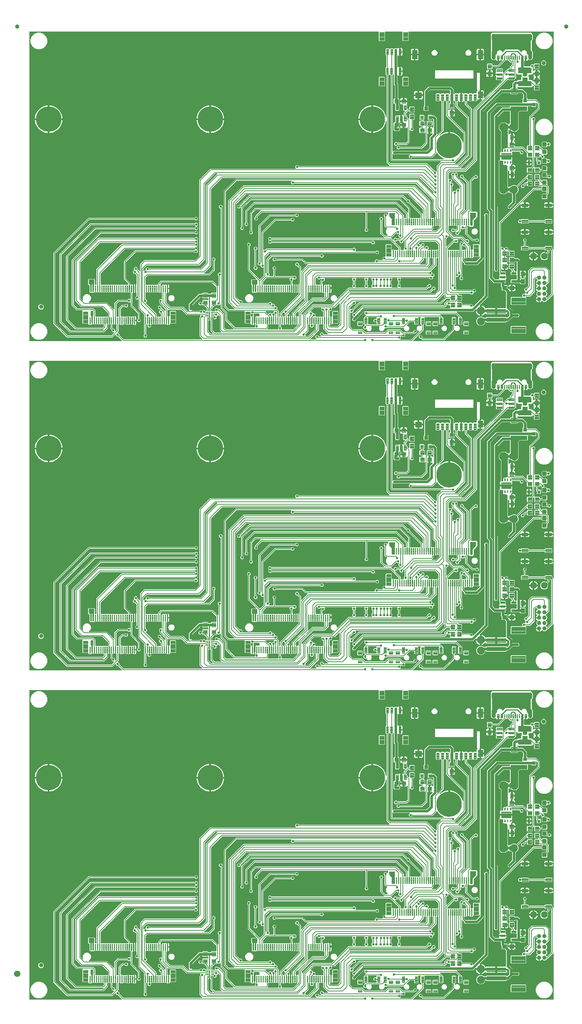
<source format=gtl>
G04 EAGLE Gerber RS-274X export*
G75*
%MOMM*%
%FSLAX34Y34*%
%LPD*%
%INTop Copper*%
%IPPOS*%
%AMOC8*
5,1,8,0,0,1.08239X$1,22.5*%
G01*
%ADD10C,0.102000*%
%ADD11C,0.096000*%
%ADD12C,6.000000*%
%ADD13C,0.100000*%
%ADD14C,0.099000*%
%ADD15C,0.300000*%
%ADD16C,0.654000*%
%ADD17C,1.000000*%
%ADD18C,0.099059*%
%ADD19C,1.600000*%
%ADD20C,0.101600*%
%ADD21C,1.879600*%
%ADD22C,0.100800*%
%ADD23C,0.104000*%
%ADD24C,0.105000*%
%ADD25C,0.098000*%
%ADD26C,0.102500*%
%ADD27C,1.500000*%
%ADD28C,0.558800*%
%ADD29C,0.254000*%
%ADD30C,0.203200*%
%ADD31C,0.558800*%
%ADD32C,0.604000*%
%ADD33C,0.177800*%

G36*
X220911Y2799D02*
X220911Y2799D01*
X220941Y2796D01*
X221052Y2819D01*
X221164Y2835D01*
X221191Y2847D01*
X221219Y2852D01*
X221320Y2904D01*
X221423Y2951D01*
X221446Y2970D01*
X221472Y2983D01*
X221554Y3061D01*
X221640Y3134D01*
X221657Y3159D01*
X221678Y3179D01*
X221735Y3277D01*
X221798Y3371D01*
X221807Y3399D01*
X221821Y3424D01*
X221849Y3534D01*
X221884Y3642D01*
X221884Y3672D01*
X221892Y3700D01*
X221888Y3813D01*
X221891Y3926D01*
X221883Y3955D01*
X221883Y3984D01*
X221848Y4092D01*
X221819Y4201D01*
X221804Y4227D01*
X221795Y4255D01*
X221750Y4318D01*
X221674Y4446D01*
X221628Y4489D01*
X221600Y4528D01*
X212456Y13672D01*
X212386Y13724D01*
X212322Y13784D01*
X212273Y13810D01*
X212229Y13843D01*
X212147Y13874D01*
X212069Y13914D01*
X212022Y13922D01*
X211963Y13944D01*
X211816Y13956D01*
X211738Y13969D01*
X209644Y13969D01*
X207263Y16350D01*
X207263Y17428D01*
X207259Y17457D01*
X207262Y17487D01*
X207239Y17598D01*
X207223Y17710D01*
X207211Y17737D01*
X207206Y17765D01*
X207154Y17866D01*
X207107Y17969D01*
X207088Y17992D01*
X207075Y18018D01*
X206997Y18100D01*
X206924Y18186D01*
X206899Y18203D01*
X206879Y18224D01*
X206781Y18281D01*
X206687Y18344D01*
X206659Y18353D01*
X206634Y18367D01*
X206524Y18395D01*
X206416Y18430D01*
X206386Y18430D01*
X206358Y18438D01*
X206245Y18434D01*
X206132Y18437D01*
X206103Y18429D01*
X206074Y18429D01*
X205966Y18394D01*
X205857Y18365D01*
X205831Y18350D01*
X205803Y18341D01*
X205740Y18296D01*
X205612Y18220D01*
X205569Y18174D01*
X205530Y18146D01*
X199067Y11683D01*
X91785Y11683D01*
X59689Y43779D01*
X59689Y210983D01*
X143093Y294387D01*
X393247Y294387D01*
X393333Y294399D01*
X393421Y294402D01*
X393473Y294419D01*
X393528Y294427D01*
X393608Y294462D01*
X393691Y294489D01*
X393731Y294517D01*
X393788Y294543D01*
X393901Y294639D01*
X393965Y294684D01*
X395445Y296165D01*
X398813Y296165D01*
X401194Y293784D01*
X401194Y290416D01*
X398813Y288035D01*
X395445Y288035D01*
X393965Y289516D01*
X393895Y289568D01*
X393831Y289628D01*
X393782Y289654D01*
X393737Y289687D01*
X393656Y289718D01*
X393578Y289758D01*
X393530Y289766D01*
X393472Y289788D01*
X393324Y289800D01*
X393247Y289813D01*
X145408Y289813D01*
X145321Y289801D01*
X145234Y289798D01*
X145181Y289781D01*
X145126Y289773D01*
X145047Y289738D01*
X144963Y289711D01*
X144924Y289683D01*
X144867Y289657D01*
X144754Y289561D01*
X144690Y289516D01*
X64560Y209386D01*
X64508Y209316D01*
X64448Y209252D01*
X64422Y209203D01*
X64389Y209159D01*
X64358Y209077D01*
X64318Y208999D01*
X64310Y208952D01*
X64288Y208893D01*
X64276Y208745D01*
X64263Y208668D01*
X64263Y46094D01*
X64275Y46007D01*
X64278Y45920D01*
X64295Y45867D01*
X64303Y45812D01*
X64338Y45733D01*
X64365Y45649D01*
X64393Y45610D01*
X64419Y45553D01*
X64515Y45440D01*
X64560Y45376D01*
X93382Y16554D01*
X93452Y16502D01*
X93516Y16442D01*
X93565Y16416D01*
X93609Y16383D01*
X93691Y16352D01*
X93769Y16312D01*
X93816Y16304D01*
X93875Y16282D01*
X94023Y16270D01*
X94100Y16257D01*
X196752Y16257D01*
X196839Y16269D01*
X196926Y16272D01*
X196979Y16289D01*
X197034Y16297D01*
X197114Y16332D01*
X197197Y16359D01*
X197236Y16387D01*
X197293Y16413D01*
X197406Y16509D01*
X197470Y16554D01*
X203058Y22142D01*
X203076Y22166D01*
X203098Y22185D01*
X203161Y22279D01*
X203229Y22369D01*
X203240Y22397D01*
X203256Y22421D01*
X203290Y22529D01*
X203330Y22635D01*
X203333Y22664D01*
X203342Y22692D01*
X203345Y22806D01*
X203354Y22918D01*
X203348Y22947D01*
X203349Y22976D01*
X203320Y23086D01*
X203298Y23197D01*
X203284Y23223D01*
X203277Y23251D01*
X203219Y23349D01*
X203167Y23449D01*
X203147Y23471D01*
X203132Y23496D01*
X203049Y23573D01*
X202971Y23655D01*
X202946Y23670D01*
X202925Y23690D01*
X202824Y23742D01*
X202726Y23799D01*
X202698Y23806D01*
X202671Y23820D01*
X202594Y23833D01*
X202450Y23869D01*
X202388Y23867D01*
X202340Y23875D01*
X199738Y23875D01*
X197357Y26256D01*
X197357Y28350D01*
X197345Y28437D01*
X197342Y28524D01*
X197325Y28577D01*
X197317Y28632D01*
X197282Y28712D01*
X197255Y28795D01*
X197227Y28834D01*
X197201Y28891D01*
X197105Y29004D01*
X197060Y29068D01*
X193973Y32155D01*
X193973Y41354D01*
X193965Y41412D01*
X193967Y41470D01*
X193945Y41552D01*
X193933Y41636D01*
X193910Y41689D01*
X193895Y41745D01*
X193852Y41818D01*
X193817Y41895D01*
X193779Y41940D01*
X193750Y41990D01*
X193688Y42048D01*
X193634Y42112D01*
X193585Y42144D01*
X193542Y42184D01*
X193467Y42223D01*
X193397Y42270D01*
X193341Y42287D01*
X193289Y42314D01*
X193221Y42325D01*
X193126Y42355D01*
X193026Y42358D01*
X192958Y42369D01*
X189562Y42369D01*
X189504Y42361D01*
X189446Y42363D01*
X189364Y42341D01*
X189280Y42329D01*
X189227Y42306D01*
X189171Y42291D01*
X189098Y42248D01*
X189021Y42213D01*
X188976Y42175D01*
X188926Y42146D01*
X188868Y42084D01*
X188804Y42030D01*
X188772Y41981D01*
X188732Y41938D01*
X188693Y41863D01*
X188646Y41793D01*
X188629Y41737D01*
X188602Y41685D01*
X188591Y41617D01*
X188561Y41522D01*
X188558Y41422D01*
X188547Y41354D01*
X188547Y32913D01*
X178493Y22859D01*
X98759Y22859D01*
X74167Y47451D01*
X74167Y208327D01*
X75804Y209964D01*
X146511Y280671D01*
X393247Y280671D01*
X393333Y280683D01*
X393421Y280686D01*
X393473Y280703D01*
X393528Y280711D01*
X393608Y280746D01*
X393691Y280773D01*
X393731Y280801D01*
X393788Y280827D01*
X393901Y280923D01*
X393965Y280968D01*
X395445Y282449D01*
X398813Y282449D01*
X401194Y280068D01*
X401194Y276700D01*
X399023Y274530D01*
X398988Y274483D01*
X398946Y274443D01*
X398903Y274370D01*
X398852Y274303D01*
X398832Y274248D01*
X398802Y274198D01*
X398781Y274116D01*
X398751Y274037D01*
X398746Y273979D01*
X398732Y273922D01*
X398735Y273838D01*
X398728Y273754D01*
X398739Y273696D01*
X398741Y273638D01*
X398767Y273558D01*
X398783Y273475D01*
X398810Y273423D01*
X398828Y273367D01*
X398869Y273311D01*
X398914Y273223D01*
X398983Y273150D01*
X399023Y273094D01*
X401194Y270924D01*
X401194Y267556D01*
X398813Y265175D01*
X395445Y265175D01*
X393965Y266656D01*
X393895Y266708D01*
X393831Y266768D01*
X393782Y266794D01*
X393737Y266827D01*
X393656Y266858D01*
X393578Y266898D01*
X393530Y266906D01*
X393472Y266928D01*
X393324Y266940D01*
X393247Y266953D01*
X159610Y266953D01*
X159523Y266941D01*
X159436Y266938D01*
X159383Y266921D01*
X159328Y266913D01*
X159248Y266878D01*
X159165Y266851D01*
X159126Y266823D01*
X159069Y266797D01*
X158956Y266701D01*
X158892Y266656D01*
X94278Y202042D01*
X94226Y201972D01*
X94166Y201908D01*
X94140Y201859D01*
X94107Y201815D01*
X94076Y201733D01*
X94036Y201655D01*
X94028Y201608D01*
X94006Y201549D01*
X93994Y201402D01*
X93981Y201324D01*
X93981Y55216D01*
X93993Y55129D01*
X93996Y55042D01*
X94013Y54989D01*
X94021Y54934D01*
X94056Y54854D01*
X94083Y54771D01*
X94111Y54732D01*
X94137Y54675D01*
X94233Y54562D01*
X94278Y54498D01*
X113172Y35604D01*
X113242Y35552D01*
X113306Y35492D01*
X113355Y35466D01*
X113399Y35433D01*
X113481Y35402D01*
X113559Y35362D01*
X113606Y35354D01*
X113665Y35332D01*
X113812Y35320D01*
X113890Y35307D01*
X176432Y35307D01*
X176519Y35319D01*
X176606Y35322D01*
X176659Y35339D01*
X176714Y35347D01*
X176794Y35382D01*
X176877Y35409D01*
X176916Y35437D01*
X176973Y35463D01*
X177086Y35559D01*
X177150Y35604D01*
X178676Y37130D01*
X178728Y37200D01*
X178788Y37264D01*
X178814Y37313D01*
X178847Y37357D01*
X178878Y37439D01*
X178918Y37517D01*
X178926Y37564D01*
X178948Y37623D01*
X178960Y37770D01*
X178973Y37848D01*
X178973Y41354D01*
X178965Y41412D01*
X178967Y41470D01*
X178945Y41552D01*
X178933Y41636D01*
X178910Y41689D01*
X178895Y41745D01*
X178852Y41818D01*
X178817Y41895D01*
X178779Y41940D01*
X178750Y41990D01*
X178688Y42048D01*
X178634Y42112D01*
X178585Y42144D01*
X178542Y42184D01*
X178467Y42223D01*
X178397Y42270D01*
X178341Y42287D01*
X178289Y42314D01*
X178221Y42325D01*
X178126Y42355D01*
X178026Y42358D01*
X177958Y42369D01*
X174532Y42369D01*
X174478Y42424D01*
X174431Y42459D01*
X174391Y42501D01*
X174318Y42544D01*
X174251Y42595D01*
X174196Y42616D01*
X174146Y42645D01*
X174064Y42666D01*
X173985Y42696D01*
X173927Y42701D01*
X173870Y42715D01*
X173786Y42712D01*
X173702Y42719D01*
X173644Y42708D01*
X173586Y42706D01*
X173506Y42680D01*
X173423Y42664D01*
X173371Y42637D01*
X173315Y42619D01*
X173259Y42579D01*
X173171Y42533D01*
X173098Y42464D01*
X173042Y42424D01*
X172988Y42369D01*
X169532Y42369D01*
X169478Y42424D01*
X169431Y42459D01*
X169391Y42501D01*
X169318Y42544D01*
X169251Y42595D01*
X169196Y42615D01*
X169146Y42645D01*
X169064Y42666D01*
X168985Y42696D01*
X168927Y42701D01*
X168870Y42715D01*
X168786Y42712D01*
X168702Y42719D01*
X168644Y42708D01*
X168586Y42706D01*
X168506Y42680D01*
X168423Y42664D01*
X168371Y42637D01*
X168315Y42619D01*
X168259Y42579D01*
X168171Y42533D01*
X168098Y42464D01*
X168042Y42424D01*
X167988Y42369D01*
X164532Y42369D01*
X164478Y42424D01*
X164431Y42459D01*
X164391Y42501D01*
X164318Y42544D01*
X164251Y42595D01*
X164196Y42616D01*
X164146Y42645D01*
X164064Y42666D01*
X163985Y42696D01*
X163927Y42701D01*
X163870Y42715D01*
X163786Y42712D01*
X163702Y42719D01*
X163644Y42708D01*
X163586Y42706D01*
X163506Y42680D01*
X163423Y42664D01*
X163371Y42637D01*
X163315Y42619D01*
X163259Y42579D01*
X163171Y42533D01*
X163098Y42464D01*
X163042Y42424D01*
X162988Y42369D01*
X159532Y42369D01*
X159478Y42424D01*
X159431Y42459D01*
X159391Y42501D01*
X159318Y42544D01*
X159251Y42595D01*
X159196Y42616D01*
X159146Y42645D01*
X159064Y42666D01*
X158985Y42696D01*
X158927Y42701D01*
X158870Y42715D01*
X158786Y42712D01*
X158702Y42719D01*
X158644Y42708D01*
X158586Y42706D01*
X158506Y42680D01*
X158423Y42664D01*
X158371Y42637D01*
X158315Y42619D01*
X158259Y42579D01*
X158171Y42533D01*
X158098Y42464D01*
X158042Y42424D01*
X157988Y42369D01*
X154532Y42369D01*
X154478Y42424D01*
X154431Y42459D01*
X154391Y42501D01*
X154318Y42544D01*
X154251Y42595D01*
X154196Y42616D01*
X154146Y42645D01*
X154064Y42666D01*
X153985Y42696D01*
X153927Y42701D01*
X153870Y42715D01*
X153786Y42712D01*
X153702Y42719D01*
X153644Y42708D01*
X153586Y42706D01*
X153506Y42680D01*
X153423Y42664D01*
X153371Y42637D01*
X153315Y42619D01*
X153259Y42579D01*
X153171Y42533D01*
X153098Y42464D01*
X153042Y42424D01*
X152988Y42369D01*
X150204Y42369D01*
X150118Y42357D01*
X150030Y42354D01*
X149978Y42337D01*
X149923Y42329D01*
X149843Y42294D01*
X149760Y42267D01*
X149720Y42239D01*
X149663Y42213D01*
X149550Y42117D01*
X149486Y42072D01*
X149123Y41709D01*
X148428Y41307D01*
X147652Y41099D01*
X147275Y41099D01*
X147275Y51390D01*
X147267Y51448D01*
X147269Y51506D01*
X147247Y51588D01*
X147236Y51671D01*
X147212Y51725D01*
X147197Y51781D01*
X147154Y51854D01*
X147119Y51931D01*
X147082Y51975D01*
X147052Y52025D01*
X146990Y52083D01*
X146936Y52148D01*
X146887Y52180D01*
X146844Y52220D01*
X146769Y52258D01*
X146699Y52305D01*
X146643Y52323D01*
X146591Y52349D01*
X146523Y52361D01*
X146428Y52391D01*
X146328Y52394D01*
X146260Y52405D01*
X146202Y52397D01*
X146144Y52398D01*
X146143Y52398D01*
X146062Y52377D01*
X145978Y52365D01*
X145925Y52341D01*
X145868Y52326D01*
X145796Y52283D01*
X145719Y52249D01*
X145674Y52211D01*
X145624Y52181D01*
X145566Y52120D01*
X145502Y52065D01*
X145470Y52017D01*
X145429Y51974D01*
X145391Y51899D01*
X145344Y51829D01*
X145327Y51773D01*
X145300Y51721D01*
X145289Y51653D01*
X145259Y51558D01*
X145256Y51458D01*
X145245Y51390D01*
X145245Y41099D01*
X144868Y41099D01*
X144092Y41307D01*
X143397Y41709D01*
X142829Y42277D01*
X142427Y42973D01*
X142322Y43367D01*
X142295Y43430D01*
X142278Y43495D01*
X142239Y43560D01*
X142210Y43628D01*
X142167Y43681D01*
X142132Y43740D01*
X142078Y43791D01*
X142031Y43849D01*
X141975Y43888D01*
X141925Y43934D01*
X141859Y43968D01*
X141797Y44011D01*
X141733Y44033D01*
X141672Y44064D01*
X141610Y44074D01*
X141528Y44102D01*
X141414Y44107D01*
X141341Y44119D01*
X129015Y44119D01*
X127989Y45145D01*
X127989Y73135D01*
X128558Y73704D01*
X128576Y73728D01*
X128598Y73747D01*
X128661Y73841D01*
X128729Y73931D01*
X128740Y73959D01*
X128756Y73983D01*
X128790Y74091D01*
X128830Y74197D01*
X128833Y74226D01*
X128842Y74254D01*
X128845Y74368D01*
X128854Y74480D01*
X128848Y74509D01*
X128849Y74538D01*
X128820Y74648D01*
X128798Y74759D01*
X128784Y74785D01*
X128777Y74813D01*
X128719Y74911D01*
X128667Y75011D01*
X128647Y75033D01*
X128632Y75058D01*
X128549Y75135D01*
X128471Y75217D01*
X128446Y75232D01*
X128425Y75252D01*
X128324Y75304D01*
X128226Y75361D01*
X128198Y75368D01*
X128171Y75382D01*
X128094Y75395D01*
X127950Y75431D01*
X127888Y75429D01*
X127840Y75437D01*
X114623Y75437D01*
X103123Y86937D01*
X103123Y194495D01*
X104760Y196132D01*
X168358Y259730D01*
X169995Y261367D01*
X393247Y261367D01*
X393333Y261379D01*
X393421Y261382D01*
X393473Y261399D01*
X393528Y261407D01*
X393608Y261442D01*
X393691Y261469D01*
X393731Y261497D01*
X393788Y261523D01*
X393901Y261619D01*
X393965Y261664D01*
X395445Y263145D01*
X398813Y263145D01*
X401194Y260764D01*
X401194Y257396D01*
X398813Y255015D01*
X395445Y255015D01*
X393965Y256496D01*
X393895Y256548D01*
X393831Y256608D01*
X393782Y256634D01*
X393737Y256667D01*
X393656Y256698D01*
X393578Y256738D01*
X393530Y256746D01*
X393472Y256768D01*
X393324Y256780D01*
X393247Y256793D01*
X172310Y256793D01*
X172223Y256781D01*
X172136Y256778D01*
X172083Y256761D01*
X172028Y256753D01*
X171948Y256718D01*
X171865Y256691D01*
X171826Y256663D01*
X171769Y256637D01*
X171656Y256541D01*
X171592Y256496D01*
X107994Y192898D01*
X107942Y192828D01*
X107882Y192764D01*
X107856Y192715D01*
X107823Y192671D01*
X107792Y192589D01*
X107752Y192511D01*
X107744Y192464D01*
X107722Y192405D01*
X107710Y192258D01*
X107697Y192180D01*
X107697Y89252D01*
X107709Y89165D01*
X107712Y89078D01*
X107729Y89025D01*
X107737Y88970D01*
X107772Y88890D01*
X107799Y88807D01*
X107827Y88768D01*
X107853Y88711D01*
X107949Y88598D01*
X107994Y88534D01*
X116220Y80308D01*
X116290Y80256D01*
X116354Y80196D01*
X116403Y80170D01*
X116447Y80137D01*
X116529Y80106D01*
X116607Y80066D01*
X116654Y80058D01*
X116713Y80036D01*
X116860Y80024D01*
X116938Y80011D01*
X154363Y80011D01*
X156910Y77464D01*
X158547Y75827D01*
X158547Y61426D01*
X158555Y61368D01*
X158553Y61310D01*
X158575Y61228D01*
X158587Y61144D01*
X158610Y61091D01*
X158625Y61035D01*
X158668Y60962D01*
X158703Y60885D01*
X158741Y60840D01*
X158770Y60790D01*
X158832Y60732D01*
X158886Y60668D01*
X158935Y60636D01*
X158978Y60596D01*
X159053Y60557D01*
X159123Y60510D01*
X159179Y60493D01*
X159231Y60466D01*
X159299Y60455D01*
X159394Y60425D01*
X159494Y60422D01*
X159562Y60411D01*
X162988Y60411D01*
X163042Y60356D01*
X163089Y60321D01*
X163129Y60279D01*
X163202Y60236D01*
X163269Y60185D01*
X163324Y60165D01*
X163374Y60135D01*
X163456Y60114D01*
X163535Y60084D01*
X163593Y60079D01*
X163650Y60065D01*
X163734Y60068D01*
X163818Y60061D01*
X163876Y60072D01*
X163934Y60074D01*
X164014Y60100D01*
X164097Y60116D01*
X164149Y60143D01*
X164205Y60161D01*
X164261Y60201D01*
X164349Y60247D01*
X164422Y60316D01*
X164478Y60356D01*
X164532Y60411D01*
X167988Y60411D01*
X168042Y60356D01*
X168089Y60321D01*
X168129Y60279D01*
X168202Y60236D01*
X168269Y60185D01*
X168324Y60164D01*
X168374Y60135D01*
X168456Y60114D01*
X168535Y60084D01*
X168593Y60079D01*
X168650Y60065D01*
X168734Y60068D01*
X168818Y60061D01*
X168876Y60072D01*
X168934Y60074D01*
X169014Y60100D01*
X169097Y60116D01*
X169149Y60143D01*
X169205Y60161D01*
X169261Y60201D01*
X169349Y60247D01*
X169422Y60316D01*
X169478Y60356D01*
X169532Y60411D01*
X172988Y60411D01*
X173042Y60356D01*
X173089Y60321D01*
X173129Y60279D01*
X173202Y60236D01*
X173269Y60185D01*
X173324Y60165D01*
X173374Y60135D01*
X173456Y60114D01*
X173535Y60084D01*
X173593Y60079D01*
X173650Y60065D01*
X173734Y60068D01*
X173818Y60061D01*
X173876Y60072D01*
X173934Y60074D01*
X174014Y60100D01*
X174097Y60116D01*
X174149Y60143D01*
X174205Y60161D01*
X174261Y60201D01*
X174349Y60247D01*
X174422Y60316D01*
X174478Y60356D01*
X174532Y60411D01*
X177988Y60411D01*
X178042Y60356D01*
X178089Y60321D01*
X178129Y60279D01*
X178202Y60236D01*
X178269Y60185D01*
X178324Y60165D01*
X178374Y60135D01*
X178456Y60114D01*
X178535Y60084D01*
X178593Y60079D01*
X178650Y60065D01*
X178734Y60068D01*
X178818Y60061D01*
X178876Y60072D01*
X178934Y60074D01*
X179014Y60100D01*
X179097Y60116D01*
X179149Y60143D01*
X179205Y60161D01*
X179261Y60201D01*
X179349Y60247D01*
X179422Y60316D01*
X179478Y60356D01*
X179532Y60411D01*
X182988Y60411D01*
X183042Y60356D01*
X183089Y60321D01*
X183129Y60279D01*
X183202Y60236D01*
X183269Y60185D01*
X183324Y60165D01*
X183374Y60135D01*
X183456Y60114D01*
X183535Y60084D01*
X183593Y60079D01*
X183650Y60065D01*
X183734Y60068D01*
X183818Y60061D01*
X183876Y60072D01*
X183934Y60074D01*
X184014Y60100D01*
X184097Y60116D01*
X184149Y60143D01*
X184205Y60161D01*
X184261Y60201D01*
X184349Y60247D01*
X184422Y60316D01*
X184478Y60356D01*
X184532Y60411D01*
X187958Y60411D01*
X188016Y60419D01*
X188074Y60417D01*
X188156Y60439D01*
X188240Y60451D01*
X188293Y60474D01*
X188349Y60489D01*
X188422Y60532D01*
X188499Y60567D01*
X188544Y60605D01*
X188594Y60634D01*
X188652Y60696D01*
X188716Y60750D01*
X188748Y60799D01*
X188788Y60842D01*
X188827Y60917D01*
X188874Y60987D01*
X188891Y61043D01*
X188918Y61095D01*
X188929Y61163D01*
X188959Y61258D01*
X188962Y61358D01*
X188973Y61426D01*
X188973Y68992D01*
X188961Y69079D01*
X188958Y69166D01*
X188941Y69219D01*
X188933Y69274D01*
X188898Y69354D01*
X188871Y69437D01*
X188843Y69476D01*
X188817Y69533D01*
X188721Y69646D01*
X188676Y69710D01*
X175626Y82760D01*
X175556Y82812D01*
X175492Y82872D01*
X175443Y82898D01*
X175399Y82931D01*
X175317Y82962D01*
X175239Y83002D01*
X175192Y83010D01*
X175133Y83032D01*
X174986Y83044D01*
X174908Y83057D01*
X125799Y83057D01*
X111505Y97351D01*
X111505Y192717D01*
X165423Y246635D01*
X393247Y246635D01*
X393333Y246647D01*
X393421Y246650D01*
X393473Y246667D01*
X393528Y246675D01*
X393608Y246710D01*
X393691Y246737D01*
X393731Y246765D01*
X393788Y246791D01*
X393901Y246887D01*
X393965Y246932D01*
X395445Y248413D01*
X398813Y248413D01*
X401194Y246032D01*
X401194Y242664D01*
X400166Y241637D01*
X400131Y241590D01*
X400089Y241550D01*
X400046Y241477D01*
X399995Y241410D01*
X399975Y241355D01*
X399945Y241305D01*
X399924Y241223D01*
X399894Y241144D01*
X399889Y241086D01*
X399875Y241029D01*
X399878Y240945D01*
X399871Y240861D01*
X399882Y240803D01*
X399884Y240745D01*
X399910Y240665D01*
X399926Y240582D01*
X399953Y240530D01*
X399971Y240474D01*
X400012Y240418D01*
X400057Y240330D01*
X400126Y240257D01*
X400166Y240201D01*
X401194Y239174D01*
X401194Y235806D01*
X400166Y234779D01*
X400131Y234732D01*
X400089Y234692D01*
X400046Y234619D01*
X399995Y234552D01*
X399975Y234497D01*
X399945Y234447D01*
X399924Y234365D01*
X399894Y234286D01*
X399889Y234228D01*
X399875Y234171D01*
X399878Y234087D01*
X399871Y234003D01*
X399882Y233945D01*
X399884Y233887D01*
X399910Y233807D01*
X399926Y233724D01*
X399953Y233672D01*
X399971Y233616D01*
X400011Y233560D01*
X400057Y233472D01*
X400126Y233399D01*
X400166Y233343D01*
X401194Y232316D01*
X401194Y228948D01*
X399531Y227286D01*
X399496Y227239D01*
X399454Y227199D01*
X399411Y227126D01*
X399360Y227059D01*
X399340Y227004D01*
X399310Y226954D01*
X399289Y226872D01*
X399259Y226793D01*
X399254Y226735D01*
X399240Y226678D01*
X399243Y226594D01*
X399236Y226510D01*
X399247Y226452D01*
X399249Y226394D01*
X399275Y226314D01*
X399291Y226231D01*
X399318Y226179D01*
X399336Y226123D01*
X399377Y226067D01*
X399422Y225979D01*
X399491Y225906D01*
X399531Y225850D01*
X401194Y224188D01*
X401194Y220820D01*
X399595Y219221D01*
X399560Y219175D01*
X399517Y219134D01*
X399475Y219062D01*
X399424Y218994D01*
X399403Y218940D01*
X399374Y218889D01*
X399353Y218808D01*
X399323Y218729D01*
X399318Y218670D01*
X399303Y218614D01*
X399306Y218529D01*
X399299Y218445D01*
X399311Y218388D01*
X399312Y218329D01*
X399338Y218249D01*
X399355Y218167D01*
X399382Y218114D01*
X399400Y218059D01*
X399440Y218003D01*
X399486Y217914D01*
X399555Y217842D01*
X399595Y217786D01*
X400813Y216568D01*
X400813Y213200D01*
X398432Y210819D01*
X395064Y210819D01*
X393584Y212300D01*
X393514Y212352D01*
X393450Y212412D01*
X393401Y212438D01*
X393356Y212471D01*
X393275Y212502D01*
X393197Y212542D01*
X393149Y212550D01*
X393091Y212572D01*
X392943Y212584D01*
X392866Y212597D01*
X254352Y212597D01*
X254265Y212585D01*
X254178Y212582D01*
X254125Y212565D01*
X254070Y212557D01*
X253990Y212522D01*
X253907Y212495D01*
X253868Y212467D01*
X253811Y212441D01*
X253698Y212345D01*
X253634Y212300D01*
X231184Y189850D01*
X231132Y189780D01*
X231072Y189716D01*
X231046Y189667D01*
X231013Y189623D01*
X230982Y189541D01*
X230942Y189463D01*
X230934Y189416D01*
X230912Y189357D01*
X230900Y189210D01*
X230887Y189132D01*
X230887Y151228D01*
X230899Y151141D01*
X230902Y151054D01*
X230919Y151001D01*
X230927Y150946D01*
X230962Y150866D01*
X230989Y150783D01*
X231017Y150744D01*
X231043Y150687D01*
X231139Y150574D01*
X231184Y150510D01*
X241047Y140647D01*
X241047Y136926D01*
X241055Y136868D01*
X241053Y136810D01*
X241075Y136728D01*
X241087Y136644D01*
X241110Y136591D01*
X241125Y136535D01*
X241168Y136462D01*
X241203Y136385D01*
X241241Y136340D01*
X241270Y136290D01*
X241332Y136232D01*
X241386Y136168D01*
X241435Y136136D01*
X241478Y136096D01*
X241553Y136057D01*
X241623Y136010D01*
X241679Y135993D01*
X241731Y135966D01*
X241799Y135955D01*
X241894Y135925D01*
X241994Y135922D01*
X242062Y135911D01*
X244816Y135911D01*
X244902Y135923D01*
X244990Y135926D01*
X245042Y135943D01*
X245097Y135951D01*
X245177Y135986D01*
X245260Y136013D01*
X245300Y136041D01*
X245357Y136067D01*
X245470Y136163D01*
X245534Y136208D01*
X245897Y136571D01*
X246592Y136973D01*
X247368Y137181D01*
X247745Y137181D01*
X247745Y134874D01*
X247747Y134858D01*
X247745Y134843D01*
X247767Y134718D01*
X247784Y134592D01*
X247791Y134578D01*
X247793Y134563D01*
X247849Y134448D01*
X247901Y134333D01*
X247911Y134321D01*
X247917Y134307D01*
X248002Y134213D01*
X248084Y134116D01*
X248097Y134107D01*
X248107Y134096D01*
X248215Y134029D01*
X248321Y133958D01*
X248336Y133953D01*
X248349Y133945D01*
X248471Y133911D01*
X248592Y133872D01*
X248607Y133872D01*
X248622Y133868D01*
X248749Y133868D01*
X248876Y133865D01*
X248891Y133869D01*
X248906Y133869D01*
X249029Y133905D01*
X249151Y133937D01*
X249164Y133945D01*
X249179Y133949D01*
X249287Y134017D01*
X249396Y134082D01*
X249406Y134093D01*
X249419Y134101D01*
X249503Y134197D01*
X249590Y134289D01*
X249597Y134303D01*
X249607Y134314D01*
X249635Y134377D01*
X249720Y134542D01*
X249720Y134543D01*
X249720Y134544D01*
X249727Y134584D01*
X249743Y134621D01*
X249744Y134623D01*
X249764Y134807D01*
X249775Y134875D01*
X249775Y137181D01*
X250152Y137181D01*
X250997Y136954D01*
X251094Y136942D01*
X251189Y136922D01*
X251229Y136926D01*
X251279Y136920D01*
X251449Y136947D01*
X251523Y136954D01*
X252368Y137181D01*
X252745Y137181D01*
X252745Y134875D01*
X252769Y134701D01*
X252775Y134629D01*
X252775Y134627D01*
X252782Y134611D01*
X252784Y134593D01*
X252785Y134593D01*
X252785Y134592D01*
X252836Y134479D01*
X252882Y134364D01*
X252893Y134350D01*
X252901Y134333D01*
X252981Y134238D01*
X253058Y134141D01*
X253073Y134130D01*
X253085Y134116D01*
X253188Y134047D01*
X253289Y133975D01*
X253306Y133968D01*
X253321Y133958D01*
X253440Y133921D01*
X253556Y133879D01*
X253575Y133878D01*
X253592Y133872D01*
X253716Y133869D01*
X253840Y133862D01*
X253858Y133866D01*
X253876Y133865D01*
X253996Y133896D01*
X254118Y133923D01*
X254134Y133932D01*
X254152Y133937D01*
X254258Y134000D01*
X254367Y134060D01*
X254380Y134073D01*
X254396Y134082D01*
X254481Y134172D01*
X254569Y134260D01*
X254578Y134276D01*
X254590Y134289D01*
X254647Y134400D01*
X254707Y134508D01*
X254712Y134526D01*
X254720Y134543D01*
X254732Y134614D01*
X254772Y134785D01*
X254768Y134830D01*
X254775Y134874D01*
X254775Y137181D01*
X255270Y137181D01*
X255328Y137189D01*
X255386Y137187D01*
X255468Y137209D01*
X255552Y137221D01*
X255605Y137244D01*
X255661Y137259D01*
X255734Y137302D01*
X255811Y137337D01*
X255856Y137375D01*
X255906Y137404D01*
X255964Y137466D01*
X256028Y137520D01*
X256060Y137569D01*
X256100Y137612D01*
X256139Y137687D01*
X256186Y137757D01*
X256203Y137813D01*
X256230Y137865D01*
X256241Y137933D01*
X256271Y138028D01*
X256274Y138128D01*
X256285Y138196D01*
X256285Y158144D01*
X256277Y158200D01*
X256279Y158244D01*
X256272Y158270D01*
X256270Y158318D01*
X256253Y158371D01*
X256245Y158426D01*
X256211Y158502D01*
X256207Y158519D01*
X256203Y158525D01*
X256183Y158589D01*
X256155Y158628D01*
X256129Y158685D01*
X256033Y158798D01*
X255988Y158862D01*
X252842Y162008D01*
X252772Y162060D01*
X252708Y162120D01*
X252659Y162146D01*
X252615Y162179D01*
X252533Y162210D01*
X252455Y162250D01*
X252408Y162258D01*
X252349Y162280D01*
X252202Y162292D01*
X252124Y162305D01*
X250030Y162305D01*
X247649Y164686D01*
X247649Y168054D01*
X250097Y170501D01*
X250132Y170548D01*
X250175Y170588D01*
X250217Y170661D01*
X250268Y170729D01*
X250289Y170783D01*
X250318Y170834D01*
X250339Y170915D01*
X250369Y170994D01*
X250374Y171053D01*
X250388Y171109D01*
X250386Y171194D01*
X250393Y171278D01*
X250381Y171335D01*
X250379Y171393D01*
X250353Y171474D01*
X250337Y171556D01*
X250310Y171608D01*
X250292Y171664D01*
X250252Y171720D01*
X250206Y171809D01*
X250137Y171881D01*
X250097Y171937D01*
X249959Y172076D01*
X249959Y175443D01*
X252340Y177824D01*
X255707Y177824D01*
X258088Y175443D01*
X258088Y173302D01*
X258095Y173253D01*
X258095Y173240D01*
X258099Y173223D01*
X258100Y173216D01*
X258103Y173128D01*
X258120Y173076D01*
X258128Y173021D01*
X258164Y172941D01*
X258191Y172858D01*
X258219Y172819D01*
X258244Y172761D01*
X258340Y172648D01*
X258385Y172584D01*
X262680Y168290D01*
X262704Y168272D01*
X262723Y168250D01*
X262817Y168187D01*
X262907Y168119D01*
X262935Y168108D01*
X262959Y168092D01*
X263067Y168058D01*
X263173Y168018D01*
X263202Y168015D01*
X263230Y168006D01*
X263344Y168003D01*
X263456Y167994D01*
X263485Y168000D01*
X263514Y167999D01*
X263624Y168028D01*
X263735Y168050D01*
X263761Y168064D01*
X263789Y168071D01*
X263887Y168129D01*
X263987Y168181D01*
X264009Y168201D01*
X264034Y168216D01*
X264111Y168299D01*
X264193Y168377D01*
X264208Y168402D01*
X264228Y168423D01*
X264280Y168524D01*
X264337Y168622D01*
X264344Y168650D01*
X264358Y168677D01*
X264371Y168754D01*
X264407Y168898D01*
X264405Y168960D01*
X264413Y169008D01*
X264413Y184335D01*
X266050Y185972D01*
X273881Y193803D01*
X393856Y193803D01*
X393943Y193815D01*
X394030Y193818D01*
X394083Y193835D01*
X394138Y193843D01*
X394218Y193878D01*
X394301Y193905D01*
X394340Y193933D01*
X394397Y193959D01*
X394510Y194055D01*
X394574Y194100D01*
X404324Y203850D01*
X404376Y203920D01*
X404436Y203984D01*
X404462Y204033D01*
X404495Y204077D01*
X404526Y204159D01*
X404566Y204237D01*
X404574Y204284D01*
X404596Y204343D01*
X404608Y204490D01*
X404621Y204568D01*
X404621Y383979D01*
X430091Y409449D01*
X631626Y409449D01*
X631655Y409453D01*
X631684Y409450D01*
X631795Y409473D01*
X631907Y409489D01*
X631934Y409501D01*
X631963Y409506D01*
X632064Y409559D01*
X632167Y409605D01*
X632189Y409624D01*
X632215Y409637D01*
X632297Y409715D01*
X632384Y409788D01*
X632400Y409813D01*
X632421Y409833D01*
X632478Y409931D01*
X632541Y410025D01*
X632550Y410053D01*
X632565Y410078D01*
X632593Y410188D01*
X632627Y410296D01*
X632628Y410326D01*
X632635Y410354D01*
X632632Y410467D01*
X632634Y410580D01*
X632627Y410609D01*
X632626Y410638D01*
X632591Y410746D01*
X632563Y410855D01*
X632548Y410880D01*
X632539Y410909D01*
X632493Y410973D01*
X632417Y411100D01*
X632372Y411143D01*
X632344Y411182D01*
X631189Y412336D01*
X631189Y415704D01*
X633570Y418085D01*
X636938Y418085D01*
X638418Y416604D01*
X638488Y416552D01*
X638552Y416492D01*
X638601Y416466D01*
X638646Y416433D01*
X638727Y416402D01*
X638805Y416362D01*
X638853Y416354D01*
X638911Y416332D01*
X639059Y416320D01*
X639136Y416307D01*
X852580Y416307D01*
X852609Y416311D01*
X852639Y416308D01*
X852750Y416331D01*
X852862Y416347D01*
X852889Y416359D01*
X852917Y416364D01*
X853018Y416417D01*
X853121Y416463D01*
X853144Y416482D01*
X853170Y416495D01*
X853252Y416573D01*
X853338Y416646D01*
X853354Y416671D01*
X853376Y416691D01*
X853433Y416789D01*
X853496Y416883D01*
X853505Y416911D01*
X853519Y416936D01*
X853547Y417046D01*
X853582Y417154D01*
X853582Y417184D01*
X853590Y417212D01*
X853586Y417325D01*
X853589Y417438D01*
X853581Y417467D01*
X853581Y417496D01*
X853546Y417604D01*
X853517Y417713D01*
X853502Y417739D01*
X853493Y417767D01*
X853447Y417831D01*
X853372Y417958D01*
X853326Y418001D01*
X853298Y418040D01*
X851872Y419466D01*
X848726Y422612D01*
X847089Y424249D01*
X847089Y521450D01*
X847083Y521493D01*
X847086Y521536D01*
X847063Y521633D01*
X847049Y521732D01*
X847032Y521771D01*
X847022Y521813D01*
X846974Y521900D01*
X846933Y521991D01*
X846905Y522024D01*
X846884Y522062D01*
X846814Y522132D01*
X846750Y522208D01*
X846714Y522232D01*
X846683Y522262D01*
X846596Y522310D01*
X846513Y522366D01*
X846472Y522379D01*
X846434Y522399D01*
X846337Y522421D01*
X846242Y522451D01*
X846199Y522453D01*
X846157Y522462D01*
X846057Y522456D01*
X845958Y522459D01*
X845916Y522448D01*
X845873Y522445D01*
X845779Y522412D01*
X845683Y522387D01*
X845646Y522365D01*
X845605Y522350D01*
X845524Y522292D01*
X845438Y522242D01*
X845409Y522210D01*
X845374Y522185D01*
X845312Y522107D01*
X845244Y522034D01*
X845224Y521996D01*
X845197Y521962D01*
X845170Y521891D01*
X845114Y521781D01*
X845103Y521713D01*
X845078Y521648D01*
X844528Y518880D01*
X843600Y515820D01*
X842376Y512866D01*
X840869Y510046D01*
X839093Y507388D01*
X837064Y504916D01*
X834804Y502656D01*
X832332Y500627D01*
X829674Y498851D01*
X826854Y497344D01*
X823900Y496120D01*
X820840Y495192D01*
X817705Y494569D01*
X814955Y494298D01*
X814955Y525780D01*
X814947Y525838D01*
X814949Y525896D01*
X814927Y525978D01*
X814915Y526061D01*
X814891Y526115D01*
X814877Y526171D01*
X814834Y526244D01*
X814799Y526321D01*
X814761Y526365D01*
X814731Y526416D01*
X814670Y526473D01*
X814615Y526538D01*
X814567Y526570D01*
X814524Y526610D01*
X814449Y526649D01*
X814379Y526695D01*
X814323Y526713D01*
X814271Y526740D01*
X814203Y526751D01*
X814108Y526781D01*
X814008Y526784D01*
X813940Y526795D01*
X812923Y526795D01*
X812923Y526797D01*
X813940Y526797D01*
X813998Y526805D01*
X814056Y526804D01*
X814138Y526825D01*
X814221Y526837D01*
X814275Y526861D01*
X814331Y526875D01*
X814404Y526918D01*
X814481Y526953D01*
X814526Y526991D01*
X814576Y527021D01*
X814634Y527082D01*
X814698Y527137D01*
X814730Y527185D01*
X814770Y527228D01*
X814809Y527303D01*
X814855Y527373D01*
X814873Y527429D01*
X814900Y527481D01*
X814911Y527549D01*
X814941Y527644D01*
X814944Y527744D01*
X814955Y527812D01*
X814955Y559294D01*
X817705Y559023D01*
X820840Y558400D01*
X823900Y557472D01*
X826854Y556248D01*
X829674Y554741D01*
X832332Y552965D01*
X834804Y550936D01*
X837064Y548676D01*
X839093Y546204D01*
X840869Y543546D01*
X842376Y540726D01*
X843600Y537772D01*
X844528Y534712D01*
X845078Y531944D01*
X845093Y531903D01*
X845099Y531860D01*
X845139Y531769D01*
X845172Y531675D01*
X845197Y531640D01*
X845215Y531601D01*
X845279Y531525D01*
X845337Y531444D01*
X845371Y531417D01*
X845399Y531384D01*
X845481Y531329D01*
X845559Y531267D01*
X845599Y531250D01*
X845635Y531226D01*
X845730Y531196D01*
X845822Y531158D01*
X845865Y531154D01*
X845906Y531141D01*
X846006Y531138D01*
X846105Y531127D01*
X846147Y531134D01*
X846190Y531133D01*
X846287Y531158D01*
X846385Y531175D01*
X846424Y531194D01*
X846465Y531205D01*
X846551Y531256D01*
X846641Y531299D01*
X846673Y531328D01*
X846710Y531350D01*
X846778Y531423D01*
X846852Y531490D01*
X846875Y531526D01*
X846904Y531558D01*
X846950Y531646D01*
X847002Y531731D01*
X847014Y531772D01*
X847034Y531811D01*
X847046Y531886D01*
X847080Y532004D01*
X847078Y532074D01*
X847089Y532142D01*
X847089Y629914D01*
X847081Y629972D01*
X847083Y630030D01*
X847061Y630112D01*
X847049Y630196D01*
X847026Y630249D01*
X847011Y630305D01*
X846968Y630378D01*
X846933Y630455D01*
X846895Y630500D01*
X846866Y630550D01*
X846804Y630608D01*
X846750Y630672D01*
X846701Y630704D01*
X846658Y630744D01*
X846583Y630783D01*
X846513Y630830D01*
X846457Y630847D01*
X846405Y630874D01*
X846337Y630885D01*
X846242Y630915D01*
X846142Y630918D01*
X846074Y630929D01*
X845152Y630929D01*
X844109Y631972D01*
X844109Y647928D01*
X845160Y648978D01*
X845194Y648977D01*
X845276Y648999D01*
X845360Y649011D01*
X845413Y649034D01*
X845469Y649049D01*
X845542Y649092D01*
X845619Y649127D01*
X845664Y649165D01*
X845714Y649194D01*
X845772Y649256D01*
X845836Y649310D01*
X845868Y649359D01*
X845908Y649402D01*
X845947Y649477D01*
X845994Y649547D01*
X846011Y649603D01*
X846038Y649655D01*
X846049Y649723D01*
X846079Y649818D01*
X846082Y649918D01*
X846093Y649986D01*
X846093Y676764D01*
X846085Y676822D01*
X846087Y676880D01*
X846065Y676962D01*
X846053Y677046D01*
X846030Y677099D01*
X846015Y677155D01*
X845972Y677228D01*
X845937Y677305D01*
X845899Y677350D01*
X845870Y677400D01*
X845808Y677458D01*
X845754Y677522D01*
X845705Y677554D01*
X845662Y677594D01*
X845587Y677633D01*
X845517Y677680D01*
X845461Y677697D01*
X845448Y677704D01*
X844329Y678822D01*
X844329Y692778D01*
X845372Y693821D01*
X851828Y693821D01*
X852882Y692766D01*
X852929Y692731D01*
X852969Y692689D01*
X853042Y692646D01*
X853109Y692595D01*
X853164Y692574D01*
X853214Y692545D01*
X853296Y692524D01*
X853375Y692494D01*
X853433Y692489D01*
X853490Y692475D01*
X853574Y692478D01*
X853658Y692471D01*
X853716Y692482D01*
X853774Y692484D01*
X853854Y692510D01*
X853937Y692526D01*
X853989Y692553D01*
X854045Y692571D01*
X854101Y692612D01*
X854189Y692657D01*
X854262Y692726D01*
X854318Y692766D01*
X855372Y693821D01*
X861828Y693821D01*
X862882Y692766D01*
X862929Y692731D01*
X862969Y692689D01*
X863042Y692646D01*
X863109Y692595D01*
X863164Y692574D01*
X863214Y692545D01*
X863296Y692524D01*
X863375Y692494D01*
X863433Y692489D01*
X863490Y692475D01*
X863574Y692478D01*
X863658Y692471D01*
X863716Y692482D01*
X863774Y692484D01*
X863854Y692510D01*
X863937Y692526D01*
X863989Y692553D01*
X864045Y692571D01*
X864101Y692612D01*
X864189Y692657D01*
X864262Y692726D01*
X864318Y692766D01*
X865372Y693821D01*
X871828Y693821D01*
X872025Y693623D01*
X872064Y693593D01*
X872097Y693557D01*
X872178Y693508D01*
X872253Y693452D01*
X872298Y693435D01*
X872340Y693409D01*
X872431Y693384D01*
X872518Y693351D01*
X872567Y693347D01*
X872614Y693334D01*
X872708Y693335D01*
X872802Y693327D01*
X872850Y693337D01*
X872898Y693337D01*
X872988Y693365D01*
X873080Y693383D01*
X873124Y693406D01*
X873170Y693420D01*
X873249Y693471D01*
X873333Y693514D01*
X873368Y693548D01*
X873409Y693574D01*
X873456Y693632D01*
X873539Y693710D01*
X873583Y693785D01*
X873623Y693833D01*
X873669Y693913D01*
X874237Y694481D01*
X874932Y694883D01*
X875708Y695091D01*
X877101Y695091D01*
X877101Y686284D01*
X877109Y686226D01*
X877107Y686168D01*
X877129Y686086D01*
X877141Y686003D01*
X877164Y685949D01*
X877179Y685893D01*
X877222Y685820D01*
X877231Y685801D01*
X877200Y685755D01*
X877183Y685699D01*
X877156Y685647D01*
X877145Y685579D01*
X877115Y685484D01*
X877112Y685384D01*
X877101Y685316D01*
X877101Y676509D01*
X875708Y676509D01*
X874932Y676717D01*
X874188Y677147D01*
X874151Y677162D01*
X874119Y677183D01*
X874020Y677215D01*
X873924Y677253D01*
X873885Y677257D01*
X873848Y677269D01*
X873744Y677272D01*
X873641Y677282D01*
X873603Y677276D01*
X873564Y677277D01*
X873463Y677250D01*
X873361Y677232D01*
X873326Y677215D01*
X873289Y677205D01*
X873200Y677152D01*
X873107Y677106D01*
X873078Y677079D01*
X873044Y677059D01*
X872973Y676984D01*
X872897Y676914D01*
X872876Y676881D01*
X872850Y676852D01*
X872802Y676760D01*
X872748Y676672D01*
X872738Y676634D01*
X872720Y676599D01*
X872707Y676522D01*
X872673Y676397D01*
X872674Y676323D01*
X872665Y676268D01*
X872665Y650609D01*
X872670Y650570D01*
X872668Y650531D01*
X872690Y650430D01*
X872705Y650328D01*
X872721Y650292D01*
X872729Y650254D01*
X872778Y650163D01*
X872821Y650068D01*
X872846Y650038D01*
X872865Y650004D01*
X872938Y649930D01*
X873004Y649851D01*
X873037Y649829D01*
X873064Y649802D01*
X873155Y649751D01*
X873241Y649694D01*
X873278Y649682D01*
X873312Y649663D01*
X873413Y649639D01*
X873512Y649608D01*
X873551Y649607D01*
X873589Y649598D01*
X873693Y649603D01*
X873796Y649600D01*
X873834Y649610D01*
X873873Y649612D01*
X873946Y649640D01*
X874071Y649672D01*
X874135Y649710D01*
X874188Y649730D01*
X874712Y650033D01*
X875488Y650241D01*
X876881Y650241D01*
X876881Y640434D01*
X876889Y640376D01*
X876887Y640318D01*
X876909Y640236D01*
X876921Y640153D01*
X876944Y640099D01*
X876959Y640043D01*
X877002Y639970D01*
X877011Y639951D01*
X876980Y639905D01*
X876963Y639849D01*
X876936Y639797D01*
X876925Y639729D01*
X876895Y639634D01*
X876892Y639534D01*
X876881Y639466D01*
X876881Y629659D01*
X875488Y629659D01*
X874712Y629867D01*
X873968Y630297D01*
X873931Y630312D01*
X873899Y630333D01*
X873800Y630365D01*
X873704Y630403D01*
X873665Y630407D01*
X873628Y630419D01*
X873524Y630422D01*
X873421Y630432D01*
X873383Y630426D01*
X873344Y630427D01*
X873243Y630400D01*
X873141Y630382D01*
X873106Y630365D01*
X873069Y630355D01*
X872980Y630302D01*
X872887Y630256D01*
X872858Y630229D01*
X872824Y630209D01*
X872753Y630134D01*
X872677Y630064D01*
X872656Y630031D01*
X872630Y630002D01*
X872582Y629910D01*
X872528Y629822D01*
X872518Y629784D01*
X872500Y629749D01*
X872487Y629672D01*
X872453Y629547D01*
X872454Y629473D01*
X872445Y629418D01*
X872445Y612004D01*
X872457Y611918D01*
X872460Y611830D01*
X872477Y611778D01*
X872485Y611723D01*
X872520Y611643D01*
X872547Y611560D01*
X872575Y611520D01*
X872601Y611463D01*
X872697Y611350D01*
X872742Y611286D01*
X874405Y609624D01*
X874405Y576246D01*
X874413Y576188D01*
X874411Y576130D01*
X874433Y576048D01*
X874445Y575964D01*
X874468Y575911D01*
X874483Y575855D01*
X874526Y575782D01*
X874561Y575705D01*
X874599Y575660D01*
X874628Y575610D01*
X874690Y575552D01*
X874744Y575488D01*
X874793Y575456D01*
X874836Y575416D01*
X874911Y575377D01*
X874981Y575330D01*
X875037Y575313D01*
X875089Y575286D01*
X875157Y575275D01*
X875252Y575245D01*
X875352Y575242D01*
X875420Y575231D01*
X876074Y575231D01*
X877111Y574194D01*
X877111Y563727D01*
X876242Y562858D01*
X876190Y562788D01*
X876130Y562724D01*
X876104Y562675D01*
X876071Y562631D01*
X876040Y562549D01*
X876000Y562471D01*
X875992Y562424D01*
X875970Y562365D01*
X875958Y562217D01*
X875945Y562140D01*
X875945Y561366D01*
X875957Y561280D01*
X875960Y561192D01*
X875977Y561140D01*
X875985Y561085D01*
X876020Y561005D01*
X876047Y560922D01*
X876075Y560882D01*
X876101Y560825D01*
X876197Y560712D01*
X876242Y560648D01*
X876651Y560240D01*
X876651Y547802D01*
X875599Y546750D01*
X868161Y546750D01*
X867109Y547802D01*
X867109Y560240D01*
X867518Y560648D01*
X867570Y560718D01*
X867630Y560782D01*
X867656Y560831D01*
X867689Y560876D01*
X867720Y560957D01*
X867760Y561035D01*
X867768Y561083D01*
X867790Y561141D01*
X867802Y561289D01*
X867815Y561366D01*
X867815Y561674D01*
X867807Y561732D01*
X867809Y561790D01*
X867787Y561872D01*
X867775Y561956D01*
X867752Y562009D01*
X867737Y562065D01*
X867694Y562138D01*
X867659Y562215D01*
X867621Y562260D01*
X867592Y562310D01*
X867530Y562368D01*
X867476Y562432D01*
X867427Y562464D01*
X867384Y562504D01*
X867309Y562543D01*
X867239Y562590D01*
X867183Y562607D01*
X867131Y562634D01*
X867063Y562645D01*
X866968Y562675D01*
X866868Y562678D01*
X866800Y562689D01*
X864606Y562689D01*
X863569Y563726D01*
X863569Y574194D01*
X864606Y575231D01*
X865260Y575231D01*
X865318Y575239D01*
X865376Y575237D01*
X865458Y575259D01*
X865542Y575271D01*
X865595Y575294D01*
X865651Y575309D01*
X865724Y575352D01*
X865801Y575387D01*
X865846Y575425D01*
X865896Y575454D01*
X865954Y575516D01*
X866018Y575570D01*
X866050Y575619D01*
X866090Y575662D01*
X866129Y575737D01*
X866176Y575807D01*
X866193Y575863D01*
X866220Y575915D01*
X866231Y575983D01*
X866261Y576078D01*
X866264Y576178D01*
X866275Y576246D01*
X866275Y605836D01*
X866263Y605922D01*
X866260Y606010D01*
X866243Y606062D01*
X866235Y606117D01*
X866200Y606197D01*
X866173Y606280D01*
X866145Y606320D01*
X866119Y606377D01*
X866058Y606449D01*
X866034Y606489D01*
X866004Y606518D01*
X865978Y606554D01*
X864315Y608216D01*
X864315Y631186D01*
X864311Y631215D01*
X864314Y631244D01*
X864291Y631355D01*
X864275Y631467D01*
X864263Y631494D01*
X864258Y631523D01*
X864205Y631624D01*
X864159Y631727D01*
X864140Y631749D01*
X864127Y631775D01*
X864049Y631857D01*
X863976Y631944D01*
X863951Y631960D01*
X863931Y631981D01*
X863833Y632039D01*
X863739Y632101D01*
X863711Y632110D01*
X863686Y632125D01*
X863576Y632153D01*
X863468Y632187D01*
X863438Y632188D01*
X863410Y632195D01*
X863297Y632192D01*
X863184Y632194D01*
X863155Y632187D01*
X863126Y632186D01*
X863018Y632151D01*
X862909Y632123D01*
X862883Y632108D01*
X862855Y632099D01*
X862791Y632053D01*
X862664Y631977D01*
X862621Y631932D01*
X862582Y631904D01*
X861600Y630922D01*
X861566Y630923D01*
X861484Y630901D01*
X861400Y630889D01*
X861347Y630866D01*
X861291Y630851D01*
X861218Y630808D01*
X861141Y630773D01*
X861096Y630735D01*
X861046Y630706D01*
X860988Y630644D01*
X860924Y630590D01*
X860892Y630541D01*
X860852Y630498D01*
X860813Y630423D01*
X860766Y630353D01*
X860749Y630297D01*
X860722Y630245D01*
X860711Y630177D01*
X860681Y630082D01*
X860678Y629982D01*
X860667Y629914D01*
X860667Y451238D01*
X860671Y451209D01*
X860668Y451180D01*
X860691Y451069D01*
X860707Y450957D01*
X860719Y450930D01*
X860724Y450901D01*
X860777Y450800D01*
X860823Y450697D01*
X860842Y450675D01*
X860855Y450649D01*
X860933Y450567D01*
X861006Y450480D01*
X861031Y450464D01*
X861051Y450443D01*
X861149Y450386D01*
X861243Y450323D01*
X861271Y450314D01*
X861296Y450299D01*
X861406Y450271D01*
X861514Y450237D01*
X861544Y450236D01*
X861572Y450229D01*
X861685Y450232D01*
X861798Y450230D01*
X861827Y450237D01*
X861856Y450238D01*
X861964Y450273D01*
X862073Y450301D01*
X862099Y450316D01*
X862127Y450325D01*
X862191Y450371D01*
X862318Y450447D01*
X862361Y450492D01*
X862400Y450520D01*
X863718Y451839D01*
X940970Y451839D01*
X941056Y451851D01*
X941144Y451854D01*
X941196Y451871D01*
X941251Y451879D01*
X941331Y451914D01*
X941414Y451941D01*
X941454Y451969D01*
X941511Y451995D01*
X941624Y452091D01*
X941688Y452136D01*
X948138Y458586D01*
X948190Y458656D01*
X948250Y458720D01*
X948276Y458769D01*
X948309Y458813D01*
X948340Y458895D01*
X948380Y458973D01*
X948388Y459021D01*
X948410Y459079D01*
X948422Y459227D01*
X948435Y459304D01*
X948435Y484284D01*
X951114Y486962D01*
X955535Y491384D01*
X955542Y491393D01*
X955551Y491400D01*
X955557Y491407D01*
X955560Y491411D01*
X955607Y491478D01*
X955627Y491506D01*
X955706Y491611D01*
X955710Y491621D01*
X955717Y491631D01*
X955721Y491642D01*
X955722Y491644D01*
X955739Y491693D01*
X955761Y491754D01*
X955807Y491876D01*
X955808Y491888D01*
X955812Y491899D01*
X955813Y491912D01*
X955813Y491913D01*
X955815Y491942D01*
X955820Y492029D01*
X955831Y492160D01*
X955829Y492171D01*
X955829Y492182D01*
X955826Y492197D01*
X955823Y492211D01*
X955801Y492310D01*
X955775Y492438D01*
X955770Y492449D01*
X955767Y492460D01*
X955760Y492473D01*
X955760Y492474D01*
X955756Y492481D01*
X955704Y492575D01*
X955644Y492691D01*
X955636Y492699D01*
X955631Y492709D01*
X955619Y492720D01*
X955619Y492721D01*
X955610Y492729D01*
X955538Y492802D01*
X955448Y492897D01*
X955438Y492903D01*
X955430Y492911D01*
X955417Y492918D01*
X955416Y492919D01*
X955392Y492932D01*
X955316Y492974D01*
X955203Y493041D01*
X955192Y493043D01*
X955182Y493049D01*
X955168Y493052D01*
X955165Y493054D01*
X955117Y493064D01*
X955054Y493078D01*
X954927Y493111D01*
X954916Y493110D01*
X954905Y493113D01*
X954892Y493112D01*
X954887Y493113D01*
X954857Y493110D01*
X954774Y493106D01*
X954643Y493102D01*
X954632Y493098D01*
X954621Y493097D01*
X954586Y493084D01*
X954553Y493081D01*
X953650Y492839D01*
X950281Y492839D01*
X950281Y499364D01*
X950273Y499422D01*
X950274Y499480D01*
X950253Y499562D01*
X950241Y499645D01*
X950217Y499699D01*
X950203Y499755D01*
X950160Y499828D01*
X950125Y499905D01*
X950087Y499949D01*
X950057Y500000D01*
X949996Y500057D01*
X949941Y500122D01*
X949893Y500154D01*
X949850Y500194D01*
X949775Y500233D01*
X949705Y500279D01*
X949649Y500297D01*
X949597Y500324D01*
X949529Y500335D01*
X949434Y500365D01*
X949334Y500368D01*
X949266Y500379D01*
X947234Y500379D01*
X947176Y500371D01*
X947118Y500372D01*
X947036Y500351D01*
X946953Y500339D01*
X946899Y500315D01*
X946843Y500301D01*
X946770Y500258D01*
X946693Y500223D01*
X946648Y500185D01*
X946598Y500155D01*
X946540Y500094D01*
X946476Y500039D01*
X946444Y499991D01*
X946404Y499948D01*
X946365Y499873D01*
X946319Y499803D01*
X946301Y499747D01*
X946274Y499695D01*
X946263Y499627D01*
X946233Y499532D01*
X946230Y499432D01*
X946219Y499364D01*
X946219Y492839D01*
X943766Y492839D01*
X943708Y492831D01*
X943650Y492833D01*
X943568Y492811D01*
X943484Y492799D01*
X943431Y492776D01*
X943375Y492761D01*
X943302Y492718D01*
X943225Y492683D01*
X943180Y492645D01*
X943130Y492616D01*
X943072Y492554D01*
X943008Y492500D01*
X942976Y492451D01*
X942936Y492408D01*
X942897Y492333D01*
X942850Y492263D01*
X942833Y492207D01*
X942806Y492155D01*
X942795Y492087D01*
X942765Y491992D01*
X942762Y491892D01*
X942751Y491824D01*
X942751Y469617D01*
X930587Y457453D01*
X878912Y457453D01*
X878826Y457441D01*
X878738Y457438D01*
X878686Y457421D01*
X878631Y457413D01*
X878551Y457378D01*
X878468Y457351D01*
X878428Y457323D01*
X878371Y457297D01*
X878258Y457201D01*
X878194Y457156D01*
X876714Y455675D01*
X873346Y455675D01*
X870965Y458056D01*
X870965Y461424D01*
X873346Y463805D01*
X876714Y463805D01*
X878194Y462324D01*
X878264Y462272D01*
X878328Y462212D01*
X878377Y462186D01*
X878422Y462153D01*
X878503Y462122D01*
X878581Y462082D01*
X878629Y462074D01*
X878687Y462052D01*
X878835Y462040D01*
X878912Y462027D01*
X928272Y462027D01*
X928359Y462039D01*
X928446Y462042D01*
X928499Y462059D01*
X928554Y462067D01*
X928634Y462102D01*
X928717Y462129D01*
X928756Y462157D01*
X928813Y462183D01*
X928926Y462279D01*
X928990Y462324D01*
X937880Y471214D01*
X937932Y471284D01*
X937992Y471348D01*
X938018Y471397D01*
X938051Y471441D01*
X938082Y471523D01*
X938122Y471601D01*
X938130Y471648D01*
X938152Y471707D01*
X938164Y471854D01*
X938177Y471932D01*
X938177Y493094D01*
X938169Y493152D01*
X938171Y493210D01*
X938149Y493292D01*
X938137Y493376D01*
X938114Y493429D01*
X938099Y493485D01*
X938056Y493558D01*
X938021Y493635D01*
X937983Y493680D01*
X937954Y493730D01*
X937892Y493788D01*
X937838Y493852D01*
X937789Y493884D01*
X937746Y493924D01*
X937671Y493963D01*
X937601Y494010D01*
X937545Y494027D01*
X937493Y494054D01*
X937425Y494065D01*
X937330Y494095D01*
X937230Y494098D01*
X937162Y494109D01*
X925516Y494109D01*
X924479Y495146D01*
X924479Y505614D01*
X925516Y506651D01*
X927948Y506651D01*
X928006Y506659D01*
X928064Y506657D01*
X928146Y506679D01*
X928230Y506691D01*
X928283Y506714D01*
X928339Y506729D01*
X928412Y506772D01*
X928489Y506807D01*
X928534Y506845D01*
X928584Y506874D01*
X928642Y506936D01*
X928706Y506990D01*
X928738Y507039D01*
X928778Y507082D01*
X928817Y507157D01*
X928864Y507227D01*
X928881Y507283D01*
X928908Y507335D01*
X928919Y507403D01*
X928949Y507498D01*
X928952Y507598D01*
X928963Y507666D01*
X928963Y509444D01*
X928956Y509496D01*
X928957Y509521D01*
X928956Y509524D01*
X928957Y509560D01*
X928935Y509642D01*
X928923Y509726D01*
X928900Y509779D01*
X928885Y509835D01*
X928842Y509908D01*
X928807Y509985D01*
X928769Y510030D01*
X928740Y510080D01*
X928678Y510138D01*
X928624Y510202D01*
X928575Y510234D01*
X928532Y510274D01*
X928457Y510313D01*
X928387Y510360D01*
X928331Y510377D01*
X928279Y510404D01*
X928211Y510415D01*
X928116Y510445D01*
X928016Y510448D01*
X927948Y510459D01*
X925566Y510459D01*
X924529Y511496D01*
X924529Y521964D01*
X925566Y523001D01*
X927948Y523001D01*
X928006Y523009D01*
X928064Y523007D01*
X928146Y523029D01*
X928230Y523041D01*
X928283Y523064D01*
X928339Y523079D01*
X928412Y523122D01*
X928489Y523157D01*
X928534Y523195D01*
X928584Y523224D01*
X928642Y523286D01*
X928706Y523340D01*
X928738Y523389D01*
X928778Y523432D01*
X928817Y523507D01*
X928864Y523577D01*
X928881Y523633D01*
X928908Y523685D01*
X928919Y523753D01*
X928949Y523848D01*
X928952Y523948D01*
X928963Y524016D01*
X928963Y524234D01*
X928955Y524292D01*
X928957Y524350D01*
X928935Y524432D01*
X928923Y524516D01*
X928900Y524569D01*
X928885Y524625D01*
X928842Y524698D01*
X928807Y524775D01*
X928769Y524820D01*
X928740Y524870D01*
X928678Y524928D01*
X928624Y524992D01*
X928575Y525024D01*
X928532Y525064D01*
X928457Y525103D01*
X928387Y525150D01*
X928331Y525167D01*
X928279Y525194D01*
X928211Y525205D01*
X928116Y525235D01*
X928016Y525238D01*
X927948Y525249D01*
X926078Y525249D01*
X925029Y526298D01*
X925029Y535742D01*
X926078Y536791D01*
X934522Y536791D01*
X935571Y535742D01*
X935571Y526298D01*
X934517Y525244D01*
X934494Y525241D01*
X934436Y525243D01*
X934354Y525221D01*
X934270Y525209D01*
X934217Y525186D01*
X934161Y525171D01*
X934088Y525128D01*
X934011Y525093D01*
X933966Y525055D01*
X933916Y525026D01*
X933858Y524964D01*
X933794Y524910D01*
X933762Y524861D01*
X933722Y524818D01*
X933683Y524743D01*
X933636Y524673D01*
X933619Y524617D01*
X933592Y524565D01*
X933581Y524497D01*
X933551Y524402D01*
X933548Y524302D01*
X933537Y524234D01*
X933537Y524016D01*
X933545Y523958D01*
X933543Y523900D01*
X933565Y523818D01*
X933577Y523734D01*
X933600Y523681D01*
X933615Y523625D01*
X933658Y523552D01*
X933693Y523475D01*
X933731Y523430D01*
X933760Y523380D01*
X933822Y523322D01*
X933876Y523258D01*
X933925Y523226D01*
X933968Y523186D01*
X934043Y523147D01*
X934113Y523100D01*
X934169Y523083D01*
X934221Y523056D01*
X934289Y523045D01*
X934384Y523015D01*
X934484Y523012D01*
X934552Y523001D01*
X937034Y523001D01*
X938071Y521964D01*
X938071Y511866D01*
X938075Y511836D01*
X938072Y511806D01*
X938095Y511695D01*
X938111Y511584D01*
X938123Y511557D01*
X938129Y511527D01*
X938181Y511427D01*
X938227Y511325D01*
X938246Y511302D01*
X938260Y511275D01*
X938338Y511193D01*
X938410Y511108D01*
X938436Y511091D01*
X938456Y511069D01*
X938553Y511013D01*
X938647Y510950D01*
X938676Y510941D01*
X938702Y510926D01*
X938811Y510898D01*
X938918Y510864D01*
X938948Y510864D01*
X938977Y510856D01*
X939090Y510860D01*
X939202Y510857D01*
X939231Y510865D01*
X939262Y510866D01*
X939369Y510901D01*
X939477Y510929D01*
X939503Y510944D01*
X939532Y510954D01*
X939596Y510999D01*
X939722Y511074D01*
X939765Y511120D01*
X939805Y511149D01*
X939815Y511159D01*
X941232Y512576D01*
X941284Y512646D01*
X941344Y512710D01*
X941370Y512759D01*
X941403Y512803D01*
X941434Y512885D01*
X941474Y512963D01*
X941482Y513010D01*
X941504Y513069D01*
X941516Y513216D01*
X941529Y513294D01*
X941529Y521964D01*
X942566Y523001D01*
X954034Y523001D01*
X955071Y521964D01*
X955071Y511496D01*
X954034Y510459D01*
X946004Y510459D01*
X945917Y510447D01*
X945830Y510444D01*
X945777Y510427D01*
X945722Y510419D01*
X945643Y510384D01*
X945559Y510357D01*
X945520Y510329D01*
X945463Y510303D01*
X945350Y510207D01*
X945286Y510162D01*
X944778Y509654D01*
X944760Y509630D01*
X944738Y509611D01*
X944675Y509517D01*
X944607Y509427D01*
X944596Y509399D01*
X944580Y509375D01*
X944546Y509267D01*
X944506Y509161D01*
X944503Y509132D01*
X944494Y509104D01*
X944491Y508991D01*
X944482Y508878D01*
X944488Y508849D01*
X944487Y508820D01*
X944516Y508710D01*
X944538Y508599D01*
X944552Y508573D01*
X944559Y508545D01*
X944617Y508447D01*
X944669Y508347D01*
X944689Y508325D01*
X944704Y508300D01*
X944787Y508223D01*
X944865Y508141D01*
X944890Y508126D01*
X944911Y508106D01*
X945012Y508054D01*
X945110Y507997D01*
X945139Y507990D01*
X945165Y507976D01*
X945242Y507963D01*
X945386Y507927D01*
X945448Y507929D01*
X945496Y507921D01*
X946219Y507921D01*
X946219Y501396D01*
X946227Y501338D01*
X946225Y501280D01*
X946247Y501198D01*
X946259Y501115D01*
X946283Y501061D01*
X946297Y501005D01*
X946340Y500932D01*
X946375Y500855D01*
X946413Y500811D01*
X946443Y500760D01*
X946504Y500703D01*
X946559Y500638D01*
X946607Y500606D01*
X946650Y500566D01*
X946725Y500527D01*
X946795Y500481D01*
X946851Y500463D01*
X946903Y500436D01*
X946971Y500425D01*
X947066Y500395D01*
X947166Y500392D01*
X947234Y500381D01*
X949266Y500381D01*
X949324Y500389D01*
X949382Y500388D01*
X949464Y500409D01*
X949547Y500421D01*
X949601Y500445D01*
X949657Y500459D01*
X949730Y500502D01*
X949807Y500537D01*
X949851Y500575D01*
X949902Y500605D01*
X949959Y500666D01*
X950024Y500721D01*
X950056Y500769D01*
X950096Y500812D01*
X950135Y500887D01*
X950181Y500957D01*
X950199Y501013D01*
X950226Y501065D01*
X950237Y501133D01*
X950267Y501228D01*
X950270Y501328D01*
X950281Y501396D01*
X950281Y507921D01*
X953650Y507921D01*
X954424Y507714D01*
X955117Y507313D01*
X955592Y506838D01*
X955616Y506820D01*
X955635Y506798D01*
X955729Y506735D01*
X955819Y506667D01*
X955847Y506657D01*
X955871Y506641D01*
X955979Y506606D01*
X956085Y506566D01*
X956114Y506564D01*
X956142Y506555D01*
X956256Y506552D01*
X956368Y506542D01*
X956397Y506548D01*
X956426Y506547D01*
X956536Y506576D01*
X956647Y506598D01*
X956673Y506612D01*
X956701Y506619D01*
X956799Y506677D01*
X956899Y506729D01*
X956921Y506750D01*
X956946Y506765D01*
X957023Y506847D01*
X957105Y506925D01*
X957120Y506950D01*
X957140Y506972D01*
X957192Y507073D01*
X957249Y507170D01*
X957256Y507199D01*
X957270Y507225D01*
X957283Y507302D01*
X957319Y507446D01*
X957317Y507508D01*
X957325Y507556D01*
X957325Y525110D01*
X957313Y525197D01*
X957310Y525284D01*
X957293Y525337D01*
X957285Y525392D01*
X957250Y525472D01*
X957223Y525555D01*
X957195Y525594D01*
X957169Y525651D01*
X957073Y525764D01*
X957028Y525828D01*
X956282Y526574D01*
X956235Y526609D01*
X956195Y526651D01*
X956122Y526694D01*
X956055Y526745D01*
X956000Y526766D01*
X955950Y526795D01*
X955868Y526816D01*
X955789Y526846D01*
X955731Y526851D01*
X955674Y526865D01*
X955590Y526863D01*
X955506Y526870D01*
X955449Y526858D01*
X955390Y526856D01*
X955310Y526830D01*
X955227Y526814D01*
X955175Y526787D01*
X955120Y526769D01*
X955064Y526729D01*
X954975Y526683D01*
X954903Y526614D01*
X954846Y526574D01*
X953522Y525249D01*
X945078Y525249D01*
X944029Y526298D01*
X944029Y535742D01*
X945078Y536791D01*
X953522Y536791D01*
X954705Y535607D01*
X954727Y535559D01*
X954765Y535514D01*
X954794Y535464D01*
X954856Y535406D01*
X954910Y535342D01*
X954959Y535310D01*
X955002Y535270D01*
X955077Y535231D01*
X955147Y535184D01*
X955203Y535167D01*
X955255Y535140D01*
X955323Y535129D01*
X955418Y535099D01*
X955518Y535096D01*
X955586Y535085D01*
X959268Y535085D01*
X965455Y528898D01*
X965455Y492379D01*
X965459Y492350D01*
X965456Y492321D01*
X965479Y492210D01*
X965495Y492097D01*
X965507Y492071D01*
X965512Y492042D01*
X965564Y491941D01*
X965611Y491838D01*
X965630Y491816D01*
X965643Y491790D01*
X965721Y491708D01*
X965794Y491621D01*
X965819Y491605D01*
X965839Y491584D01*
X965937Y491526D01*
X966031Y491463D01*
X966059Y491455D01*
X966084Y491440D01*
X966194Y491412D01*
X966302Y491378D01*
X966332Y491377D01*
X966360Y491370D01*
X966473Y491373D01*
X966586Y491370D01*
X966615Y491378D01*
X966644Y491379D01*
X966752Y491414D01*
X966861Y491442D01*
X966887Y491457D01*
X966915Y491466D01*
X966978Y491512D01*
X967106Y491587D01*
X967149Y491633D01*
X967188Y491661D01*
X976516Y500989D01*
X976568Y501059D01*
X976628Y501123D01*
X976654Y501172D01*
X976687Y501216D01*
X976718Y501298D01*
X976758Y501376D01*
X976766Y501424D01*
X976788Y501482D01*
X976800Y501630D01*
X976813Y501707D01*
X976813Y567974D01*
X976805Y568032D01*
X976807Y568090D01*
X976785Y568172D01*
X976773Y568256D01*
X976750Y568309D01*
X976735Y568365D01*
X976692Y568438D01*
X976657Y568515D01*
X976619Y568560D01*
X976590Y568610D01*
X976528Y568668D01*
X976474Y568732D01*
X976425Y568764D01*
X976382Y568804D01*
X976307Y568843D01*
X976237Y568890D01*
X976181Y568907D01*
X976129Y568934D01*
X976061Y568945D01*
X975966Y568975D01*
X975866Y568978D01*
X975798Y568989D01*
X975381Y568989D01*
X974318Y570053D01*
X974271Y570088D01*
X974231Y570130D01*
X974158Y570173D01*
X974091Y570223D01*
X974036Y570244D01*
X973986Y570274D01*
X973904Y570295D01*
X973825Y570325D01*
X973767Y570330D01*
X973710Y570344D01*
X973626Y570341D01*
X973542Y570348D01*
X973484Y570337D01*
X973426Y570335D01*
X973346Y570309D01*
X973263Y570292D01*
X973211Y570265D01*
X973155Y570247D01*
X973099Y570207D01*
X973011Y570161D01*
X972938Y570093D01*
X972882Y570053D01*
X971819Y568989D01*
X964381Y568989D01*
X963329Y570041D01*
X963329Y586479D01*
X964381Y587531D01*
X971819Y587531D01*
X972882Y586467D01*
X972929Y586432D01*
X972969Y586390D01*
X973042Y586347D01*
X973109Y586297D01*
X973164Y586276D01*
X973214Y586246D01*
X973296Y586225D01*
X973375Y586195D01*
X973433Y586190D01*
X973490Y586176D01*
X973574Y586179D01*
X973658Y586172D01*
X973716Y586183D01*
X973774Y586185D01*
X973854Y586211D01*
X973937Y586228D01*
X973989Y586255D01*
X974045Y586273D01*
X974101Y586313D01*
X974189Y586359D01*
X974262Y586427D01*
X974318Y586467D01*
X975381Y587531D01*
X982819Y587531D01*
X983882Y586467D01*
X983929Y586432D01*
X983969Y586390D01*
X984042Y586347D01*
X984109Y586297D01*
X984164Y586276D01*
X984214Y586246D01*
X984296Y586225D01*
X984375Y586195D01*
X984433Y586190D01*
X984490Y586176D01*
X984574Y586179D01*
X984658Y586172D01*
X984716Y586183D01*
X984774Y586185D01*
X984854Y586211D01*
X984937Y586228D01*
X984989Y586255D01*
X985045Y586273D01*
X985101Y586313D01*
X985189Y586359D01*
X985262Y586427D01*
X985318Y586467D01*
X986381Y587531D01*
X993819Y587531D01*
X994882Y586467D01*
X994929Y586432D01*
X994969Y586390D01*
X995042Y586347D01*
X995109Y586297D01*
X995164Y586276D01*
X995214Y586246D01*
X995296Y586225D01*
X995375Y586195D01*
X995433Y586190D01*
X995490Y586176D01*
X995574Y586179D01*
X995658Y586172D01*
X995716Y586183D01*
X995774Y586185D01*
X995854Y586211D01*
X995937Y586228D01*
X995989Y586255D01*
X996044Y586273D01*
X996101Y586313D01*
X996189Y586359D01*
X996262Y586427D01*
X996318Y586467D01*
X996738Y586887D01*
X996747Y586900D01*
X996751Y586903D01*
X996763Y586921D01*
X996791Y586957D01*
X996850Y587021D01*
X996876Y587070D01*
X996909Y587115D01*
X996940Y587196D01*
X996980Y587274D01*
X996988Y587322D01*
X997010Y587380D01*
X997022Y587528D01*
X997035Y587605D01*
X997035Y593186D01*
X997023Y593272D01*
X997020Y593360D01*
X997003Y593412D01*
X996995Y593467D01*
X996960Y593547D01*
X996933Y593630D01*
X996905Y593670D01*
X996879Y593727D01*
X996783Y593840D01*
X996738Y593904D01*
X995564Y595078D01*
X995494Y595130D01*
X995430Y595190D01*
X995381Y595216D01*
X995336Y595249D01*
X995255Y595280D01*
X995177Y595320D01*
X995129Y595328D01*
X995071Y595350D01*
X994923Y595362D01*
X994846Y595375D01*
X949524Y595375D01*
X949438Y595363D01*
X949350Y595360D01*
X949298Y595343D01*
X949243Y595335D01*
X949163Y595300D01*
X949080Y595273D01*
X949040Y595245D01*
X948983Y595219D01*
X948870Y595123D01*
X948806Y595078D01*
X944162Y590434D01*
X944110Y590364D01*
X944050Y590300D01*
X944024Y590251D01*
X943991Y590206D01*
X943960Y590125D01*
X943920Y590047D01*
X943912Y589999D01*
X943890Y589941D01*
X943878Y589793D01*
X943865Y589716D01*
X943865Y558368D01*
X943877Y558282D01*
X943880Y558194D01*
X943897Y558142D01*
X943905Y558087D01*
X943940Y558007D01*
X943967Y557924D01*
X943995Y557884D01*
X944021Y557827D01*
X944117Y557714D01*
X944162Y557650D01*
X945071Y556742D01*
X945071Y547298D01*
X944022Y546249D01*
X935578Y546249D01*
X934529Y547298D01*
X934529Y556742D01*
X935438Y557650D01*
X935490Y557720D01*
X935550Y557784D01*
X935576Y557833D01*
X935609Y557878D01*
X935640Y557959D01*
X935680Y558037D01*
X935688Y558085D01*
X935710Y558143D01*
X935722Y558291D01*
X935735Y558368D01*
X935735Y593504D01*
X945736Y603505D01*
X998634Y603505D01*
X1005165Y596974D01*
X1005165Y587605D01*
X1005177Y587519D01*
X1005180Y587431D01*
X1005197Y587379D01*
X1005205Y587324D01*
X1005240Y587244D01*
X1005267Y587161D01*
X1005295Y587122D01*
X1005321Y587064D01*
X1005395Y586977D01*
X1005415Y586943D01*
X1005438Y586922D01*
X1005462Y586887D01*
X1005882Y586467D01*
X1005929Y586432D01*
X1005969Y586390D01*
X1006042Y586347D01*
X1006109Y586297D01*
X1006164Y586276D01*
X1006214Y586246D01*
X1006296Y586225D01*
X1006375Y586195D01*
X1006433Y586190D01*
X1006490Y586176D01*
X1006574Y586179D01*
X1006658Y586172D01*
X1006716Y586183D01*
X1006774Y586185D01*
X1006854Y586211D01*
X1006937Y586228D01*
X1006989Y586255D01*
X1007045Y586273D01*
X1007101Y586313D01*
X1007189Y586359D01*
X1007262Y586427D01*
X1007318Y586467D01*
X1008381Y587531D01*
X1015819Y587531D01*
X1016026Y587323D01*
X1016065Y587294D01*
X1016098Y587258D01*
X1016178Y587209D01*
X1016253Y587152D01*
X1016299Y587135D01*
X1016341Y587110D01*
X1016431Y587085D01*
X1016519Y587051D01*
X1016568Y587047D01*
X1016615Y587034D01*
X1016709Y587035D01*
X1016802Y587028D01*
X1016850Y587037D01*
X1016899Y587038D01*
X1016989Y587065D01*
X1017081Y587083D01*
X1017124Y587106D01*
X1017171Y587120D01*
X1017250Y587171D01*
X1017333Y587214D01*
X1017369Y587248D01*
X1017410Y587275D01*
X1017457Y587332D01*
X1017540Y587410D01*
X1017583Y587485D01*
X1017623Y587534D01*
X1017672Y587618D01*
X1018243Y588188D01*
X1018942Y588592D01*
X1019721Y588801D01*
X1021351Y588801D01*
X1021351Y578994D01*
X1021359Y578936D01*
X1021357Y578878D01*
X1021379Y578796D01*
X1021391Y578713D01*
X1021414Y578659D01*
X1021429Y578603D01*
X1021472Y578530D01*
X1021507Y578453D01*
X1021545Y578409D01*
X1021574Y578358D01*
X1021636Y578301D01*
X1021673Y578257D01*
X1021672Y578256D01*
X1021608Y578201D01*
X1021576Y578153D01*
X1021536Y578110D01*
X1021497Y578035D01*
X1021450Y577965D01*
X1021433Y577909D01*
X1021406Y577857D01*
X1021395Y577789D01*
X1021365Y577694D01*
X1021362Y577594D01*
X1021351Y577526D01*
X1021351Y567719D01*
X1019721Y567719D01*
X1018942Y567928D01*
X1018243Y568332D01*
X1017672Y568902D01*
X1017623Y568986D01*
X1017593Y569025D01*
X1017571Y569068D01*
X1017506Y569136D01*
X1017448Y569210D01*
X1017409Y569239D01*
X1017375Y569274D01*
X1017294Y569322D01*
X1017218Y569377D01*
X1017172Y569393D01*
X1017130Y569418D01*
X1017039Y569441D01*
X1016950Y569473D01*
X1016901Y569476D01*
X1016854Y569488D01*
X1016760Y569485D01*
X1016666Y569491D01*
X1016619Y569481D01*
X1016570Y569479D01*
X1016481Y569450D01*
X1016389Y569430D01*
X1016346Y569407D01*
X1016300Y569392D01*
X1016239Y569349D01*
X1016139Y569294D01*
X1016077Y569233D01*
X1016026Y569197D01*
X1015819Y568989D01*
X1015402Y568989D01*
X1015344Y568981D01*
X1015286Y568983D01*
X1015204Y568961D01*
X1015120Y568949D01*
X1015067Y568926D01*
X1015011Y568911D01*
X1014938Y568868D01*
X1014861Y568833D01*
X1014816Y568795D01*
X1014766Y568766D01*
X1014708Y568704D01*
X1014644Y568650D01*
X1014612Y568601D01*
X1014572Y568558D01*
X1014533Y568483D01*
X1014486Y568413D01*
X1014469Y568357D01*
X1014442Y568305D01*
X1014431Y568237D01*
X1014401Y568142D01*
X1014398Y568042D01*
X1014387Y567974D01*
X1014387Y558988D01*
X1014399Y558901D01*
X1014402Y558814D01*
X1014419Y558761D01*
X1014427Y558706D01*
X1014462Y558626D01*
X1014489Y558543D01*
X1014517Y558504D01*
X1014543Y558447D01*
X1014639Y558334D01*
X1014684Y558270D01*
X1040885Y532069D01*
X1040885Y440933D01*
X1018253Y418301D01*
X1016778Y416826D01*
X1016760Y416802D01*
X1016738Y416783D01*
X1016675Y416689D01*
X1016607Y416598D01*
X1016596Y416571D01*
X1016580Y416547D01*
X1016546Y416439D01*
X1016506Y416333D01*
X1016503Y416304D01*
X1016494Y416276D01*
X1016491Y416162D01*
X1016482Y416049D01*
X1016488Y416021D01*
X1016487Y415991D01*
X1016516Y415882D01*
X1016538Y415771D01*
X1016552Y415745D01*
X1016559Y415716D01*
X1016617Y415619D01*
X1016669Y415518D01*
X1016689Y415497D01*
X1016704Y415472D01*
X1016787Y415395D01*
X1016865Y415312D01*
X1016890Y415297D01*
X1016911Y415277D01*
X1017012Y415226D01*
X1017110Y415169D01*
X1017138Y415161D01*
X1017165Y415148D01*
X1017242Y415135D01*
X1017386Y415098D01*
X1017448Y415100D01*
X1017496Y415092D01*
X1018387Y415092D01*
X1018473Y415105D01*
X1018561Y415107D01*
X1018613Y415125D01*
X1018668Y415132D01*
X1018748Y415168D01*
X1018831Y415195D01*
X1018870Y415223D01*
X1018927Y415249D01*
X1019041Y415344D01*
X1019104Y415390D01*
X1043708Y439993D01*
X1043760Y440063D01*
X1043820Y440127D01*
X1043846Y440176D01*
X1043879Y440220D01*
X1043910Y440302D01*
X1043950Y440380D01*
X1043958Y440428D01*
X1043980Y440486D01*
X1043992Y440634D01*
X1044005Y440711D01*
X1044005Y548796D01*
X1043993Y548883D01*
X1043990Y548970D01*
X1043973Y549023D01*
X1043965Y549078D01*
X1043930Y549158D01*
X1043903Y549241D01*
X1043875Y549280D01*
X1043849Y549337D01*
X1043753Y549450D01*
X1043708Y549514D01*
X1031813Y561409D01*
X1031813Y567974D01*
X1031805Y568032D01*
X1031807Y568090D01*
X1031785Y568172D01*
X1031773Y568256D01*
X1031750Y568309D01*
X1031735Y568365D01*
X1031692Y568438D01*
X1031657Y568515D01*
X1031619Y568560D01*
X1031590Y568610D01*
X1031528Y568668D01*
X1031474Y568732D01*
X1031425Y568764D01*
X1031382Y568804D01*
X1031307Y568843D01*
X1031237Y568890D01*
X1031181Y568907D01*
X1031129Y568934D01*
X1031061Y568945D01*
X1030966Y568975D01*
X1030866Y568978D01*
X1030798Y568989D01*
X1030381Y568989D01*
X1030174Y569197D01*
X1030135Y569226D01*
X1030102Y569262D01*
X1030022Y569311D01*
X1029947Y569368D01*
X1029901Y569385D01*
X1029859Y569410D01*
X1029769Y569435D01*
X1029681Y569469D01*
X1029632Y569473D01*
X1029585Y569486D01*
X1029491Y569485D01*
X1029398Y569492D01*
X1029350Y569483D01*
X1029301Y569482D01*
X1029211Y569455D01*
X1029119Y569437D01*
X1029076Y569414D01*
X1029029Y569400D01*
X1028950Y569349D01*
X1028867Y569306D01*
X1028831Y569272D01*
X1028790Y569245D01*
X1028743Y569188D01*
X1028660Y569110D01*
X1028617Y569035D01*
X1028577Y568986D01*
X1028528Y568902D01*
X1027957Y568332D01*
X1027258Y567928D01*
X1026479Y567719D01*
X1024849Y567719D01*
X1024849Y577526D01*
X1024841Y577584D01*
X1024843Y577642D01*
X1024821Y577724D01*
X1024809Y577807D01*
X1024786Y577861D01*
X1024771Y577917D01*
X1024728Y577990D01*
X1024693Y578067D01*
X1024655Y578111D01*
X1024626Y578162D01*
X1024564Y578219D01*
X1024527Y578263D01*
X1024528Y578264D01*
X1024592Y578319D01*
X1024624Y578367D01*
X1024664Y578410D01*
X1024703Y578485D01*
X1024750Y578555D01*
X1024767Y578611D01*
X1024794Y578663D01*
X1024805Y578731D01*
X1024835Y578826D01*
X1024838Y578926D01*
X1024849Y578994D01*
X1024849Y588801D01*
X1026479Y588801D01*
X1027258Y588592D01*
X1027957Y588188D01*
X1028528Y587618D01*
X1028577Y587534D01*
X1028607Y587495D01*
X1028629Y587452D01*
X1028694Y587384D01*
X1028752Y587310D01*
X1028791Y587281D01*
X1028825Y587246D01*
X1028906Y587198D01*
X1028982Y587143D01*
X1029028Y587127D01*
X1029070Y587102D01*
X1029161Y587079D01*
X1029250Y587047D01*
X1029298Y587044D01*
X1029346Y587032D01*
X1029440Y587035D01*
X1029533Y587029D01*
X1029581Y587039D01*
X1029630Y587041D01*
X1029719Y587070D01*
X1029811Y587090D01*
X1029854Y587113D01*
X1029900Y587128D01*
X1029961Y587171D01*
X1030061Y587226D01*
X1030123Y587287D01*
X1030174Y587323D01*
X1030381Y587531D01*
X1037819Y587531D01*
X1038882Y586467D01*
X1038929Y586432D01*
X1038969Y586390D01*
X1039042Y586347D01*
X1039109Y586297D01*
X1039164Y586276D01*
X1039214Y586246D01*
X1039296Y586225D01*
X1039375Y586195D01*
X1039433Y586190D01*
X1039490Y586176D01*
X1039574Y586179D01*
X1039658Y586172D01*
X1039716Y586183D01*
X1039774Y586185D01*
X1039854Y586211D01*
X1039937Y586228D01*
X1039989Y586255D01*
X1040045Y586273D01*
X1040101Y586313D01*
X1040189Y586359D01*
X1040262Y586427D01*
X1040318Y586467D01*
X1041381Y587531D01*
X1048819Y587531D01*
X1049882Y586467D01*
X1049929Y586432D01*
X1049969Y586390D01*
X1050042Y586347D01*
X1050109Y586297D01*
X1050164Y586276D01*
X1050214Y586246D01*
X1050296Y586225D01*
X1050375Y586195D01*
X1050433Y586190D01*
X1050490Y586176D01*
X1050574Y586179D01*
X1050658Y586172D01*
X1050716Y586183D01*
X1050774Y586185D01*
X1050854Y586211D01*
X1050937Y586228D01*
X1050989Y586255D01*
X1051045Y586273D01*
X1051101Y586313D01*
X1051189Y586359D01*
X1051262Y586427D01*
X1051318Y586467D01*
X1052381Y587531D01*
X1058544Y587531D01*
X1058602Y587539D01*
X1058660Y587537D01*
X1058742Y587559D01*
X1058826Y587571D01*
X1058879Y587594D01*
X1058935Y587609D01*
X1059008Y587652D01*
X1059085Y587687D01*
X1059130Y587725D01*
X1059180Y587754D01*
X1059238Y587816D01*
X1059302Y587870D01*
X1059334Y587919D01*
X1059374Y587962D01*
X1059413Y588037D01*
X1059460Y588107D01*
X1059477Y588163D01*
X1059504Y588215D01*
X1059515Y588283D01*
X1059545Y588378D01*
X1059548Y588478D01*
X1059559Y588546D01*
X1059559Y592178D01*
X1059765Y592946D01*
X1060163Y593635D01*
X1060725Y594197D01*
X1061015Y594365D01*
X1061031Y594377D01*
X1061049Y594385D01*
X1061143Y594464D01*
X1061239Y594540D01*
X1061251Y594556D01*
X1061266Y594569D01*
X1061334Y594671D01*
X1061406Y594770D01*
X1061413Y594789D01*
X1061423Y594805D01*
X1061461Y594922D01*
X1061502Y595038D01*
X1061503Y595057D01*
X1061509Y595076D01*
X1061512Y595199D01*
X1061520Y595322D01*
X1061516Y595341D01*
X1061516Y595360D01*
X1061486Y595479D01*
X1061459Y595599D01*
X1061450Y595617D01*
X1061445Y595635D01*
X1061382Y595741D01*
X1061323Y595849D01*
X1061309Y595863D01*
X1061299Y595880D01*
X1061210Y595964D01*
X1061123Y596051D01*
X1061106Y596061D01*
X1061092Y596074D01*
X1060982Y596130D01*
X1060876Y596190D01*
X1060856Y596195D01*
X1060839Y596204D01*
X1060766Y596216D01*
X1060605Y596254D01*
X1060599Y596260D01*
X1060599Y636260D01*
X1060600Y636261D01*
X1067600Y636261D01*
X1067601Y636260D01*
X1067601Y596260D01*
X1067600Y596259D01*
X1067084Y596259D01*
X1067026Y596251D01*
X1066968Y596253D01*
X1066886Y596231D01*
X1066803Y596219D01*
X1066749Y596196D01*
X1066693Y596181D01*
X1066620Y596138D01*
X1066543Y596103D01*
X1066498Y596065D01*
X1066448Y596036D01*
X1066390Y595974D01*
X1066326Y595920D01*
X1066294Y595871D01*
X1066254Y595828D01*
X1066215Y595753D01*
X1066169Y595683D01*
X1066151Y595627D01*
X1066124Y595575D01*
X1066113Y595507D01*
X1066083Y595412D01*
X1066080Y595312D01*
X1066069Y595244D01*
X1066069Y585276D01*
X1066077Y585218D01*
X1066075Y585160D01*
X1066097Y585078D01*
X1066109Y584995D01*
X1066133Y584941D01*
X1066147Y584885D01*
X1066190Y584812D01*
X1066225Y584735D01*
X1066263Y584691D01*
X1066293Y584640D01*
X1066354Y584583D01*
X1066409Y584518D01*
X1066457Y584486D01*
X1066500Y584446D01*
X1066575Y584407D01*
X1066645Y584361D01*
X1066701Y584343D01*
X1066753Y584316D01*
X1066821Y584305D01*
X1066916Y584275D01*
X1067016Y584272D01*
X1067084Y584261D01*
X1068101Y584261D01*
X1068101Y584259D01*
X1067084Y584259D01*
X1067026Y584251D01*
X1066968Y584252D01*
X1066886Y584231D01*
X1066803Y584219D01*
X1066749Y584195D01*
X1066693Y584181D01*
X1066620Y584138D01*
X1066543Y584103D01*
X1066498Y584065D01*
X1066448Y584035D01*
X1066390Y583974D01*
X1066326Y583919D01*
X1066294Y583871D01*
X1066254Y583828D01*
X1066215Y583753D01*
X1066169Y583683D01*
X1066151Y583627D01*
X1066124Y583575D01*
X1066113Y583507D01*
X1066083Y583412D01*
X1066080Y583312D01*
X1066069Y583244D01*
X1066069Y573719D01*
X1062182Y573719D01*
X1062149Y573728D01*
X1062100Y573734D01*
X1062054Y573749D01*
X1061960Y573751D01*
X1061867Y573763D01*
X1061818Y573755D01*
X1061770Y573756D01*
X1061679Y573732D01*
X1061586Y573718D01*
X1061542Y573697D01*
X1061495Y573684D01*
X1061414Y573636D01*
X1061329Y573596D01*
X1061292Y573564D01*
X1061250Y573539D01*
X1061186Y573471D01*
X1061115Y573409D01*
X1061089Y573367D01*
X1061056Y573332D01*
X1061013Y573248D01*
X1060962Y573169D01*
X1060948Y573122D01*
X1060926Y573079D01*
X1060914Y573006D01*
X1060882Y572896D01*
X1060881Y572809D01*
X1060871Y572748D01*
X1060871Y570041D01*
X1059819Y568989D01*
X1052381Y568989D01*
X1051318Y570053D01*
X1051271Y570088D01*
X1051231Y570130D01*
X1051158Y570173D01*
X1051091Y570223D01*
X1051036Y570244D01*
X1050986Y570274D01*
X1050904Y570295D01*
X1050825Y570325D01*
X1050767Y570330D01*
X1050710Y570344D01*
X1050626Y570341D01*
X1050542Y570348D01*
X1050484Y570337D01*
X1050426Y570335D01*
X1050346Y570309D01*
X1050263Y570292D01*
X1050211Y570265D01*
X1050155Y570247D01*
X1050099Y570207D01*
X1050011Y570161D01*
X1049938Y570093D01*
X1049882Y570053D01*
X1048819Y568989D01*
X1041381Y568989D01*
X1040318Y570053D01*
X1040271Y570088D01*
X1040231Y570130D01*
X1040158Y570173D01*
X1040091Y570223D01*
X1040036Y570244D01*
X1039986Y570274D01*
X1039904Y570295D01*
X1039825Y570325D01*
X1039767Y570330D01*
X1039710Y570344D01*
X1039626Y570341D01*
X1039542Y570348D01*
X1039484Y570337D01*
X1039426Y570335D01*
X1039346Y570309D01*
X1039263Y570292D01*
X1039211Y570265D01*
X1039155Y570247D01*
X1039099Y570207D01*
X1039011Y570161D01*
X1038938Y570093D01*
X1038882Y570053D01*
X1037819Y568989D01*
X1037402Y568989D01*
X1037344Y568981D01*
X1037286Y568983D01*
X1037204Y568961D01*
X1037120Y568949D01*
X1037067Y568926D01*
X1037011Y568911D01*
X1036938Y568868D01*
X1036861Y568833D01*
X1036816Y568795D01*
X1036766Y568766D01*
X1036708Y568704D01*
X1036644Y568650D01*
X1036612Y568601D01*
X1036572Y568558D01*
X1036533Y568483D01*
X1036486Y568413D01*
X1036469Y568357D01*
X1036442Y568305D01*
X1036431Y568237D01*
X1036401Y568142D01*
X1036398Y568042D01*
X1036387Y567974D01*
X1036387Y563724D01*
X1036399Y563637D01*
X1036402Y563550D01*
X1036419Y563497D01*
X1036427Y563442D01*
X1036462Y563362D01*
X1036489Y563279D01*
X1036517Y563240D01*
X1036543Y563183D01*
X1036639Y563070D01*
X1036684Y563006D01*
X1048579Y551111D01*
X1048579Y438396D01*
X1022647Y412465D01*
X1022630Y412441D01*
X1022607Y412422D01*
X1022544Y412328D01*
X1022476Y412237D01*
X1022466Y412210D01*
X1022449Y412186D01*
X1022415Y412078D01*
X1022375Y411972D01*
X1022373Y411943D01*
X1022364Y411915D01*
X1022361Y411801D01*
X1022351Y411688D01*
X1022357Y411660D01*
X1022356Y411630D01*
X1022385Y411521D01*
X1022407Y411410D01*
X1022421Y411384D01*
X1022428Y411355D01*
X1022486Y411258D01*
X1022538Y411157D01*
X1022558Y411136D01*
X1022573Y411111D01*
X1022656Y411033D01*
X1022734Y410951D01*
X1022759Y410936D01*
X1022781Y410916D01*
X1022882Y410865D01*
X1022979Y410808D01*
X1023008Y410800D01*
X1023034Y410787D01*
X1023111Y410774D01*
X1023255Y410737D01*
X1023317Y410739D01*
X1023365Y410731D01*
X1029377Y410731D01*
X1029464Y410744D01*
X1029551Y410747D01*
X1029604Y410764D01*
X1029659Y410771D01*
X1029738Y410807D01*
X1029822Y410834D01*
X1029861Y410862D01*
X1029918Y410888D01*
X1030031Y410983D01*
X1030095Y411029D01*
X1052006Y432940D01*
X1052058Y433010D01*
X1052118Y433073D01*
X1052144Y433123D01*
X1052177Y433167D01*
X1052208Y433249D01*
X1052248Y433327D01*
X1052256Y433374D01*
X1052278Y433433D01*
X1052290Y433580D01*
X1052303Y433658D01*
X1052303Y550937D01*
X1073352Y571986D01*
X1073370Y572010D01*
X1073392Y572029D01*
X1073455Y572123D01*
X1073523Y572213D01*
X1073534Y572241D01*
X1073550Y572265D01*
X1073584Y572373D01*
X1073625Y572479D01*
X1073627Y572508D01*
X1073636Y572536D01*
X1073639Y572650D01*
X1073648Y572762D01*
X1073642Y572791D01*
X1073643Y572820D01*
X1073615Y572930D01*
X1073592Y573041D01*
X1073579Y573067D01*
X1073571Y573095D01*
X1073513Y573193D01*
X1073461Y573293D01*
X1073441Y573315D01*
X1073426Y573340D01*
X1073344Y573417D01*
X1073265Y573499D01*
X1073240Y573514D01*
X1073219Y573534D01*
X1073118Y573586D01*
X1073020Y573643D01*
X1072992Y573650D01*
X1072966Y573664D01*
X1072888Y573677D01*
X1072745Y573713D01*
X1072682Y573711D01*
X1072635Y573719D01*
X1070131Y573719D01*
X1070131Y582229D01*
X1076641Y582229D01*
X1076641Y577725D01*
X1076645Y577696D01*
X1076642Y577667D01*
X1076665Y577556D01*
X1076681Y577444D01*
X1076693Y577417D01*
X1076698Y577388D01*
X1076750Y577288D01*
X1076797Y577185D01*
X1076816Y577162D01*
X1076829Y577136D01*
X1076907Y577054D01*
X1076980Y576968D01*
X1077005Y576951D01*
X1077025Y576930D01*
X1077123Y576873D01*
X1077217Y576810D01*
X1077245Y576801D01*
X1077270Y576786D01*
X1077380Y576758D01*
X1077488Y576724D01*
X1077518Y576723D01*
X1077546Y576716D01*
X1077659Y576720D01*
X1077772Y576717D01*
X1077801Y576724D01*
X1077830Y576725D01*
X1077938Y576760D01*
X1078047Y576789D01*
X1078073Y576804D01*
X1078101Y576813D01*
X1078164Y576858D01*
X1078292Y576934D01*
X1078335Y576980D01*
X1078374Y577008D01*
X1118572Y617206D01*
X1118590Y617230D01*
X1118612Y617249D01*
X1118675Y617343D01*
X1118743Y617433D01*
X1118754Y617461D01*
X1118770Y617485D01*
X1118804Y617593D01*
X1118845Y617699D01*
X1118847Y617728D01*
X1118856Y617756D01*
X1118859Y617870D01*
X1118868Y617982D01*
X1118862Y618011D01*
X1118863Y618040D01*
X1118835Y618150D01*
X1118812Y618261D01*
X1118799Y618287D01*
X1118791Y618315D01*
X1118733Y618413D01*
X1118681Y618513D01*
X1118661Y618535D01*
X1118646Y618560D01*
X1118564Y618637D01*
X1118485Y618719D01*
X1118460Y618734D01*
X1118439Y618754D01*
X1118338Y618806D01*
X1118240Y618863D01*
X1118212Y618870D01*
X1118186Y618884D01*
X1118108Y618897D01*
X1117965Y618933D01*
X1117902Y618931D01*
X1117855Y618939D01*
X1106515Y618939D01*
X1105480Y619974D01*
X1105480Y625946D01*
X1105669Y626135D01*
X1105698Y626174D01*
X1105734Y626207D01*
X1105783Y626287D01*
X1105839Y626362D01*
X1105857Y626407D01*
X1105882Y626449D01*
X1105907Y626540D01*
X1105941Y626627D01*
X1105945Y626676D01*
X1105958Y626723D01*
X1105956Y626817D01*
X1105964Y626911D01*
X1105955Y626959D01*
X1105954Y627008D01*
X1105927Y627097D01*
X1105908Y627190D01*
X1105886Y627233D01*
X1105872Y627280D01*
X1105821Y627359D01*
X1105777Y627442D01*
X1105744Y627477D01*
X1105717Y627518D01*
X1105660Y627566D01*
X1105582Y627648D01*
X1105507Y627692D01*
X1105458Y627732D01*
X1105382Y627776D01*
X1104817Y628341D01*
X1104417Y629033D01*
X1104210Y629805D01*
X1104210Y631086D01*
X1113142Y631086D01*
X1113200Y631094D01*
X1113258Y631092D01*
X1113340Y631114D01*
X1113423Y631126D01*
X1113477Y631149D01*
X1113533Y631164D01*
X1113606Y631207D01*
X1113683Y631242D01*
X1113727Y631280D01*
X1113778Y631309D01*
X1113835Y631371D01*
X1113900Y631425D01*
X1113932Y631474D01*
X1113972Y631517D01*
X1114011Y631592D01*
X1114057Y631662D01*
X1114075Y631718D01*
X1114102Y631770D01*
X1114113Y631838D01*
X1114143Y631933D01*
X1114146Y632033D01*
X1114157Y632101D01*
X1114157Y632819D01*
X1114149Y632877D01*
X1114150Y632935D01*
X1114129Y633017D01*
X1114117Y633101D01*
X1114093Y633154D01*
X1114079Y633210D01*
X1114035Y633283D01*
X1114001Y633360D01*
X1113963Y633405D01*
X1113933Y633455D01*
X1113872Y633513D01*
X1113817Y633577D01*
X1113769Y633609D01*
X1113726Y633649D01*
X1113651Y633688D01*
X1113581Y633735D01*
X1113525Y633752D01*
X1113473Y633779D01*
X1113405Y633790D01*
X1113310Y633820D01*
X1113210Y633823D01*
X1113142Y633834D01*
X1104210Y633834D01*
X1104210Y635115D01*
X1104417Y635887D01*
X1104817Y636579D01*
X1105382Y637144D01*
X1105458Y637188D01*
X1105497Y637218D01*
X1105540Y637241D01*
X1105608Y637306D01*
X1105682Y637363D01*
X1105711Y637403D01*
X1105746Y637437D01*
X1105794Y637518D01*
X1105849Y637594D01*
X1105865Y637640D01*
X1105890Y637682D01*
X1105913Y637773D01*
X1105945Y637861D01*
X1105948Y637910D01*
X1105960Y637957D01*
X1105957Y638051D01*
X1105963Y638145D01*
X1105952Y638193D01*
X1105951Y638241D01*
X1105922Y638331D01*
X1105902Y638423D01*
X1105878Y638466D01*
X1105863Y638512D01*
X1105820Y638572D01*
X1105766Y638672D01*
X1105705Y638734D01*
X1105669Y638785D01*
X1105480Y638974D01*
X1105480Y644946D01*
X1106515Y645981D01*
X1120487Y645981D01*
X1121522Y644946D01*
X1121522Y638974D01*
X1121333Y638785D01*
X1121304Y638746D01*
X1121268Y638713D01*
X1121219Y638633D01*
X1121163Y638558D01*
X1121145Y638513D01*
X1121120Y638471D01*
X1121095Y638380D01*
X1121061Y638292D01*
X1121057Y638244D01*
X1121044Y638197D01*
X1121046Y638103D01*
X1121038Y638009D01*
X1121047Y637961D01*
X1121048Y637913D01*
X1121075Y637822D01*
X1121094Y637730D01*
X1121116Y637687D01*
X1121130Y637640D01*
X1121181Y637561D01*
X1121225Y637478D01*
X1121258Y637443D01*
X1121285Y637402D01*
X1121342Y637355D01*
X1121420Y637272D01*
X1121495Y637228D01*
X1121544Y637188D01*
X1121620Y637144D01*
X1122157Y636607D01*
X1122204Y636572D01*
X1122244Y636529D01*
X1122270Y636514D01*
X1122290Y636496D01*
X1122338Y636471D01*
X1122384Y636436D01*
X1122439Y636415D01*
X1122490Y636386D01*
X1122520Y636378D01*
X1122543Y636366D01*
X1122587Y636359D01*
X1122650Y636335D01*
X1122708Y636330D01*
X1122765Y636316D01*
X1122832Y636318D01*
X1122874Y636311D01*
X1122876Y636311D01*
X1122900Y636314D01*
X1122933Y636311D01*
X1122991Y636323D01*
X1123049Y636325D01*
X1123107Y636343D01*
X1123158Y636351D01*
X1123181Y636361D01*
X1123212Y636367D01*
X1123264Y636394D01*
X1123320Y636412D01*
X1123361Y636442D01*
X1123417Y636467D01*
X1123438Y636484D01*
X1123464Y636498D01*
X1123537Y636567D01*
X1123593Y636607D01*
X1131233Y644247D01*
X1131967Y644247D01*
X1132025Y644255D01*
X1132083Y644253D01*
X1132165Y644275D01*
X1132249Y644287D01*
X1132302Y644310D01*
X1132358Y644325D01*
X1132431Y644368D01*
X1132508Y644403D01*
X1132553Y644441D01*
X1132603Y644470D01*
X1132661Y644532D01*
X1132725Y644586D01*
X1132757Y644635D01*
X1132797Y644678D01*
X1132836Y644753D01*
X1132883Y644823D01*
X1132893Y644858D01*
X1134017Y645981D01*
X1137701Y645981D01*
X1137759Y645989D01*
X1137817Y645987D01*
X1137899Y646009D01*
X1137983Y646021D01*
X1138036Y646044D01*
X1138092Y646059D01*
X1138165Y646102D01*
X1138242Y646137D01*
X1138287Y646175D01*
X1138337Y646204D01*
X1138395Y646266D01*
X1138459Y646320D01*
X1138491Y646369D01*
X1138531Y646412D01*
X1138570Y646487D01*
X1138617Y646557D01*
X1138634Y646613D01*
X1138661Y646665D01*
X1138672Y646733D01*
X1138702Y646828D01*
X1138705Y646928D01*
X1138716Y646996D01*
X1138716Y650527D01*
X1142956Y654767D01*
X1143008Y654837D01*
X1143068Y654901D01*
X1143094Y654950D01*
X1143127Y654994D01*
X1143158Y655076D01*
X1143198Y655154D01*
X1143206Y655201D01*
X1143228Y655260D01*
X1143240Y655407D01*
X1143253Y655485D01*
X1143253Y659638D01*
X1143245Y659696D01*
X1143247Y659754D01*
X1143225Y659836D01*
X1143213Y659920D01*
X1143190Y659973D01*
X1143175Y660029D01*
X1143132Y660102D01*
X1143097Y660179D01*
X1143059Y660224D01*
X1143030Y660274D01*
X1142968Y660332D01*
X1142914Y660396D01*
X1142865Y660428D01*
X1142822Y660468D01*
X1142747Y660507D01*
X1142677Y660554D01*
X1142621Y660571D01*
X1142569Y660598D01*
X1142501Y660609D01*
X1142406Y660639D01*
X1142306Y660642D01*
X1142238Y660653D01*
X1139316Y660653D01*
X1134233Y665736D01*
X1134204Y665786D01*
X1134142Y665844D01*
X1134088Y665908D01*
X1134039Y665940D01*
X1133996Y665980D01*
X1133921Y666019D01*
X1133914Y666023D01*
X1133718Y666220D01*
X1133671Y666255D01*
X1133631Y666297D01*
X1133558Y666340D01*
X1133491Y666391D01*
X1133436Y666411D01*
X1133386Y666441D01*
X1133304Y666462D01*
X1133225Y666492D01*
X1133167Y666497D01*
X1133110Y666511D01*
X1133026Y666508D01*
X1132942Y666515D01*
X1132884Y666504D01*
X1132826Y666502D01*
X1132746Y666476D01*
X1132663Y666460D01*
X1132611Y666433D01*
X1132555Y666415D01*
X1132499Y666375D01*
X1132411Y666329D01*
X1132338Y666260D01*
X1132282Y666220D01*
X1132228Y666165D01*
X1128544Y666165D01*
X1128457Y666153D01*
X1128370Y666150D01*
X1128317Y666133D01*
X1128262Y666125D01*
X1128182Y666090D01*
X1128099Y666063D01*
X1128060Y666035D01*
X1128003Y666009D01*
X1127890Y665913D01*
X1127826Y665868D01*
X1111299Y649341D01*
X1097454Y649341D01*
X1097396Y649333D01*
X1097338Y649335D01*
X1097256Y649313D01*
X1097172Y649301D01*
X1097119Y649278D01*
X1097063Y649263D01*
X1096990Y649220D01*
X1096913Y649185D01*
X1096868Y649147D01*
X1096818Y649118D01*
X1096760Y649056D01*
X1096696Y649002D01*
X1096664Y648953D01*
X1096624Y648910D01*
X1096585Y648835D01*
X1096538Y648765D01*
X1096521Y648709D01*
X1096494Y648657D01*
X1096483Y648589D01*
X1096453Y648494D01*
X1096450Y648394D01*
X1096439Y648326D01*
X1096439Y645894D01*
X1095402Y644857D01*
X1084934Y644857D01*
X1083897Y645894D01*
X1083897Y657362D01*
X1084934Y658399D01*
X1095402Y658399D01*
X1096439Y657362D01*
X1096439Y654930D01*
X1096447Y654872D01*
X1096445Y654814D01*
X1096467Y654732D01*
X1096479Y654648D01*
X1096502Y654595D01*
X1096517Y654539D01*
X1096560Y654466D01*
X1096595Y654389D01*
X1096633Y654344D01*
X1096662Y654294D01*
X1096724Y654236D01*
X1096778Y654172D01*
X1096827Y654140D01*
X1096870Y654100D01*
X1096945Y654061D01*
X1097015Y654014D01*
X1097071Y653997D01*
X1097123Y653970D01*
X1097191Y653959D01*
X1097286Y653929D01*
X1097386Y653926D01*
X1097454Y653915D01*
X1108984Y653915D01*
X1109071Y653927D01*
X1109158Y653930D01*
X1109211Y653947D01*
X1109266Y653955D01*
X1109346Y653990D01*
X1109429Y654017D01*
X1109468Y654045D01*
X1109525Y654071D01*
X1109638Y654167D01*
X1109702Y654212D01*
X1119922Y664432D01*
X1119940Y664456D01*
X1119962Y664475D01*
X1120025Y664569D01*
X1120093Y664659D01*
X1120104Y664687D01*
X1120120Y664711D01*
X1120154Y664819D01*
X1120194Y664925D01*
X1120197Y664954D01*
X1120206Y664982D01*
X1120209Y665095D01*
X1120218Y665208D01*
X1120212Y665237D01*
X1120213Y665266D01*
X1120184Y665376D01*
X1120162Y665487D01*
X1120148Y665513D01*
X1120141Y665541D01*
X1120083Y665639D01*
X1120031Y665739D01*
X1120011Y665761D01*
X1119996Y665786D01*
X1119913Y665863D01*
X1119835Y665945D01*
X1119810Y665960D01*
X1119789Y665980D01*
X1119688Y666032D01*
X1119590Y666089D01*
X1119562Y666096D01*
X1119535Y666110D01*
X1119458Y666123D01*
X1119314Y666159D01*
X1119252Y666157D01*
X1119204Y666165D01*
X1116194Y666165D01*
X1116108Y666153D01*
X1116020Y666150D01*
X1115968Y666133D01*
X1115913Y666125D01*
X1115833Y666090D01*
X1115750Y666063D01*
X1115710Y666035D01*
X1115653Y666009D01*
X1115540Y665913D01*
X1115476Y665868D01*
X1115113Y665505D01*
X1114418Y665103D01*
X1113642Y664895D01*
X1112249Y664895D01*
X1112249Y668020D01*
X1112241Y668078D01*
X1112243Y668136D01*
X1112221Y668218D01*
X1112209Y668302D01*
X1112186Y668355D01*
X1112171Y668411D01*
X1112128Y668484D01*
X1112093Y668561D01*
X1112055Y668606D01*
X1112026Y668656D01*
X1111964Y668714D01*
X1111910Y668778D01*
X1111861Y668810D01*
X1111818Y668850D01*
X1111743Y668889D01*
X1111673Y668936D01*
X1111617Y668953D01*
X1111565Y668980D01*
X1111497Y668991D01*
X1111402Y669021D01*
X1111302Y669024D01*
X1111234Y669035D01*
X1110266Y669035D01*
X1110208Y669027D01*
X1110150Y669029D01*
X1110068Y669007D01*
X1109984Y668995D01*
X1109931Y668972D01*
X1109875Y668957D01*
X1109802Y668914D01*
X1109725Y668879D01*
X1109680Y668841D01*
X1109630Y668812D01*
X1109572Y668750D01*
X1109508Y668696D01*
X1109476Y668647D01*
X1109436Y668604D01*
X1109397Y668529D01*
X1109350Y668459D01*
X1109333Y668403D01*
X1109306Y668351D01*
X1109295Y668283D01*
X1109265Y668188D01*
X1109262Y668088D01*
X1109251Y668020D01*
X1109251Y664895D01*
X1107858Y664895D01*
X1107082Y665103D01*
X1106387Y665505D01*
X1105819Y666073D01*
X1105417Y666768D01*
X1105319Y667137D01*
X1105303Y667173D01*
X1105296Y667211D01*
X1105248Y667303D01*
X1105207Y667398D01*
X1105183Y667428D01*
X1105165Y667463D01*
X1105093Y667538D01*
X1105028Y667619D01*
X1104996Y667641D01*
X1104969Y667669D01*
X1104879Y667722D01*
X1104794Y667781D01*
X1104757Y667793D01*
X1104723Y667813D01*
X1104623Y667839D01*
X1104525Y667872D01*
X1104486Y667873D01*
X1104448Y667883D01*
X1104344Y667880D01*
X1104241Y667884D01*
X1104203Y667875D01*
X1104164Y667874D01*
X1104065Y667842D01*
X1103964Y667818D01*
X1103930Y667798D01*
X1103893Y667786D01*
X1103830Y667741D01*
X1103717Y667677D01*
X1103665Y667624D01*
X1103620Y667592D01*
X1103430Y667402D01*
X1103357Y667369D01*
X1103249Y667327D01*
X1103228Y667311D01*
X1103203Y667300D01*
X1103115Y667226D01*
X1103023Y667156D01*
X1103012Y667140D01*
X1102674Y667022D01*
X1102542Y666953D01*
X1102469Y666923D01*
X1102164Y666731D01*
X1102085Y666715D01*
X1101971Y666699D01*
X1101946Y666688D01*
X1101920Y666682D01*
X1101817Y666629D01*
X1101712Y666581D01*
X1101698Y666568D01*
X1101342Y666528D01*
X1101198Y666491D01*
X1101120Y666478D01*
X1100780Y666359D01*
X1100700Y666361D01*
X1100585Y666370D01*
X1100558Y666365D01*
X1100531Y666366D01*
X1100419Y666336D01*
X1100306Y666313D01*
X1100289Y666304D01*
X1099934Y666344D01*
X1099784Y666340D01*
X1099706Y666344D01*
X1099348Y666304D01*
X1099270Y666324D01*
X1099160Y666358D01*
X1099133Y666359D01*
X1099107Y666366D01*
X1098991Y666362D01*
X1098876Y666365D01*
X1098857Y666360D01*
X1098520Y666478D01*
X1098373Y666507D01*
X1098298Y666528D01*
X1097939Y666569D01*
X1097869Y666605D01*
X1097769Y666664D01*
X1097743Y666670D01*
X1097719Y666683D01*
X1097605Y666705D01*
X1097493Y666734D01*
X1097474Y666732D01*
X1097171Y666923D01*
X1097034Y666984D01*
X1096966Y667022D01*
X1096626Y667141D01*
X1096564Y667192D01*
X1096480Y667271D01*
X1096456Y667284D01*
X1096435Y667301D01*
X1096330Y667348D01*
X1096227Y667401D01*
X1096208Y667404D01*
X1095955Y667657D01*
X1095836Y667746D01*
X1095777Y667799D01*
X1095472Y667990D01*
X1095424Y668054D01*
X1095359Y668150D01*
X1095338Y668168D01*
X1095322Y668189D01*
X1095230Y668258D01*
X1095141Y668333D01*
X1095123Y668340D01*
X1094933Y668643D01*
X1094836Y668757D01*
X1094791Y668821D01*
X1094536Y669076D01*
X1094503Y669149D01*
X1094461Y669257D01*
X1094445Y669278D01*
X1094434Y669303D01*
X1094360Y669391D01*
X1094290Y669483D01*
X1094274Y669494D01*
X1094156Y669832D01*
X1094087Y669964D01*
X1094057Y670037D01*
X1093865Y670342D01*
X1093849Y670421D01*
X1093833Y670535D01*
X1093822Y670560D01*
X1093816Y670586D01*
X1093763Y670689D01*
X1093715Y670794D01*
X1093699Y670812D01*
X1093685Y670839D01*
X1093651Y670875D01*
X1093640Y670893D01*
X1093631Y670922D01*
X1093585Y670986D01*
X1093511Y671111D01*
X1093465Y671155D01*
X1093436Y671196D01*
X1093215Y671416D01*
X1093215Y728632D01*
X1095596Y731013D01*
X1187864Y731013D01*
X1190245Y728632D01*
X1190245Y728421D01*
X1190253Y728362D01*
X1190252Y728303D01*
X1190273Y728222D01*
X1190285Y728139D01*
X1190309Y728086D01*
X1190324Y728028D01*
X1190367Y727956D01*
X1190401Y727880D01*
X1190439Y727835D01*
X1190469Y727784D01*
X1190475Y727779D01*
X1190482Y727758D01*
X1190497Y727735D01*
X1190507Y727710D01*
X1190576Y727618D01*
X1190641Y727522D01*
X1190662Y727504D01*
X1190678Y727483D01*
X1190770Y727414D01*
X1190859Y727339D01*
X1190877Y727332D01*
X1191067Y727029D01*
X1191164Y726915D01*
X1191209Y726851D01*
X1191464Y726596D01*
X1191497Y726523D01*
X1191539Y726415D01*
X1191555Y726394D01*
X1191566Y726369D01*
X1191640Y726281D01*
X1191710Y726189D01*
X1191726Y726178D01*
X1191844Y725840D01*
X1191913Y725708D01*
X1191943Y725635D01*
X1192135Y725330D01*
X1192151Y725251D01*
X1192167Y725137D01*
X1192178Y725112D01*
X1192184Y725086D01*
X1192237Y724983D01*
X1192285Y724878D01*
X1192298Y724864D01*
X1192338Y724508D01*
X1192375Y724364D01*
X1192388Y724286D01*
X1192513Y723929D01*
X1192512Y723894D01*
X1192501Y723826D01*
X1192501Y723117D01*
X1192510Y723053D01*
X1192507Y723004D01*
X1192563Y722512D01*
X1192556Y722500D01*
X1192543Y722422D01*
X1192507Y722281D01*
X1192509Y722217D01*
X1192501Y722169D01*
X1192501Y717803D01*
X1192505Y717773D01*
X1192503Y717742D01*
X1192525Y717633D01*
X1192541Y717522D01*
X1192553Y717494D01*
X1192559Y717464D01*
X1192562Y717458D01*
X1192507Y716968D01*
X1192509Y716904D01*
X1192501Y716855D01*
X1192501Y716146D01*
X1192509Y716087D01*
X1192508Y716028D01*
X1192388Y715686D01*
X1192359Y715539D01*
X1192338Y715464D01*
X1192297Y715105D01*
X1192261Y715035D01*
X1192202Y714935D01*
X1192196Y714909D01*
X1192183Y714885D01*
X1192161Y714771D01*
X1192132Y714659D01*
X1192134Y714640D01*
X1191943Y714337D01*
X1191882Y714200D01*
X1191844Y714132D01*
X1191725Y713792D01*
X1191674Y713730D01*
X1191595Y713646D01*
X1191582Y713622D01*
X1191565Y713601D01*
X1191518Y713496D01*
X1191465Y713393D01*
X1191462Y713374D01*
X1191209Y713121D01*
X1191120Y713002D01*
X1191067Y712943D01*
X1190876Y712638D01*
X1190812Y712590D01*
X1190716Y712525D01*
X1190698Y712504D01*
X1190677Y712488D01*
X1190608Y712396D01*
X1190533Y712307D01*
X1190524Y712284D01*
X1190506Y712261D01*
X1190481Y712195D01*
X1190470Y712178D01*
X1190430Y712135D01*
X1190391Y712060D01*
X1190345Y711991D01*
X1190327Y711935D01*
X1190300Y711882D01*
X1190289Y711814D01*
X1190259Y711720D01*
X1190256Y711620D01*
X1190245Y711551D01*
X1190245Y689121D01*
X1190253Y689062D01*
X1190252Y689003D01*
X1190273Y688922D01*
X1190285Y688839D01*
X1190309Y688786D01*
X1190324Y688728D01*
X1190367Y688656D01*
X1190401Y688580D01*
X1190439Y688535D01*
X1190469Y688484D01*
X1190475Y688479D01*
X1190482Y688458D01*
X1190497Y688435D01*
X1190507Y688410D01*
X1190576Y688318D01*
X1190641Y688222D01*
X1190662Y688204D01*
X1190678Y688183D01*
X1190770Y688114D01*
X1190859Y688039D01*
X1190877Y688032D01*
X1191067Y687729D01*
X1191164Y687615D01*
X1191209Y687551D01*
X1191464Y687296D01*
X1191497Y687223D01*
X1191539Y687115D01*
X1191555Y687094D01*
X1191566Y687069D01*
X1191640Y686981D01*
X1191710Y686889D01*
X1191726Y686878D01*
X1191844Y686540D01*
X1191913Y686408D01*
X1191943Y686335D01*
X1192135Y686030D01*
X1192151Y685951D01*
X1192167Y685837D01*
X1192178Y685812D01*
X1192184Y685786D01*
X1192237Y685683D01*
X1192285Y685578D01*
X1192298Y685564D01*
X1192338Y685208D01*
X1192375Y685064D01*
X1192388Y684986D01*
X1192513Y684629D01*
X1192512Y684594D01*
X1192501Y684526D01*
X1192501Y683817D01*
X1192510Y683753D01*
X1192507Y683704D01*
X1192563Y683212D01*
X1192556Y683200D01*
X1192543Y683122D01*
X1192507Y682981D01*
X1192509Y682917D01*
X1192501Y682869D01*
X1192501Y673503D01*
X1192505Y673473D01*
X1192503Y673442D01*
X1192525Y673333D01*
X1192541Y673222D01*
X1192553Y673194D01*
X1192559Y673164D01*
X1192562Y673158D01*
X1192507Y672668D01*
X1192509Y672604D01*
X1192501Y672555D01*
X1192501Y671846D01*
X1192509Y671787D01*
X1192508Y671728D01*
X1192388Y671386D01*
X1192359Y671239D01*
X1192338Y671164D01*
X1192297Y670805D01*
X1192261Y670735D01*
X1192202Y670635D01*
X1192196Y670609D01*
X1192183Y670585D01*
X1192161Y670471D01*
X1192132Y670359D01*
X1192134Y670340D01*
X1191943Y670037D01*
X1191882Y669900D01*
X1191844Y669832D01*
X1191725Y669492D01*
X1191674Y669430D01*
X1191595Y669346D01*
X1191582Y669322D01*
X1191565Y669301D01*
X1191518Y669196D01*
X1191465Y669093D01*
X1191462Y669074D01*
X1191209Y668821D01*
X1191120Y668702D01*
X1191067Y668643D01*
X1190876Y668338D01*
X1190812Y668290D01*
X1190716Y668225D01*
X1190698Y668204D01*
X1190677Y668188D01*
X1190608Y668096D01*
X1190533Y668007D01*
X1190526Y667989D01*
X1190223Y667799D01*
X1190109Y667702D01*
X1190045Y667657D01*
X1189790Y667402D01*
X1189717Y667369D01*
X1189609Y667327D01*
X1189588Y667311D01*
X1189563Y667300D01*
X1189475Y667226D01*
X1189383Y667156D01*
X1189372Y667140D01*
X1189034Y667022D01*
X1188902Y666953D01*
X1188829Y666923D01*
X1188524Y666731D01*
X1188445Y666715D01*
X1188331Y666699D01*
X1188306Y666688D01*
X1188280Y666682D01*
X1188177Y666629D01*
X1188072Y666581D01*
X1188058Y666568D01*
X1187702Y666528D01*
X1187558Y666491D01*
X1187480Y666478D01*
X1187140Y666359D01*
X1187060Y666361D01*
X1186945Y666370D01*
X1186918Y666365D01*
X1186891Y666366D01*
X1186779Y666336D01*
X1186666Y666313D01*
X1186649Y666304D01*
X1186294Y666344D01*
X1186144Y666340D01*
X1186066Y666344D01*
X1185708Y666304D01*
X1185630Y666324D01*
X1185520Y666358D01*
X1185493Y666359D01*
X1185467Y666366D01*
X1185351Y666362D01*
X1185236Y666365D01*
X1185217Y666360D01*
X1184880Y666478D01*
X1184733Y666507D01*
X1184658Y666528D01*
X1184299Y666569D01*
X1184229Y666605D01*
X1184129Y666664D01*
X1184103Y666670D01*
X1184079Y666683D01*
X1183965Y666705D01*
X1183853Y666734D01*
X1183834Y666732D01*
X1183531Y666923D01*
X1183394Y666984D01*
X1183326Y667022D01*
X1182986Y667141D01*
X1182924Y667192D01*
X1182840Y667271D01*
X1182816Y667284D01*
X1182795Y667301D01*
X1182690Y667348D01*
X1182587Y667401D01*
X1182568Y667404D01*
X1182380Y667592D01*
X1182349Y667615D01*
X1182323Y667644D01*
X1182235Y667700D01*
X1182153Y667763D01*
X1182116Y667776D01*
X1182083Y667797D01*
X1181984Y667827D01*
X1181887Y667864D01*
X1181848Y667867D01*
X1181811Y667878D01*
X1181707Y667879D01*
X1181604Y667887D01*
X1181566Y667880D01*
X1181526Y667880D01*
X1181426Y667852D01*
X1181325Y667831D01*
X1181290Y667813D01*
X1181253Y667803D01*
X1181165Y667748D01*
X1181073Y667700D01*
X1181044Y667674D01*
X1181011Y667653D01*
X1180942Y667576D01*
X1180867Y667505D01*
X1180847Y667471D01*
X1180821Y667442D01*
X1180789Y667371D01*
X1180723Y667259D01*
X1180705Y667187D01*
X1180681Y667136D01*
X1180583Y666769D01*
X1180181Y666073D01*
X1179613Y665505D01*
X1178918Y665103D01*
X1178142Y664895D01*
X1176749Y664895D01*
X1176749Y668020D01*
X1176741Y668078D01*
X1176743Y668136D01*
X1176721Y668218D01*
X1176709Y668302D01*
X1176686Y668355D01*
X1176671Y668411D01*
X1176628Y668484D01*
X1176593Y668561D01*
X1176555Y668606D01*
X1176526Y668656D01*
X1176464Y668714D01*
X1176410Y668778D01*
X1176361Y668810D01*
X1176318Y668850D01*
X1176243Y668889D01*
X1176173Y668936D01*
X1176117Y668953D01*
X1176065Y668980D01*
X1175997Y668991D01*
X1175902Y669021D01*
X1175802Y669024D01*
X1175734Y669035D01*
X1174766Y669035D01*
X1174708Y669027D01*
X1174650Y669029D01*
X1174568Y669007D01*
X1174484Y668995D01*
X1174431Y668972D01*
X1174375Y668957D01*
X1174302Y668914D01*
X1174225Y668879D01*
X1174180Y668841D01*
X1174130Y668812D01*
X1174072Y668750D01*
X1174008Y668696D01*
X1173976Y668647D01*
X1173936Y668604D01*
X1173897Y668529D01*
X1173850Y668459D01*
X1173833Y668403D01*
X1173806Y668351D01*
X1173795Y668283D01*
X1173765Y668188D01*
X1173762Y668088D01*
X1173751Y668020D01*
X1173751Y664895D01*
X1172580Y664895D01*
X1172522Y664887D01*
X1172464Y664889D01*
X1172382Y664867D01*
X1172298Y664855D01*
X1172245Y664832D01*
X1172189Y664817D01*
X1172116Y664774D01*
X1172039Y664739D01*
X1171994Y664701D01*
X1171944Y664672D01*
X1171886Y664610D01*
X1171822Y664556D01*
X1171790Y664507D01*
X1171750Y664464D01*
X1171711Y664389D01*
X1171664Y664319D01*
X1171647Y664263D01*
X1171620Y664211D01*
X1171609Y664143D01*
X1171579Y664048D01*
X1171576Y663948D01*
X1171565Y663880D01*
X1171565Y652653D01*
X1171573Y652595D01*
X1171571Y652537D01*
X1171593Y652455D01*
X1171605Y652371D01*
X1171628Y652318D01*
X1171643Y652262D01*
X1171686Y652189D01*
X1171721Y652112D01*
X1171759Y652067D01*
X1171788Y652017D01*
X1171850Y651959D01*
X1171904Y651895D01*
X1171953Y651863D01*
X1171996Y651823D01*
X1172071Y651784D01*
X1172141Y651737D01*
X1172197Y651720D01*
X1172249Y651693D01*
X1172317Y651682D01*
X1172412Y651652D01*
X1172512Y651649D01*
X1172580Y651638D01*
X1185672Y651638D01*
X1185730Y651646D01*
X1185788Y651644D01*
X1185870Y651666D01*
X1185954Y651678D01*
X1186007Y651701D01*
X1186063Y651716D01*
X1186136Y651759D01*
X1186213Y651794D01*
X1186258Y651832D01*
X1186308Y651861D01*
X1186366Y651923D01*
X1186430Y651977D01*
X1186462Y652026D01*
X1186502Y652069D01*
X1186541Y652144D01*
X1186588Y652214D01*
X1186605Y652270D01*
X1186632Y652322D01*
X1186643Y652390D01*
X1186673Y652485D01*
X1186676Y652585D01*
X1186687Y652653D01*
X1186687Y653956D01*
X1189068Y656337D01*
X1192436Y656337D01*
X1193416Y655356D01*
X1193440Y655339D01*
X1193459Y655316D01*
X1193553Y655253D01*
X1193643Y655185D01*
X1193671Y655175D01*
X1193695Y655159D01*
X1193803Y655124D01*
X1193909Y655084D01*
X1193938Y655082D01*
X1193966Y655073D01*
X1194080Y655070D01*
X1194192Y655061D01*
X1194221Y655066D01*
X1194250Y655066D01*
X1194360Y655094D01*
X1194471Y655116D01*
X1194497Y655130D01*
X1194525Y655137D01*
X1194623Y655195D01*
X1194723Y655247D01*
X1194745Y655268D01*
X1194770Y655283D01*
X1194847Y655365D01*
X1194929Y655443D01*
X1194944Y655469D01*
X1194964Y655490D01*
X1195016Y655591D01*
X1195073Y655689D01*
X1195080Y655717D01*
X1195094Y655743D01*
X1195107Y655820D01*
X1195143Y655964D01*
X1195141Y656027D01*
X1195149Y656074D01*
X1195149Y656854D01*
X1196186Y657891D01*
X1206654Y657891D01*
X1207691Y656854D01*
X1207691Y645386D01*
X1206654Y644349D01*
X1196186Y644349D01*
X1195149Y645386D01*
X1195149Y648470D01*
X1195145Y648499D01*
X1195148Y648528D01*
X1195125Y648639D01*
X1195109Y648751D01*
X1195097Y648778D01*
X1195092Y648807D01*
X1195039Y648908D01*
X1194993Y649011D01*
X1194974Y649033D01*
X1194961Y649059D01*
X1194883Y649141D01*
X1194810Y649228D01*
X1194785Y649244D01*
X1194765Y649265D01*
X1194667Y649323D01*
X1194573Y649385D01*
X1194545Y649394D01*
X1194520Y649409D01*
X1194410Y649437D01*
X1194302Y649471D01*
X1194272Y649472D01*
X1194244Y649479D01*
X1194131Y649476D01*
X1194018Y649478D01*
X1193989Y649471D01*
X1193960Y649470D01*
X1193852Y649435D01*
X1193743Y649407D01*
X1193717Y649392D01*
X1193689Y649383D01*
X1193625Y649337D01*
X1193498Y649261D01*
X1193455Y649216D01*
X1193416Y649188D01*
X1192701Y648473D01*
X1192648Y648403D01*
X1192589Y648339D01*
X1192563Y648290D01*
X1192530Y648245D01*
X1192499Y648164D01*
X1192459Y648086D01*
X1192451Y648038D01*
X1192429Y647980D01*
X1192417Y647832D01*
X1192404Y647755D01*
X1192404Y641168D01*
X1192406Y641149D01*
X1192404Y641129D01*
X1192426Y641008D01*
X1192444Y640887D01*
X1192452Y640869D01*
X1192455Y640849D01*
X1192510Y640739D01*
X1192560Y640627D01*
X1192573Y640612D01*
X1192581Y640595D01*
X1192664Y640504D01*
X1192743Y640410D01*
X1192760Y640399D01*
X1192773Y640385D01*
X1192878Y640321D01*
X1192980Y640253D01*
X1192999Y640247D01*
X1193016Y640236D01*
X1193134Y640204D01*
X1193251Y640167D01*
X1193271Y640166D01*
X1193290Y640161D01*
X1193413Y640163D01*
X1193535Y640159D01*
X1193554Y640164D01*
X1193574Y640165D01*
X1193692Y640200D01*
X1193810Y640231D01*
X1193827Y640241D01*
X1193846Y640247D01*
X1193949Y640314D01*
X1194055Y640377D01*
X1194068Y640391D01*
X1194085Y640401D01*
X1194132Y640458D01*
X1194249Y640584D01*
X1194273Y640629D01*
X1194298Y640660D01*
X1194487Y640987D01*
X1195053Y641553D01*
X1195746Y641954D01*
X1196520Y642161D01*
X1199389Y642161D01*
X1199389Y636151D01*
X1193419Y636151D01*
X1193361Y636143D01*
X1193303Y636144D01*
X1193221Y636123D01*
X1193137Y636111D01*
X1193084Y636087D01*
X1193028Y636073D01*
X1192955Y636030D01*
X1192878Y635995D01*
X1192833Y635957D01*
X1192783Y635927D01*
X1192725Y635866D01*
X1192661Y635811D01*
X1192629Y635763D01*
X1192589Y635720D01*
X1192550Y635645D01*
X1192503Y635575D01*
X1192486Y635519D01*
X1192459Y635467D01*
X1192448Y635399D01*
X1192418Y635304D01*
X1192415Y635204D01*
X1192404Y635136D01*
X1192404Y634236D01*
X1190246Y632078D01*
X1183259Y632078D01*
X1183201Y632070D01*
X1183143Y632072D01*
X1183061Y632050D01*
X1182977Y632038D01*
X1182924Y632015D01*
X1182868Y632000D01*
X1182795Y631957D01*
X1182718Y631922D01*
X1182673Y631884D01*
X1182623Y631855D01*
X1182565Y631793D01*
X1182501Y631739D01*
X1182469Y631690D01*
X1182429Y631647D01*
X1182390Y631572D01*
X1182343Y631502D01*
X1182326Y631446D01*
X1182299Y631394D01*
X1182288Y631326D01*
X1182258Y631231D01*
X1182255Y631131D01*
X1182244Y631063D01*
X1182244Y627548D01*
X1182256Y627462D01*
X1182259Y627374D01*
X1182276Y627322D01*
X1182284Y627267D01*
X1182319Y627187D01*
X1182346Y627104D01*
X1182374Y627065D01*
X1182400Y627007D01*
X1182496Y626894D01*
X1182541Y626831D01*
X1183260Y626112D01*
X1183260Y620141D01*
X1183268Y620083D01*
X1183266Y620025D01*
X1183288Y619943D01*
X1183300Y619859D01*
X1183323Y619806D01*
X1183338Y619750D01*
X1183381Y619677D01*
X1183416Y619600D01*
X1183454Y619555D01*
X1183483Y619505D01*
X1183545Y619447D01*
X1183599Y619383D01*
X1183648Y619351D01*
X1183691Y619311D01*
X1183766Y619272D01*
X1183836Y619225D01*
X1183892Y619208D01*
X1183944Y619181D01*
X1184012Y619170D01*
X1184107Y619140D01*
X1184207Y619137D01*
X1184275Y619126D01*
X1189992Y619126D01*
X1192159Y616959D01*
X1192178Y616886D01*
X1192190Y616803D01*
X1192213Y616749D01*
X1192228Y616693D01*
X1192271Y616620D01*
X1192306Y616543D01*
X1192344Y616498D01*
X1192373Y616448D01*
X1192435Y616390D01*
X1192489Y616326D01*
X1192538Y616294D01*
X1192581Y616254D01*
X1192656Y616215D01*
X1192726Y616169D01*
X1192782Y616151D01*
X1192834Y616124D01*
X1192902Y616113D01*
X1192997Y616083D01*
X1193097Y616080D01*
X1193165Y616069D01*
X1199389Y616069D01*
X1199389Y610059D01*
X1198146Y610059D01*
X1198117Y610055D01*
X1198087Y610058D01*
X1197976Y610035D01*
X1197864Y610019D01*
X1197837Y610007D01*
X1197809Y610002D01*
X1197708Y609949D01*
X1197605Y609903D01*
X1197582Y609884D01*
X1197556Y609871D01*
X1197474Y609793D01*
X1197388Y609720D01*
X1197371Y609695D01*
X1197350Y609675D01*
X1197293Y609577D01*
X1197230Y609483D01*
X1197221Y609455D01*
X1197206Y609430D01*
X1197179Y609320D01*
X1197144Y609212D01*
X1197144Y609183D01*
X1197136Y609154D01*
X1197140Y609041D01*
X1197137Y608928D01*
X1197145Y608899D01*
X1197145Y608870D01*
X1197180Y608762D01*
X1197209Y608653D01*
X1197224Y608627D01*
X1197233Y608599D01*
X1197279Y608535D01*
X1197354Y608408D01*
X1197400Y608365D01*
X1197428Y608326D01*
X1197586Y608168D01*
X1197656Y608115D01*
X1197720Y608056D01*
X1197769Y608030D01*
X1197813Y607997D01*
X1197895Y607966D01*
X1197973Y607926D01*
X1198020Y607918D01*
X1198079Y607896D01*
X1198226Y607884D01*
X1198304Y607871D01*
X1206654Y607871D01*
X1207691Y606834D01*
X1207691Y595366D01*
X1206654Y594329D01*
X1196186Y594329D01*
X1195149Y595366D01*
X1195149Y603716D01*
X1195137Y603803D01*
X1195134Y603890D01*
X1195117Y603943D01*
X1195109Y603998D01*
X1195074Y604078D01*
X1195047Y604161D01*
X1195019Y604200D01*
X1194993Y604257D01*
X1194897Y604370D01*
X1194852Y604434D01*
X1193883Y605403D01*
X1193859Y605421D01*
X1193840Y605443D01*
X1193746Y605506D01*
X1193656Y605574D01*
X1193628Y605585D01*
X1193604Y605601D01*
X1193496Y605635D01*
X1193390Y605675D01*
X1193361Y605678D01*
X1193333Y605687D01*
X1193219Y605690D01*
X1193107Y605699D01*
X1193078Y605693D01*
X1193049Y605694D01*
X1192939Y605665D01*
X1192828Y605643D01*
X1192802Y605629D01*
X1192774Y605622D01*
X1192676Y605564D01*
X1192576Y605512D01*
X1192554Y605492D01*
X1192529Y605477D01*
X1192452Y605394D01*
X1192370Y605316D01*
X1192355Y605291D01*
X1192335Y605270D01*
X1192283Y605169D01*
X1192226Y605071D01*
X1192219Y605043D01*
X1192205Y605016D01*
X1192192Y604939D01*
X1192156Y604795D01*
X1192158Y604733D01*
X1192150Y604685D01*
X1192150Y604264D01*
X1189992Y602106D01*
X1156624Y602106D01*
X1156595Y602102D01*
X1156566Y602105D01*
X1156455Y602082D01*
X1156343Y602066D01*
X1156316Y602054D01*
X1156287Y602049D01*
X1156187Y601996D01*
X1156083Y601950D01*
X1156061Y601931D01*
X1156035Y601918D01*
X1155953Y601840D01*
X1155866Y601767D01*
X1155850Y601742D01*
X1155829Y601722D01*
X1155772Y601624D01*
X1155709Y601530D01*
X1155700Y601502D01*
X1155685Y601477D01*
X1155657Y601367D01*
X1155623Y601259D01*
X1155622Y601229D01*
X1155615Y601201D01*
X1155619Y601088D01*
X1155616Y600975D01*
X1155623Y600946D01*
X1155624Y600917D01*
X1155659Y600809D01*
X1155688Y600700D01*
X1155702Y600674D01*
X1155712Y600646D01*
X1155757Y600582D01*
X1155833Y600455D01*
X1155878Y600412D01*
X1155906Y600373D01*
X1156701Y599579D01*
X1156701Y598080D01*
X1156709Y598022D01*
X1156707Y597964D01*
X1156729Y597882D01*
X1156741Y597798D01*
X1156764Y597745D01*
X1156779Y597689D01*
X1156822Y597616D01*
X1156857Y597539D01*
X1156895Y597494D01*
X1156924Y597444D01*
X1156986Y597386D01*
X1157040Y597322D01*
X1157089Y597290D01*
X1157132Y597250D01*
X1157207Y597211D01*
X1157277Y597164D01*
X1157333Y597147D01*
X1157385Y597120D01*
X1157453Y597109D01*
X1157548Y597079D01*
X1157648Y597076D01*
X1157716Y597065D01*
X1168904Y597065D01*
X1177705Y588264D01*
X1177705Y577126D01*
X1177713Y577068D01*
X1177711Y577010D01*
X1177733Y576928D01*
X1177745Y576844D01*
X1177768Y576791D01*
X1177783Y576735D01*
X1177826Y576662D01*
X1177861Y576585D01*
X1177899Y576540D01*
X1177928Y576490D01*
X1177990Y576432D01*
X1178044Y576368D01*
X1178093Y576336D01*
X1178136Y576296D01*
X1178211Y576257D01*
X1178224Y576248D01*
X1179411Y575062D01*
X1179411Y574142D01*
X1179419Y574084D01*
X1179417Y574026D01*
X1179439Y573944D01*
X1179451Y573860D01*
X1179474Y573807D01*
X1179489Y573751D01*
X1179532Y573678D01*
X1179567Y573601D01*
X1179605Y573556D01*
X1179634Y573506D01*
X1179696Y573448D01*
X1179750Y573384D01*
X1179799Y573352D01*
X1179842Y573312D01*
X1179917Y573273D01*
X1179987Y573226D01*
X1180043Y573209D01*
X1180095Y573182D01*
X1180163Y573171D01*
X1180258Y573141D01*
X1180358Y573138D01*
X1180426Y573127D01*
X1200487Y573127D01*
X1202124Y571490D01*
X1207150Y566464D01*
X1208787Y564827D01*
X1208787Y551067D01*
X1188764Y531044D01*
X1188712Y530975D01*
X1188652Y530911D01*
X1188626Y530861D01*
X1188593Y530817D01*
X1188562Y530736D01*
X1188522Y530658D01*
X1188514Y530610D01*
X1188492Y530552D01*
X1188480Y530404D01*
X1188467Y530327D01*
X1188467Y529916D01*
X1188471Y529887D01*
X1188468Y529858D01*
X1188491Y529747D01*
X1188507Y529635D01*
X1188519Y529608D01*
X1188524Y529579D01*
X1188577Y529478D01*
X1188623Y529375D01*
X1188642Y529353D01*
X1188655Y529327D01*
X1188733Y529245D01*
X1188806Y529158D01*
X1188831Y529142D01*
X1188851Y529121D01*
X1188949Y529064D01*
X1189043Y529001D01*
X1189071Y528992D01*
X1189096Y528977D01*
X1189206Y528949D01*
X1189314Y528915D01*
X1189344Y528914D01*
X1189372Y528907D01*
X1189485Y528910D01*
X1189598Y528908D01*
X1189627Y528915D01*
X1189656Y528916D01*
X1189764Y528951D01*
X1189873Y528979D01*
X1189899Y528994D01*
X1189927Y529003D01*
X1189990Y529049D01*
X1190118Y529125D01*
X1190161Y529170D01*
X1190200Y529198D01*
X1192116Y531115D01*
X1195484Y531115D01*
X1197865Y528734D01*
X1197865Y525366D01*
X1196384Y523886D01*
X1196332Y523816D01*
X1196272Y523752D01*
X1196246Y523703D01*
X1196213Y523658D01*
X1196182Y523577D01*
X1196142Y523499D01*
X1196134Y523451D01*
X1196112Y523393D01*
X1196100Y523245D01*
X1196087Y523168D01*
X1196087Y465756D01*
X1196095Y465698D01*
X1196093Y465640D01*
X1196115Y465558D01*
X1196127Y465474D01*
X1196150Y465421D01*
X1196165Y465365D01*
X1196208Y465292D01*
X1196243Y465215D01*
X1196281Y465170D01*
X1196310Y465120D01*
X1196372Y465062D01*
X1196426Y464998D01*
X1196475Y464966D01*
X1196518Y464926D01*
X1196593Y464887D01*
X1196663Y464840D01*
X1196719Y464823D01*
X1196771Y464796D01*
X1196839Y464785D01*
X1196934Y464755D01*
X1197034Y464752D01*
X1197102Y464741D01*
X1208034Y464741D01*
X1209071Y463704D01*
X1209071Y461772D01*
X1209079Y461714D01*
X1209077Y461656D01*
X1209099Y461574D01*
X1209111Y461490D01*
X1209134Y461437D01*
X1209149Y461381D01*
X1209192Y461308D01*
X1209227Y461231D01*
X1209265Y461186D01*
X1209294Y461136D01*
X1209356Y461078D01*
X1209410Y461014D01*
X1209459Y460982D01*
X1209502Y460942D01*
X1209577Y460903D01*
X1209647Y460856D01*
X1209703Y460839D01*
X1209755Y460812D01*
X1209823Y460801D01*
X1209918Y460771D01*
X1210018Y460768D01*
X1210086Y460757D01*
X1212084Y460757D01*
X1213721Y459120D01*
X1216573Y456268D01*
X1216642Y456216D01*
X1216706Y456156D01*
X1216756Y456130D01*
X1216800Y456097D01*
X1216881Y456066D01*
X1216959Y456026D01*
X1217007Y456018D01*
X1217065Y455996D01*
X1217213Y455984D01*
X1217290Y455971D01*
X1224554Y455971D01*
X1226177Y454348D01*
X1226177Y445052D01*
X1224554Y443429D01*
X1218310Y443429D01*
X1218281Y443425D01*
X1218252Y443428D01*
X1218141Y443405D01*
X1218029Y443389D01*
X1218002Y443377D01*
X1217973Y443372D01*
X1217872Y443319D01*
X1217769Y443273D01*
X1217747Y443254D01*
X1217721Y443241D01*
X1217639Y443163D01*
X1217552Y443090D01*
X1217536Y443065D01*
X1217515Y443045D01*
X1217458Y442947D01*
X1217395Y442853D01*
X1217386Y442825D01*
X1217371Y442800D01*
X1217343Y442690D01*
X1217309Y442582D01*
X1217308Y442552D01*
X1217301Y442524D01*
X1217304Y442411D01*
X1217302Y442298D01*
X1217309Y442269D01*
X1217310Y442240D01*
X1217345Y442132D01*
X1217373Y442023D01*
X1217388Y441997D01*
X1217397Y441969D01*
X1217443Y441906D01*
X1217519Y441778D01*
X1217533Y441764D01*
X1217535Y441762D01*
X1217566Y441732D01*
X1217592Y441696D01*
X1219455Y439834D01*
X1219455Y436466D01*
X1219262Y436274D01*
X1219245Y436250D01*
X1219222Y436231D01*
X1219159Y436137D01*
X1219091Y436047D01*
X1219081Y436019D01*
X1219065Y435995D01*
X1219030Y435887D01*
X1218990Y435781D01*
X1218988Y435752D01*
X1218979Y435724D01*
X1218976Y435611D01*
X1218967Y435498D01*
X1218972Y435469D01*
X1218972Y435440D01*
X1219000Y435330D01*
X1219022Y435219D01*
X1219036Y435193D01*
X1219043Y435165D01*
X1219101Y435067D01*
X1219153Y434967D01*
X1219174Y434945D01*
X1219189Y434920D01*
X1219271Y434843D01*
X1219349Y434761D01*
X1219375Y434746D01*
X1219396Y434726D01*
X1219497Y434674D01*
X1219594Y434617D01*
X1219623Y434610D01*
X1219649Y434596D01*
X1219726Y434583D01*
X1219870Y434547D01*
X1219933Y434549D01*
X1219980Y434541D01*
X1224554Y434541D01*
X1226187Y432908D01*
X1226201Y432837D01*
X1226217Y432725D01*
X1226229Y432699D01*
X1226235Y432670D01*
X1226287Y432569D01*
X1226334Y432466D01*
X1226353Y432444D01*
X1226366Y432417D01*
X1226444Y432335D01*
X1226517Y432249D01*
X1226542Y432233D01*
X1226562Y432211D01*
X1226660Y432154D01*
X1226754Y432091D01*
X1226782Y432082D01*
X1226807Y432068D01*
X1226917Y432040D01*
X1227025Y432006D01*
X1227054Y432005D01*
X1227083Y431998D01*
X1227196Y432001D01*
X1227309Y431998D01*
X1227338Y432006D01*
X1227367Y432007D01*
X1227475Y432042D01*
X1227525Y432055D01*
X1231044Y432055D01*
X1233425Y429674D01*
X1233425Y426306D01*
X1231044Y423925D01*
X1227637Y423925D01*
X1227637Y423926D01*
X1227569Y423976D01*
X1227514Y423997D01*
X1227464Y424027D01*
X1227382Y424047D01*
X1227304Y424077D01*
X1227245Y424082D01*
X1227188Y424097D01*
X1227104Y424094D01*
X1227020Y424101D01*
X1226963Y424090D01*
X1226904Y424088D01*
X1226824Y424062D01*
X1226741Y424045D01*
X1226689Y424018D01*
X1226634Y424000D01*
X1226578Y423960D01*
X1226489Y423914D01*
X1226417Y423845D01*
X1226361Y423805D01*
X1224554Y421999D01*
X1215259Y421999D01*
X1213636Y423622D01*
X1213636Y432942D01*
X1213657Y432979D01*
X1213708Y433046D01*
X1213729Y433101D01*
X1213758Y433151D01*
X1213779Y433233D01*
X1213809Y433312D01*
X1213814Y433370D01*
X1213828Y433427D01*
X1213826Y433511D01*
X1213833Y433595D01*
X1213821Y433652D01*
X1213819Y433711D01*
X1213793Y433791D01*
X1213777Y433874D01*
X1213750Y433926D01*
X1213732Y433981D01*
X1213692Y434037D01*
X1213646Y434126D01*
X1213577Y434198D01*
X1213537Y434255D01*
X1211325Y436466D01*
X1211325Y438560D01*
X1211313Y438647D01*
X1211310Y438734D01*
X1211293Y438787D01*
X1211285Y438842D01*
X1211250Y438922D01*
X1211223Y439005D01*
X1211195Y439044D01*
X1211169Y439101D01*
X1211073Y439214D01*
X1211028Y439278D01*
X1210804Y439502D01*
X1210780Y439520D01*
X1210761Y439542D01*
X1210667Y439605D01*
X1210577Y439673D01*
X1210549Y439684D01*
X1210525Y439700D01*
X1210417Y439734D01*
X1210311Y439774D01*
X1210282Y439777D01*
X1210254Y439786D01*
X1210141Y439789D01*
X1210028Y439798D01*
X1209999Y439792D01*
X1209970Y439793D01*
X1209860Y439764D01*
X1209749Y439742D01*
X1209723Y439728D01*
X1209695Y439721D01*
X1209598Y439663D01*
X1209497Y439611D01*
X1209475Y439591D01*
X1209450Y439576D01*
X1209373Y439493D01*
X1209291Y439415D01*
X1209276Y439390D01*
X1209256Y439369D01*
X1209204Y439267D01*
X1209147Y439170D01*
X1209140Y439142D01*
X1209126Y439115D01*
X1209113Y439038D01*
X1209077Y438895D01*
X1209079Y438832D01*
X1209071Y438784D01*
X1209071Y437580D01*
X1208034Y436543D01*
X1205602Y436543D01*
X1205544Y436535D01*
X1205486Y436537D01*
X1205404Y436515D01*
X1205320Y436503D01*
X1205267Y436480D01*
X1205211Y436465D01*
X1205138Y436422D01*
X1205061Y436387D01*
X1205016Y436349D01*
X1204966Y436320D01*
X1204908Y436258D01*
X1204844Y436204D01*
X1204812Y436155D01*
X1204772Y436112D01*
X1204733Y436037D01*
X1204686Y435967D01*
X1204669Y435911D01*
X1204642Y435859D01*
X1204631Y435791D01*
X1204601Y435696D01*
X1204598Y435596D01*
X1204587Y435528D01*
X1204587Y430870D01*
X1204595Y430812D01*
X1204593Y430754D01*
X1204615Y430672D01*
X1204627Y430588D01*
X1204650Y430535D01*
X1204665Y430479D01*
X1204708Y430406D01*
X1204743Y430329D01*
X1204781Y430284D01*
X1204810Y430234D01*
X1204872Y430176D01*
X1204926Y430112D01*
X1204975Y430080D01*
X1205018Y430040D01*
X1205093Y430001D01*
X1205163Y429954D01*
X1205219Y429937D01*
X1205271Y429910D01*
X1205339Y429899D01*
X1205434Y429869D01*
X1205534Y429866D01*
X1205602Y429855D01*
X1209697Y429855D01*
X1210737Y428815D01*
X1210737Y420053D01*
X1209697Y419013D01*
X1202935Y419013D01*
X1201895Y420053D01*
X1201895Y425200D01*
X1201888Y425249D01*
X1201889Y425255D01*
X1201886Y425264D01*
X1201883Y425287D01*
X1201880Y425374D01*
X1201863Y425427D01*
X1201855Y425482D01*
X1201820Y425562D01*
X1201793Y425645D01*
X1201765Y425684D01*
X1201739Y425741D01*
X1201643Y425854D01*
X1201598Y425918D01*
X1200013Y427503D01*
X1200013Y435528D01*
X1200005Y435586D01*
X1200007Y435644D01*
X1199985Y435726D01*
X1199973Y435810D01*
X1199950Y435863D01*
X1199935Y435919D01*
X1199892Y435992D01*
X1199857Y436069D01*
X1199819Y436114D01*
X1199790Y436164D01*
X1199728Y436222D01*
X1199674Y436286D01*
X1199625Y436318D01*
X1199582Y436358D01*
X1199507Y436397D01*
X1199437Y436444D01*
X1199381Y436461D01*
X1199329Y436488D01*
X1199261Y436499D01*
X1199166Y436529D01*
X1199066Y436532D01*
X1198998Y436543D01*
X1197102Y436543D01*
X1197044Y436535D01*
X1196986Y436537D01*
X1196904Y436515D01*
X1196820Y436503D01*
X1196767Y436480D01*
X1196711Y436465D01*
X1196638Y436422D01*
X1196561Y436387D01*
X1196516Y436349D01*
X1196466Y436320D01*
X1196408Y436258D01*
X1196344Y436204D01*
X1196312Y436155D01*
X1196272Y436112D01*
X1196233Y436037D01*
X1196186Y435967D01*
X1196169Y435911D01*
X1196142Y435859D01*
X1196131Y435791D01*
X1196101Y435696D01*
X1196098Y435596D01*
X1196087Y435528D01*
X1196087Y413526D01*
X1196095Y413468D01*
X1196093Y413410D01*
X1196115Y413328D01*
X1196127Y413244D01*
X1196150Y413191D01*
X1196165Y413135D01*
X1196208Y413062D01*
X1196243Y412985D01*
X1196281Y412940D01*
X1196310Y412890D01*
X1196372Y412832D01*
X1196426Y412768D01*
X1196475Y412736D01*
X1196518Y412696D01*
X1196593Y412657D01*
X1196663Y412610D01*
X1196719Y412593D01*
X1196771Y412566D01*
X1196839Y412555D01*
X1196934Y412525D01*
X1197034Y412522D01*
X1197102Y412511D01*
X1208034Y412511D01*
X1209071Y411474D01*
X1209071Y409542D01*
X1209079Y409484D01*
X1209077Y409426D01*
X1209099Y409344D01*
X1209111Y409260D01*
X1209134Y409207D01*
X1209149Y409151D01*
X1209192Y409078D01*
X1209227Y409001D01*
X1209265Y408956D01*
X1209294Y408906D01*
X1209356Y408848D01*
X1209410Y408784D01*
X1209459Y408752D01*
X1209502Y408712D01*
X1209577Y408673D01*
X1209647Y408626D01*
X1209703Y408609D01*
X1209755Y408582D01*
X1209823Y408571D01*
X1209918Y408541D01*
X1210018Y408538D01*
X1210086Y408527D01*
X1212621Y408527D01*
X1212679Y408535D01*
X1212737Y408533D01*
X1212819Y408555D01*
X1212902Y408567D01*
X1212956Y408590D01*
X1213012Y408605D01*
X1213085Y408648D01*
X1213162Y408683D01*
X1213206Y408721D01*
X1213257Y408750D01*
X1213314Y408812D01*
X1213379Y408866D01*
X1213411Y408915D01*
X1213451Y408958D01*
X1213490Y409033D01*
X1213536Y409103D01*
X1213554Y409159D01*
X1213581Y409211D01*
X1213592Y409279D01*
X1213622Y409374D01*
X1213625Y409474D01*
X1213636Y409542D01*
X1213636Y415378D01*
X1215259Y417001D01*
X1224554Y417001D01*
X1226177Y415378D01*
X1226177Y406082D01*
X1224554Y404459D01*
X1217290Y404459D01*
X1217204Y404447D01*
X1217116Y404444D01*
X1217064Y404427D01*
X1217009Y404419D01*
X1216929Y404384D01*
X1216846Y404357D01*
X1216807Y404329D01*
X1216750Y404303D01*
X1216636Y404207D01*
X1216573Y404162D01*
X1216364Y403953D01*
X1210086Y403953D01*
X1210028Y403945D01*
X1209970Y403947D01*
X1209888Y403925D01*
X1209804Y403913D01*
X1209751Y403890D01*
X1209695Y403875D01*
X1209622Y403832D01*
X1209545Y403797D01*
X1209500Y403759D01*
X1209450Y403730D01*
X1209392Y403668D01*
X1209328Y403614D01*
X1209296Y403565D01*
X1209256Y403522D01*
X1209217Y403447D01*
X1209170Y403377D01*
X1209153Y403321D01*
X1209126Y403269D01*
X1209115Y403201D01*
X1209085Y403106D01*
X1209082Y403006D01*
X1209071Y402938D01*
X1209071Y401006D01*
X1208034Y399969D01*
X1196566Y399969D01*
X1195529Y401006D01*
X1195529Y410784D01*
X1195525Y410813D01*
X1195528Y410843D01*
X1195505Y410954D01*
X1195489Y411066D01*
X1195477Y411093D01*
X1195472Y411121D01*
X1195419Y411222D01*
X1195373Y411325D01*
X1195354Y411348D01*
X1195341Y411374D01*
X1195263Y411456D01*
X1195190Y411542D01*
X1195165Y411558D01*
X1195145Y411580D01*
X1195047Y411637D01*
X1194953Y411700D01*
X1194925Y411709D01*
X1194900Y411723D01*
X1194790Y411751D01*
X1194682Y411786D01*
X1194652Y411786D01*
X1194624Y411794D01*
X1194511Y411790D01*
X1194398Y411793D01*
X1194369Y411785D01*
X1194340Y411785D01*
X1194232Y411750D01*
X1194123Y411721D01*
X1194097Y411706D01*
X1194069Y411697D01*
X1194005Y411651D01*
X1193878Y411576D01*
X1193835Y411530D01*
X1193796Y411502D01*
X1192368Y410074D01*
X1192316Y410004D01*
X1192256Y409940D01*
X1192230Y409891D01*
X1192197Y409847D01*
X1192166Y409765D01*
X1192126Y409687D01*
X1192118Y409640D01*
X1192096Y409581D01*
X1192084Y409434D01*
X1192071Y409356D01*
X1192071Y401006D01*
X1191034Y399969D01*
X1179566Y399969D01*
X1178529Y401006D01*
X1178529Y411474D01*
X1179566Y412511D01*
X1187916Y412511D01*
X1188003Y412523D01*
X1188090Y412526D01*
X1188143Y412543D01*
X1188198Y412551D01*
X1188278Y412586D01*
X1188361Y412613D01*
X1188400Y412641D01*
X1188457Y412667D01*
X1188570Y412763D01*
X1188634Y412808D01*
X1191216Y415390D01*
X1191268Y415460D01*
X1191328Y415524D01*
X1191354Y415573D01*
X1191387Y415617D01*
X1191418Y415699D01*
X1191458Y415777D01*
X1191466Y415824D01*
X1191488Y415883D01*
X1191500Y416030D01*
X1191513Y416108D01*
X1191513Y435528D01*
X1191505Y435586D01*
X1191507Y435644D01*
X1191485Y435726D01*
X1191473Y435810D01*
X1191450Y435863D01*
X1191435Y435919D01*
X1191392Y435992D01*
X1191357Y436069D01*
X1191319Y436114D01*
X1191290Y436164D01*
X1191228Y436222D01*
X1191174Y436286D01*
X1191125Y436318D01*
X1191082Y436358D01*
X1191007Y436397D01*
X1190937Y436444D01*
X1190881Y436461D01*
X1190829Y436488D01*
X1190761Y436499D01*
X1190666Y436529D01*
X1190566Y436532D01*
X1190498Y436543D01*
X1179566Y436543D01*
X1178529Y437580D01*
X1178529Y445930D01*
X1178517Y446017D01*
X1178514Y446104D01*
X1178497Y446157D01*
X1178489Y446212D01*
X1178454Y446292D01*
X1178427Y446375D01*
X1178399Y446414D01*
X1178373Y446471D01*
X1178277Y446584D01*
X1178232Y446648D01*
X1168406Y456474D01*
X1168336Y456526D01*
X1168272Y456586D01*
X1168223Y456612D01*
X1168179Y456645D01*
X1168097Y456676D01*
X1168019Y456716D01*
X1167972Y456724D01*
X1167913Y456746D01*
X1167766Y456758D01*
X1167688Y456771D01*
X1142820Y456771D01*
X1142762Y456763D01*
X1142704Y456765D01*
X1142622Y456743D01*
X1142538Y456731D01*
X1142485Y456708D01*
X1142429Y456693D01*
X1142356Y456650D01*
X1142279Y456615D01*
X1142234Y456577D01*
X1142184Y456548D01*
X1142126Y456486D01*
X1142062Y456432D01*
X1142030Y456383D01*
X1141990Y456340D01*
X1141951Y456265D01*
X1141904Y456195D01*
X1141887Y456139D01*
X1141860Y456087D01*
X1141849Y456019D01*
X1141819Y455924D01*
X1141816Y455824D01*
X1141805Y455756D01*
X1141805Y455422D01*
X1141813Y455364D01*
X1141811Y455306D01*
X1141833Y455224D01*
X1141845Y455140D01*
X1141868Y455087D01*
X1141883Y455031D01*
X1141926Y454958D01*
X1141961Y454881D01*
X1141999Y454836D01*
X1142028Y454786D01*
X1142090Y454728D01*
X1142144Y454664D01*
X1142193Y454632D01*
X1142236Y454592D01*
X1142311Y454553D01*
X1142381Y454506D01*
X1142437Y454489D01*
X1142489Y454462D01*
X1142557Y454451D01*
X1142652Y454421D01*
X1142752Y454418D01*
X1142820Y454407D01*
X1162997Y454407D01*
X1164732Y452672D01*
X1164802Y452620D01*
X1164866Y452560D01*
X1164915Y452534D01*
X1164959Y452501D01*
X1165041Y452470D01*
X1165119Y452430D01*
X1165166Y452422D01*
X1165225Y452400D01*
X1165372Y452388D01*
X1165450Y452375D01*
X1167544Y452375D01*
X1169925Y449994D01*
X1169925Y446626D01*
X1167544Y444245D01*
X1164176Y444245D01*
X1161795Y446626D01*
X1161795Y448720D01*
X1161783Y448807D01*
X1161780Y448894D01*
X1161763Y448947D01*
X1161755Y449002D01*
X1161720Y449082D01*
X1161693Y449165D01*
X1161665Y449204D01*
X1161639Y449261D01*
X1161543Y449374D01*
X1161498Y449438D01*
X1161400Y449536D01*
X1161330Y449588D01*
X1161266Y449648D01*
X1161217Y449674D01*
X1161173Y449707D01*
X1161091Y449738D01*
X1161013Y449778D01*
X1160966Y449786D01*
X1160907Y449808D01*
X1160760Y449820D01*
X1160682Y449833D01*
X1143983Y449833D01*
X1143945Y449828D01*
X1143906Y449830D01*
X1143804Y449808D01*
X1143702Y449793D01*
X1143666Y449777D01*
X1143628Y449769D01*
X1143537Y449720D01*
X1143443Y449677D01*
X1143413Y449652D01*
X1143378Y449633D01*
X1143305Y449560D01*
X1143226Y449494D01*
X1143204Y449461D01*
X1143176Y449434D01*
X1143125Y449343D01*
X1143068Y449257D01*
X1143056Y449220D01*
X1143037Y449186D01*
X1143013Y449085D01*
X1142982Y448986D01*
X1142981Y448947D01*
X1142972Y448909D01*
X1142978Y448805D01*
X1142975Y448702D01*
X1142985Y448664D01*
X1142987Y448625D01*
X1143014Y448552D01*
X1143047Y448427D01*
X1143085Y448363D01*
X1143104Y448310D01*
X1143369Y447852D01*
X1143575Y447084D01*
X1143575Y441197D01*
X1130300Y441197D01*
X1130242Y441189D01*
X1130184Y441190D01*
X1130102Y441169D01*
X1130019Y441157D01*
X1129965Y441133D01*
X1129909Y441119D01*
X1129836Y441076D01*
X1129759Y441041D01*
X1129715Y441003D01*
X1129664Y440973D01*
X1129607Y440912D01*
X1129542Y440857D01*
X1129510Y440809D01*
X1129470Y440766D01*
X1129431Y440691D01*
X1129385Y440621D01*
X1129367Y440565D01*
X1129340Y440513D01*
X1129329Y440445D01*
X1129299Y440350D01*
X1129296Y440250D01*
X1129285Y440182D01*
X1129285Y438150D01*
X1129293Y438092D01*
X1129292Y438034D01*
X1129313Y437952D01*
X1129325Y437869D01*
X1129349Y437815D01*
X1129363Y437759D01*
X1129406Y437686D01*
X1129441Y437609D01*
X1129479Y437564D01*
X1129509Y437514D01*
X1129570Y437456D01*
X1129625Y437392D01*
X1129673Y437360D01*
X1129716Y437320D01*
X1129791Y437281D01*
X1129861Y437235D01*
X1129917Y437217D01*
X1129969Y437190D01*
X1130037Y437179D01*
X1130132Y437149D01*
X1130232Y437146D01*
X1130300Y437135D01*
X1143575Y437135D01*
X1143575Y431248D01*
X1143369Y430480D01*
X1143026Y429887D01*
X1142994Y429806D01*
X1142952Y429729D01*
X1142941Y429674D01*
X1142920Y429623D01*
X1142911Y429536D01*
X1142893Y429451D01*
X1142898Y429403D01*
X1142891Y429340D01*
X1142917Y429195D01*
X1142925Y429116D01*
X1143075Y428558D01*
X1143075Y426431D01*
X1139034Y426431D01*
X1138976Y426423D01*
X1138918Y426425D01*
X1138836Y426403D01*
X1138753Y426392D01*
X1138699Y426368D01*
X1138643Y426353D01*
X1138570Y426310D01*
X1138493Y426275D01*
X1138449Y426238D01*
X1138399Y426208D01*
X1138341Y426146D01*
X1138276Y426092D01*
X1138244Y426043D01*
X1138204Y426000D01*
X1138166Y425925D01*
X1138119Y425855D01*
X1138101Y425799D01*
X1138075Y425747D01*
X1138063Y425679D01*
X1138033Y425584D01*
X1138030Y425484D01*
X1138019Y425416D01*
X1138027Y425358D01*
X1138026Y425300D01*
X1138026Y425299D01*
X1138047Y425218D01*
X1138059Y425134D01*
X1138083Y425081D01*
X1138098Y425024D01*
X1138141Y424952D01*
X1138175Y424875D01*
X1138213Y424830D01*
X1138243Y424780D01*
X1138304Y424722D01*
X1138359Y424658D01*
X1138407Y424626D01*
X1138450Y424585D01*
X1138525Y424547D01*
X1138595Y424500D01*
X1138651Y424483D01*
X1138703Y424456D01*
X1138771Y424445D01*
X1138866Y424415D01*
X1138966Y424412D01*
X1139034Y424401D01*
X1143075Y424401D01*
X1143075Y422274D01*
X1142867Y421498D01*
X1142465Y420803D01*
X1141897Y420235D01*
X1141086Y419767D01*
X1141025Y419719D01*
X1140958Y419679D01*
X1140914Y419632D01*
X1140863Y419592D01*
X1140817Y419529D01*
X1140764Y419472D01*
X1140734Y419414D01*
X1140696Y419361D01*
X1140670Y419288D01*
X1140634Y419219D01*
X1140625Y419164D01*
X1140600Y419094D01*
X1140592Y418964D01*
X1140579Y418887D01*
X1140579Y412496D01*
X1140587Y412438D01*
X1140585Y412380D01*
X1140607Y412298D01*
X1140619Y412215D01*
X1140643Y412161D01*
X1140657Y412105D01*
X1140700Y412032D01*
X1140735Y411955D01*
X1140773Y411911D01*
X1140803Y411860D01*
X1140864Y411803D01*
X1140919Y411738D01*
X1140967Y411706D01*
X1141010Y411666D01*
X1141085Y411627D01*
X1141155Y411581D01*
X1141211Y411563D01*
X1141263Y411536D01*
X1141331Y411525D01*
X1141426Y411495D01*
X1141526Y411492D01*
X1141594Y411481D01*
X1142611Y411481D01*
X1142611Y411479D01*
X1141594Y411479D01*
X1141536Y411471D01*
X1141478Y411472D01*
X1141396Y411451D01*
X1141313Y411439D01*
X1141259Y411415D01*
X1141203Y411401D01*
X1141130Y411358D01*
X1141053Y411323D01*
X1141008Y411285D01*
X1140958Y411255D01*
X1140900Y411194D01*
X1140836Y411139D01*
X1140804Y411091D01*
X1140764Y411048D01*
X1140725Y410973D01*
X1140679Y410903D01*
X1140661Y410847D01*
X1140634Y410795D01*
X1140623Y410727D01*
X1140593Y410632D01*
X1140590Y410532D01*
X1140579Y410464D01*
X1140579Y405288D01*
X1140587Y405230D01*
X1140585Y405172D01*
X1140607Y405090D01*
X1140619Y405006D01*
X1140643Y404953D01*
X1140657Y404897D01*
X1140700Y404824D01*
X1140735Y404747D01*
X1140773Y404702D01*
X1140803Y404652D01*
X1140864Y404594D01*
X1140919Y404530D01*
X1140967Y404498D01*
X1141010Y404458D01*
X1141085Y404419D01*
X1141111Y404402D01*
X1141111Y397731D01*
X1136569Y397731D01*
X1136569Y401615D01*
X1136778Y402393D01*
X1136947Y402687D01*
X1136965Y402732D01*
X1136992Y402774D01*
X1137018Y402864D01*
X1137053Y402950D01*
X1137058Y402999D01*
X1137072Y403046D01*
X1137073Y403140D01*
X1137082Y403233D01*
X1137074Y403281D01*
X1137074Y403331D01*
X1137048Y403421D01*
X1137032Y403513D01*
X1137010Y403557D01*
X1136997Y403604D01*
X1136947Y403684D01*
X1136906Y403768D01*
X1136872Y403804D01*
X1136846Y403846D01*
X1136777Y403908D01*
X1136714Y403977D01*
X1136672Y404003D01*
X1136635Y404036D01*
X1136568Y404067D01*
X1136567Y404067D01*
X1136552Y404080D01*
X1135743Y404547D01*
X1135209Y405081D01*
X1135185Y405099D01*
X1135166Y405121D01*
X1135072Y405184D01*
X1134982Y405252D01*
X1134954Y405262D01*
X1134930Y405278D01*
X1134822Y405313D01*
X1134716Y405353D01*
X1134687Y405355D01*
X1134659Y405364D01*
X1134545Y405367D01*
X1134433Y405377D01*
X1134404Y405371D01*
X1134375Y405372D01*
X1134265Y405343D01*
X1134154Y405321D01*
X1134128Y405307D01*
X1134100Y405300D01*
X1134002Y405242D01*
X1133902Y405190D01*
X1133880Y405169D01*
X1133855Y405154D01*
X1133778Y405072D01*
X1133696Y404994D01*
X1133681Y404969D01*
X1133661Y404947D01*
X1133609Y404846D01*
X1133552Y404749D01*
X1133545Y404720D01*
X1133531Y404694D01*
X1133518Y404617D01*
X1133482Y404473D01*
X1133484Y404411D01*
X1133476Y404363D01*
X1133476Y368441D01*
X1133488Y368355D01*
X1133491Y368267D01*
X1133508Y368215D01*
X1133516Y368160D01*
X1133551Y368080D01*
X1133578Y367997D01*
X1133606Y367958D01*
X1133632Y367900D01*
X1133728Y367787D01*
X1133773Y367723D01*
X1134408Y367088D01*
X1134455Y367053D01*
X1134495Y367011D01*
X1134568Y366968D01*
X1134635Y366918D01*
X1134690Y366897D01*
X1134740Y366867D01*
X1134822Y366846D01*
X1134901Y366816D01*
X1134959Y366811D01*
X1135016Y366797D01*
X1135100Y366800D01*
X1135184Y366793D01*
X1135242Y366804D01*
X1135300Y366806D01*
X1135380Y366832D01*
X1135463Y366849D01*
X1135515Y366876D01*
X1135571Y366894D01*
X1135627Y366934D01*
X1135715Y366980D01*
X1135788Y367048D01*
X1135844Y367088D01*
X1136802Y368047D01*
X1139938Y368047D01*
X1140025Y368059D01*
X1140112Y368062D01*
X1140165Y368079D01*
X1140220Y368087D01*
X1140300Y368122D01*
X1140383Y368149D01*
X1140422Y368177D01*
X1140479Y368203D01*
X1140593Y368299D01*
X1140656Y368344D01*
X1141783Y369470D01*
X1145704Y371095D01*
X1149948Y371095D01*
X1153078Y369798D01*
X1153080Y369798D01*
X1153081Y369797D01*
X1153214Y369763D01*
X1153353Y369727D01*
X1153355Y369727D01*
X1153356Y369727D01*
X1153497Y369731D01*
X1153637Y369735D01*
X1153639Y369736D01*
X1153641Y369736D01*
X1153773Y369779D01*
X1153908Y369822D01*
X1153910Y369823D01*
X1153911Y369823D01*
X1153923Y369832D01*
X1154144Y369980D01*
X1154164Y370004D01*
X1154184Y370018D01*
X1174706Y390540D01*
X1176343Y392177D01*
X1177514Y392177D01*
X1177572Y392185D01*
X1177630Y392183D01*
X1177712Y392205D01*
X1177796Y392217D01*
X1177849Y392240D01*
X1177905Y392255D01*
X1177978Y392298D01*
X1178055Y392333D01*
X1178100Y392371D01*
X1178150Y392400D01*
X1178208Y392462D01*
X1178272Y392516D01*
X1178304Y392565D01*
X1178344Y392608D01*
X1178383Y392683D01*
X1178430Y392753D01*
X1178447Y392809D01*
X1178474Y392861D01*
X1178485Y392929D01*
X1178515Y393024D01*
X1178518Y393124D01*
X1178529Y393192D01*
X1178529Y395124D01*
X1179566Y396161D01*
X1191034Y396161D01*
X1192071Y395124D01*
X1192071Y384656D01*
X1191034Y383619D01*
X1179566Y383619D01*
X1178529Y384656D01*
X1178529Y385444D01*
X1178525Y385473D01*
X1178528Y385503D01*
X1178505Y385614D01*
X1178489Y385726D01*
X1178477Y385753D01*
X1178472Y385781D01*
X1178420Y385882D01*
X1178373Y385985D01*
X1178354Y386008D01*
X1178341Y386034D01*
X1178263Y386116D01*
X1178190Y386202D01*
X1178165Y386218D01*
X1178145Y386240D01*
X1178047Y386297D01*
X1177953Y386360D01*
X1177925Y386369D01*
X1177900Y386383D01*
X1177790Y386411D01*
X1177682Y386446D01*
X1177652Y386446D01*
X1177624Y386454D01*
X1177511Y386450D01*
X1177398Y386453D01*
X1177369Y386445D01*
X1177340Y386445D01*
X1177232Y386410D01*
X1177123Y386381D01*
X1177097Y386366D01*
X1177069Y386357D01*
X1177006Y386312D01*
X1176878Y386236D01*
X1176835Y386190D01*
X1176796Y386162D01*
X1157418Y366784D01*
X1157417Y366783D01*
X1157416Y366782D01*
X1157328Y366664D01*
X1157247Y366557D01*
X1157247Y366556D01*
X1157246Y366554D01*
X1157196Y366421D01*
X1157146Y366292D01*
X1157146Y366290D01*
X1157146Y366289D01*
X1157134Y366144D01*
X1157123Y366008D01*
X1157123Y366007D01*
X1157123Y366005D01*
X1157126Y365990D01*
X1157179Y365730D01*
X1157193Y365702D01*
X1157198Y365678D01*
X1158495Y362548D01*
X1158495Y358304D01*
X1156870Y354383D01*
X1153869Y351382D01*
X1152517Y350822D01*
X1152516Y350821D01*
X1152515Y350820D01*
X1152394Y350749D01*
X1152273Y350677D01*
X1152272Y350676D01*
X1152270Y350675D01*
X1152175Y350574D01*
X1152077Y350470D01*
X1152077Y350469D01*
X1152076Y350468D01*
X1152012Y350342D01*
X1151947Y350218D01*
X1151947Y350216D01*
X1151946Y350215D01*
X1151944Y350200D01*
X1151892Y349939D01*
X1151895Y349908D01*
X1151891Y349884D01*
X1151891Y328770D01*
X1145838Y322718D01*
X1145838Y322717D01*
X1142862Y319742D01*
X1141266Y318146D01*
X1138588Y315467D01*
X1135220Y315467D01*
X1132839Y317848D01*
X1132839Y321216D01*
X1135518Y323894D01*
X1137114Y325490D01*
X1140090Y328466D01*
X1143464Y331840D01*
X1143516Y331910D01*
X1143576Y331974D01*
X1143602Y332023D01*
X1143635Y332068D01*
X1143666Y332149D01*
X1143706Y332227D01*
X1143714Y332275D01*
X1143736Y332333D01*
X1143748Y332481D01*
X1143761Y332558D01*
X1143761Y349884D01*
X1143761Y349885D01*
X1143761Y349887D01*
X1143741Y350024D01*
X1143721Y350165D01*
X1143721Y350166D01*
X1143721Y350168D01*
X1143664Y350294D01*
X1143605Y350424D01*
X1143604Y350426D01*
X1143603Y350427D01*
X1143512Y350534D01*
X1143422Y350641D01*
X1143420Y350642D01*
X1143419Y350644D01*
X1143406Y350652D01*
X1143185Y350799D01*
X1143156Y350808D01*
X1143135Y350822D01*
X1141783Y351382D01*
X1140656Y352508D01*
X1140586Y352560D01*
X1140523Y352620D01*
X1140473Y352646D01*
X1140429Y352679D01*
X1140347Y352710D01*
X1140269Y352750D01*
X1140222Y352758D01*
X1140163Y352780D01*
X1140016Y352792D01*
X1139938Y352805D01*
X1136802Y352805D01*
X1135844Y353764D01*
X1135797Y353799D01*
X1135757Y353841D01*
X1135684Y353884D01*
X1135617Y353934D01*
X1135562Y353955D01*
X1135512Y353985D01*
X1135430Y354006D01*
X1135351Y354036D01*
X1135293Y354041D01*
X1135236Y354055D01*
X1135152Y354052D01*
X1135068Y354059D01*
X1135010Y354048D01*
X1134952Y354046D01*
X1134872Y354020D01*
X1134789Y354003D01*
X1134737Y353976D01*
X1134681Y353958D01*
X1134625Y353918D01*
X1134537Y353872D01*
X1134464Y353804D01*
X1134408Y353764D01*
X1133450Y352805D01*
X1130621Y352805D01*
X1130534Y352793D01*
X1130447Y352790D01*
X1130394Y352773D01*
X1130339Y352765D01*
X1130260Y352730D01*
X1130176Y352703D01*
X1130137Y352675D01*
X1130080Y352649D01*
X1129967Y352553D01*
X1129903Y352508D01*
X1127279Y349884D01*
X1125057Y349884D01*
X1125026Y349880D01*
X1124995Y349882D01*
X1124919Y349865D01*
X1124775Y349844D01*
X1124716Y349818D01*
X1124668Y349807D01*
X1124548Y349757D01*
X1120304Y349757D01*
X1120184Y349807D01*
X1120154Y349815D01*
X1120126Y349829D01*
X1120049Y349842D01*
X1119909Y349878D01*
X1119844Y349876D01*
X1119795Y349884D01*
X1118081Y349884D01*
X1116868Y351097D01*
X1116843Y351115D01*
X1116823Y351139D01*
X1116757Y351181D01*
X1116641Y351268D01*
X1116581Y351291D01*
X1116539Y351317D01*
X1116383Y351382D01*
X1113382Y354383D01*
X1113317Y354539D01*
X1113301Y354565D01*
X1113292Y354595D01*
X1113246Y354659D01*
X1113172Y354784D01*
X1113125Y354828D01*
X1113097Y354868D01*
X1111884Y356081D01*
X1111884Y357795D01*
X1111880Y357826D01*
X1111882Y357857D01*
X1111865Y357933D01*
X1111844Y358077D01*
X1111818Y358136D01*
X1111807Y358184D01*
X1111757Y358304D01*
X1111757Y362548D01*
X1111807Y362668D01*
X1111815Y362698D01*
X1111829Y362726D01*
X1111842Y362803D01*
X1111878Y362943D01*
X1111876Y363008D01*
X1111884Y363057D01*
X1111884Y428779D01*
X1113001Y429896D01*
X1114033Y429896D01*
X1114081Y429903D01*
X1114130Y429900D01*
X1114221Y429922D01*
X1114314Y429936D01*
X1114359Y429956D01*
X1114406Y429967D01*
X1114488Y430013D01*
X1114574Y430052D01*
X1114611Y430083D01*
X1114653Y430108D01*
X1114719Y430175D01*
X1114791Y430235D01*
X1114818Y430276D01*
X1114852Y430311D01*
X1114896Y430394D01*
X1114948Y430472D01*
X1114963Y430519D01*
X1114986Y430562D01*
X1115006Y430654D01*
X1115034Y430743D01*
X1115035Y430792D01*
X1115045Y430840D01*
X1115038Y430914D01*
X1115041Y431027D01*
X1115019Y431111D01*
X1115013Y431174D01*
X1114993Y431248D01*
X1114993Y437135D01*
X1128268Y437135D01*
X1128326Y437143D01*
X1128384Y437141D01*
X1128466Y437163D01*
X1128549Y437175D01*
X1128603Y437199D01*
X1128659Y437213D01*
X1128732Y437256D01*
X1128809Y437291D01*
X1128853Y437329D01*
X1128904Y437359D01*
X1128961Y437420D01*
X1129026Y437475D01*
X1129058Y437523D01*
X1129098Y437566D01*
X1129137Y437641D01*
X1129183Y437711D01*
X1129201Y437767D01*
X1129228Y437819D01*
X1129239Y437887D01*
X1129269Y437982D01*
X1129272Y438082D01*
X1129283Y438150D01*
X1129283Y440182D01*
X1129275Y440240D01*
X1129276Y440298D01*
X1129255Y440380D01*
X1129243Y440463D01*
X1129219Y440517D01*
X1129205Y440573D01*
X1129162Y440646D01*
X1129127Y440723D01*
X1129089Y440767D01*
X1129059Y440818D01*
X1128998Y440875D01*
X1128943Y440940D01*
X1128895Y440972D01*
X1128852Y441012D01*
X1128777Y441051D01*
X1128707Y441097D01*
X1128651Y441115D01*
X1128599Y441142D01*
X1128531Y441153D01*
X1128436Y441183D01*
X1128336Y441186D01*
X1128268Y441197D01*
X1114993Y441197D01*
X1114993Y447084D01*
X1115199Y447852D01*
X1115597Y448541D01*
X1116159Y449103D01*
X1116256Y449159D01*
X1116317Y449207D01*
X1116384Y449247D01*
X1116428Y449294D01*
X1116479Y449334D01*
X1116525Y449397D01*
X1116578Y449454D01*
X1116608Y449512D01*
X1116646Y449564D01*
X1116672Y449638D01*
X1116708Y449707D01*
X1116717Y449762D01*
X1116742Y449832D01*
X1116750Y449962D01*
X1116763Y450038D01*
X1116763Y456414D01*
X1116779Y456431D01*
X1116805Y456480D01*
X1116838Y456524D01*
X1116869Y456606D01*
X1116909Y456684D01*
X1116917Y456732D01*
X1116939Y456790D01*
X1116951Y456938D01*
X1116964Y457015D01*
X1116964Y497900D01*
X1116952Y497987D01*
X1116949Y498074D01*
X1116932Y498127D01*
X1116924Y498182D01*
X1116889Y498261D01*
X1116862Y498345D01*
X1116834Y498384D01*
X1116808Y498441D01*
X1116712Y498554D01*
X1116667Y498618D01*
X1111884Y503401D01*
X1111884Y512599D01*
X1118081Y518796D01*
X1128549Y518796D01*
X1131427Y515918D01*
X1131497Y515866D01*
X1131561Y515806D01*
X1131610Y515780D01*
X1131654Y515747D01*
X1131736Y515716D01*
X1131814Y515676D01*
X1131861Y515668D01*
X1131920Y515646D01*
X1132068Y515634D01*
X1132145Y515621D01*
X1133704Y515621D01*
X1134662Y514662D01*
X1134709Y514627D01*
X1134749Y514585D01*
X1134822Y514542D01*
X1134889Y514492D01*
X1134944Y514471D01*
X1134994Y514441D01*
X1135076Y514420D01*
X1135155Y514390D01*
X1135213Y514385D01*
X1135270Y514371D01*
X1135354Y514374D01*
X1135438Y514367D01*
X1135496Y514378D01*
X1135554Y514380D01*
X1135634Y514406D01*
X1135717Y514423D01*
X1135769Y514450D01*
X1135825Y514468D01*
X1135881Y514508D01*
X1135969Y514554D01*
X1136042Y514622D01*
X1136098Y514662D01*
X1137056Y515621D01*
X1137539Y515621D01*
X1137597Y515629D01*
X1137655Y515627D01*
X1137737Y515649D01*
X1137821Y515661D01*
X1137874Y515684D01*
X1137930Y515699D01*
X1138003Y515742D01*
X1138080Y515777D01*
X1138125Y515815D01*
X1138175Y515844D01*
X1138233Y515906D01*
X1138297Y515960D01*
X1138329Y516009D01*
X1138369Y516052D01*
X1138408Y516127D01*
X1138455Y516197D01*
X1138472Y516253D01*
X1138499Y516305D01*
X1138510Y516373D01*
X1138540Y516468D01*
X1138543Y516568D01*
X1138554Y516636D01*
X1138554Y544920D01*
X1138546Y544978D01*
X1138548Y545036D01*
X1138526Y545118D01*
X1138514Y545202D01*
X1138491Y545255D01*
X1138476Y545311D01*
X1138433Y545384D01*
X1138398Y545461D01*
X1138360Y545506D01*
X1138331Y545556D01*
X1138269Y545614D01*
X1138215Y545678D01*
X1138166Y545710D01*
X1138123Y545750D01*
X1138048Y545789D01*
X1137978Y545836D01*
X1137922Y545853D01*
X1137870Y545880D01*
X1137802Y545891D01*
X1137707Y545921D01*
X1137607Y545924D01*
X1137539Y545935D01*
X1123604Y545935D01*
X1123518Y545923D01*
X1123430Y545920D01*
X1123377Y545903D01*
X1123323Y545895D01*
X1123243Y545860D01*
X1123160Y545833D01*
X1123120Y545805D01*
X1123063Y545779D01*
X1122950Y545683D01*
X1122886Y545638D01*
X1109262Y532014D01*
X1109210Y531944D01*
X1109150Y531880D01*
X1109124Y531831D01*
X1109091Y531787D01*
X1109060Y531705D01*
X1109020Y531627D01*
X1109012Y531579D01*
X1108990Y531521D01*
X1108978Y531373D01*
X1108965Y531296D01*
X1108965Y320667D01*
X1108977Y320580D01*
X1108980Y320493D01*
X1108997Y320440D01*
X1109005Y320385D01*
X1109040Y320306D01*
X1109067Y320222D01*
X1109095Y320183D01*
X1109121Y320126D01*
X1109217Y320013D01*
X1109219Y320010D01*
X1109219Y169258D01*
X1106838Y166877D01*
X1103470Y166877D01*
X1101089Y169258D01*
X1101089Y316204D01*
X1101077Y316291D01*
X1101074Y316379D01*
X1101057Y316431D01*
X1101049Y316486D01*
X1101014Y316566D01*
X1100987Y316649D01*
X1100959Y316688D01*
X1100933Y316745D01*
X1100837Y316859D01*
X1100835Y316862D01*
X1100835Y535084D01*
X1103514Y537762D01*
X1117138Y551386D01*
X1119816Y554065D01*
X1137539Y554065D01*
X1137597Y554073D01*
X1137655Y554071D01*
X1137737Y554093D01*
X1137821Y554105D01*
X1137874Y554128D01*
X1137930Y554143D01*
X1138003Y554186D01*
X1138080Y554221D01*
X1138125Y554259D01*
X1138175Y554288D01*
X1138233Y554350D01*
X1138297Y554404D01*
X1138329Y554453D01*
X1138369Y554496D01*
X1138408Y554571D01*
X1138455Y554641D01*
X1138472Y554697D01*
X1138499Y554749D01*
X1138510Y554817D01*
X1138540Y554912D01*
X1138543Y555012D01*
X1138554Y555080D01*
X1138554Y556260D01*
X1138546Y556318D01*
X1138548Y556376D01*
X1138526Y556458D01*
X1138514Y556542D01*
X1138491Y556595D01*
X1138476Y556651D01*
X1138433Y556724D01*
X1138398Y556801D01*
X1138360Y556846D01*
X1138331Y556896D01*
X1138269Y556954D01*
X1138215Y557018D01*
X1138166Y557050D01*
X1138123Y557090D01*
X1138048Y557129D01*
X1137978Y557176D01*
X1137922Y557193D01*
X1137870Y557220D01*
X1137802Y557231D01*
X1137707Y557261D01*
X1137607Y557264D01*
X1137539Y557275D01*
X1109544Y557275D01*
X1109458Y557263D01*
X1109370Y557260D01*
X1109318Y557243D01*
X1109263Y557235D01*
X1109183Y557200D01*
X1109100Y557173D01*
X1109060Y557145D01*
X1109003Y557119D01*
X1108890Y557023D01*
X1108826Y556978D01*
X1092498Y540650D01*
X1092446Y540580D01*
X1092386Y540516D01*
X1092360Y540467D01*
X1092327Y540422D01*
X1092296Y540341D01*
X1092256Y540263D01*
X1092248Y540215D01*
X1092226Y540157D01*
X1092216Y540033D01*
X1092215Y540030D01*
X1092214Y540017D01*
X1092214Y540009D01*
X1092201Y539932D01*
X1092201Y317572D01*
X1092213Y317486D01*
X1092216Y317398D01*
X1092233Y317345D01*
X1092241Y317291D01*
X1092276Y317211D01*
X1092303Y317128D01*
X1092331Y317088D01*
X1092357Y317031D01*
X1092453Y316918D01*
X1092471Y316893D01*
X1092474Y316886D01*
X1092477Y316884D01*
X1092498Y316854D01*
X1094602Y314750D01*
X1097281Y312072D01*
X1097281Y154758D01*
X1097293Y154672D01*
X1097296Y154584D01*
X1097313Y154531D01*
X1097321Y154477D01*
X1097356Y154397D01*
X1097383Y154314D01*
X1097411Y154274D01*
X1097437Y154217D01*
X1097533Y154104D01*
X1097578Y154040D01*
X1103086Y148532D01*
X1103156Y148480D01*
X1103220Y148420D01*
X1103269Y148394D01*
X1103314Y148361D01*
X1103395Y148330D01*
X1103473Y148290D01*
X1103521Y148282D01*
X1103579Y148260D01*
X1103727Y148248D01*
X1103804Y148235D01*
X1112176Y148235D01*
X1112215Y148240D01*
X1112254Y148238D01*
X1112355Y148260D01*
X1112458Y148275D01*
X1112493Y148291D01*
X1112532Y148299D01*
X1112623Y148348D01*
X1112717Y148391D01*
X1112747Y148416D01*
X1112781Y148435D01*
X1112855Y148508D01*
X1112934Y148574D01*
X1112956Y148607D01*
X1112984Y148634D01*
X1113034Y148725D01*
X1113092Y148811D01*
X1113104Y148848D01*
X1113123Y148882D01*
X1113146Y148983D01*
X1113178Y149082D01*
X1113179Y149121D01*
X1113188Y149159D01*
X1113182Y149263D01*
X1113185Y149366D01*
X1113175Y149404D01*
X1113173Y149443D01*
X1113146Y149516D01*
X1113113Y149641D01*
X1113075Y149705D01*
X1113056Y149758D01*
X1112775Y150243D01*
X1112568Y151015D01*
X1112568Y152296D01*
X1120750Y152296D01*
X1120808Y152304D01*
X1120866Y152302D01*
X1120948Y152324D01*
X1121031Y152336D01*
X1121085Y152359D01*
X1121109Y152366D01*
X1121137Y152351D01*
X1121205Y152340D01*
X1121300Y152310D01*
X1121400Y152307D01*
X1121468Y152296D01*
X1129650Y152296D01*
X1129650Y151015D01*
X1129443Y150243D01*
X1129043Y149551D01*
X1128478Y148986D01*
X1128402Y148942D01*
X1128363Y148912D01*
X1128320Y148889D01*
X1128252Y148825D01*
X1128178Y148767D01*
X1128149Y148727D01*
X1128114Y148693D01*
X1128066Y148612D01*
X1128011Y148536D01*
X1127995Y148490D01*
X1127970Y148448D01*
X1127947Y148357D01*
X1127915Y148269D01*
X1127912Y148220D01*
X1127900Y148173D01*
X1127903Y148079D01*
X1127897Y147985D01*
X1127908Y147937D01*
X1127909Y147888D01*
X1127938Y147799D01*
X1127958Y147707D01*
X1127982Y147664D01*
X1127997Y147618D01*
X1128040Y147558D01*
X1128094Y147458D01*
X1128155Y147396D01*
X1128191Y147345D01*
X1128380Y147156D01*
X1128380Y141184D01*
X1127345Y140149D01*
X1126189Y140149D01*
X1126131Y140141D01*
X1126073Y140143D01*
X1125991Y140121D01*
X1125907Y140109D01*
X1125854Y140086D01*
X1125798Y140071D01*
X1125725Y140028D01*
X1125648Y139993D01*
X1125603Y139955D01*
X1125553Y139926D01*
X1125495Y139864D01*
X1125431Y139810D01*
X1125399Y139761D01*
X1125359Y139718D01*
X1125320Y139643D01*
X1125273Y139573D01*
X1125256Y139517D01*
X1125229Y139465D01*
X1125218Y139397D01*
X1125188Y139302D01*
X1125185Y139202D01*
X1125174Y139134D01*
X1125174Y135556D01*
X1125182Y135498D01*
X1125180Y135440D01*
X1125202Y135358D01*
X1125214Y135274D01*
X1125237Y135221D01*
X1125252Y135165D01*
X1125295Y135092D01*
X1125330Y135015D01*
X1125368Y134970D01*
X1125397Y134920D01*
X1125459Y134862D01*
X1125513Y134798D01*
X1125562Y134766D01*
X1125605Y134726D01*
X1125680Y134687D01*
X1125750Y134640D01*
X1125806Y134623D01*
X1125858Y134596D01*
X1125926Y134585D01*
X1126021Y134555D01*
X1126121Y134552D01*
X1126189Y134541D01*
X1131344Y134541D01*
X1132381Y133504D01*
X1132381Y127668D01*
X1132389Y127611D01*
X1132387Y127554D01*
X1132395Y127526D01*
X1132396Y127494D01*
X1132413Y127441D01*
X1132421Y127387D01*
X1132446Y127330D01*
X1132459Y127279D01*
X1132473Y127257D01*
X1132483Y127224D01*
X1132511Y127184D01*
X1132537Y127127D01*
X1132579Y127077D01*
X1132604Y127035D01*
X1132645Y126996D01*
X1132678Y126950D01*
X1133092Y126536D01*
X1133162Y126484D01*
X1133226Y126424D01*
X1133275Y126398D01*
X1133319Y126365D01*
X1133401Y126334D01*
X1133479Y126294D01*
X1133527Y126286D01*
X1133585Y126264D01*
X1133733Y126252D01*
X1133810Y126239D01*
X1140579Y126239D01*
X1140579Y120729D01*
X1137920Y120729D01*
X1137862Y120721D01*
X1137804Y120723D01*
X1137722Y120701D01*
X1137638Y120689D01*
X1137585Y120666D01*
X1137529Y120651D01*
X1137456Y120608D01*
X1137379Y120573D01*
X1137334Y120535D01*
X1137284Y120506D01*
X1137226Y120444D01*
X1137162Y120390D01*
X1137130Y120341D01*
X1137090Y120298D01*
X1137051Y120223D01*
X1137004Y120153D01*
X1136987Y120097D01*
X1136960Y120045D01*
X1136949Y119977D01*
X1136919Y119882D01*
X1136916Y119782D01*
X1136905Y119714D01*
X1136905Y83384D01*
X1136917Y83298D01*
X1136920Y83210D01*
X1136937Y83158D01*
X1136945Y83103D01*
X1136980Y83023D01*
X1137007Y82940D01*
X1137035Y82900D01*
X1137061Y82843D01*
X1137157Y82730D01*
X1137202Y82666D01*
X1144525Y75344D01*
X1144525Y68580D01*
X1144533Y68522D01*
X1144531Y68464D01*
X1144553Y68382D01*
X1144565Y68298D01*
X1144588Y68245D01*
X1144603Y68189D01*
X1144646Y68116D01*
X1144681Y68039D01*
X1144719Y67994D01*
X1144748Y67944D01*
X1144810Y67886D01*
X1144864Y67822D01*
X1144913Y67790D01*
X1144956Y67750D01*
X1145031Y67711D01*
X1145101Y67664D01*
X1145157Y67647D01*
X1145209Y67620D01*
X1145277Y67609D01*
X1145372Y67579D01*
X1145472Y67576D01*
X1145540Y67565D01*
X1157892Y67565D01*
X1160273Y65184D01*
X1160273Y61816D01*
X1157892Y59435D01*
X1145104Y59435D01*
X1145018Y59423D01*
X1144930Y59420D01*
X1144878Y59403D01*
X1144823Y59395D01*
X1144743Y59360D01*
X1144660Y59333D01*
X1144620Y59305D01*
X1144563Y59279D01*
X1144450Y59183D01*
X1144386Y59138D01*
X1134684Y49435D01*
X1131286Y49435D01*
X1131228Y49427D01*
X1131170Y49429D01*
X1131088Y49407D01*
X1131004Y49395D01*
X1130951Y49372D01*
X1130895Y49357D01*
X1130822Y49314D01*
X1130745Y49279D01*
X1130700Y49241D01*
X1130650Y49212D01*
X1130592Y49150D01*
X1130528Y49096D01*
X1130496Y49047D01*
X1130456Y49004D01*
X1130417Y48929D01*
X1130370Y48859D01*
X1130353Y48803D01*
X1130326Y48751D01*
X1130315Y48683D01*
X1130285Y48588D01*
X1130282Y48488D01*
X1130271Y48420D01*
X1130271Y48266D01*
X1129234Y47229D01*
X1082767Y47229D01*
X1081742Y48254D01*
X1081718Y48272D01*
X1081699Y48294D01*
X1081605Y48357D01*
X1081515Y48425D01*
X1081487Y48435D01*
X1081463Y48452D01*
X1081355Y48486D01*
X1081249Y48526D01*
X1081220Y48528D01*
X1081192Y48537D01*
X1081078Y48540D01*
X1080966Y48550D01*
X1080937Y48544D01*
X1080908Y48545D01*
X1080798Y48516D01*
X1080687Y48494D01*
X1080661Y48480D01*
X1080633Y48473D01*
X1080535Y48415D01*
X1080435Y48363D01*
X1080413Y48343D01*
X1080388Y48328D01*
X1080311Y48245D01*
X1080229Y48167D01*
X1080214Y48142D01*
X1080194Y48120D01*
X1080142Y48019D01*
X1080085Y47922D01*
X1080078Y47893D01*
X1080064Y47867D01*
X1080051Y47790D01*
X1080015Y47646D01*
X1080017Y47584D01*
X1080009Y47536D01*
X1080009Y47408D01*
X1078384Y43487D01*
X1075383Y40486D01*
X1071462Y38861D01*
X1067218Y38861D01*
X1063297Y40486D01*
X1060296Y43487D01*
X1058671Y47408D01*
X1058671Y51652D01*
X1060296Y55573D01*
X1063297Y58574D01*
X1067218Y60199D01*
X1071462Y60199D01*
X1075383Y58575D01*
X1076096Y57862D01*
X1076166Y57810D01*
X1076229Y57750D01*
X1076279Y57724D01*
X1076323Y57691D01*
X1076405Y57660D01*
X1076483Y57620D01*
X1076530Y57612D01*
X1076589Y57590D01*
X1076736Y57578D01*
X1076814Y57565D01*
X1080714Y57565D01*
X1080772Y57573D01*
X1080830Y57571D01*
X1080912Y57593D01*
X1080996Y57605D01*
X1081049Y57628D01*
X1081105Y57643D01*
X1081178Y57686D01*
X1081255Y57721D01*
X1081300Y57759D01*
X1081350Y57788D01*
X1081408Y57850D01*
X1081472Y57904D01*
X1081504Y57953D01*
X1081544Y57996D01*
X1081583Y58071D01*
X1081630Y58141D01*
X1081647Y58197D01*
X1081674Y58249D01*
X1081685Y58317D01*
X1081715Y58412D01*
X1081718Y58512D01*
X1081729Y58580D01*
X1081729Y58734D01*
X1082766Y59771D01*
X1129234Y59771D01*
X1130310Y58695D01*
X1130311Y58689D01*
X1130323Y58662D01*
X1130328Y58633D01*
X1130380Y58533D01*
X1130427Y58429D01*
X1130446Y58407D01*
X1130459Y58381D01*
X1130537Y58299D01*
X1130610Y58212D01*
X1130635Y58196D01*
X1130655Y58175D01*
X1130753Y58117D01*
X1130847Y58055D01*
X1130875Y58046D01*
X1130900Y58031D01*
X1131010Y58003D01*
X1131118Y57969D01*
X1131148Y57968D01*
X1131176Y57961D01*
X1131289Y57964D01*
X1131402Y57962D01*
X1131431Y57969D01*
X1131460Y57970D01*
X1131568Y58005D01*
X1131677Y58033D01*
X1131703Y58048D01*
X1131731Y58057D01*
X1131794Y58103D01*
X1131922Y58179D01*
X1131965Y58224D01*
X1132004Y58252D01*
X1136098Y62346D01*
X1136150Y62416D01*
X1136210Y62480D01*
X1136236Y62529D01*
X1136269Y62574D01*
X1136300Y62655D01*
X1136340Y62733D01*
X1136348Y62781D01*
X1136370Y62839D01*
X1136382Y62987D01*
X1136395Y63064D01*
X1136395Y71556D01*
X1136383Y71642D01*
X1136380Y71730D01*
X1136363Y71782D01*
X1136355Y71837D01*
X1136320Y71917D01*
X1136293Y72000D01*
X1136265Y72040D01*
X1136239Y72097D01*
X1136143Y72210D01*
X1136098Y72274D01*
X1133138Y75234D01*
X1133068Y75286D01*
X1133004Y75346D01*
X1132955Y75371D01*
X1132911Y75405D01*
X1132829Y75436D01*
X1132751Y75476D01*
X1132703Y75484D01*
X1132645Y75506D01*
X1132497Y75518D01*
X1132420Y75531D01*
X1108031Y75531D01*
X1108031Y81041D01*
X1127760Y81041D01*
X1127818Y81049D01*
X1127876Y81047D01*
X1127958Y81069D01*
X1128042Y81081D01*
X1128095Y81104D01*
X1128151Y81119D01*
X1128224Y81162D01*
X1128301Y81197D01*
X1128346Y81235D01*
X1128396Y81264D01*
X1128454Y81326D01*
X1128518Y81380D01*
X1128550Y81429D01*
X1128590Y81472D01*
X1128629Y81547D01*
X1128676Y81617D01*
X1128693Y81673D01*
X1128720Y81725D01*
X1128731Y81793D01*
X1128761Y81888D01*
X1128764Y81988D01*
X1128775Y82056D01*
X1128775Y118936D01*
X1128763Y119022D01*
X1128760Y119110D01*
X1128743Y119163D01*
X1128735Y119217D01*
X1128700Y119297D01*
X1128673Y119380D01*
X1128645Y119420D01*
X1128619Y119477D01*
X1128523Y119590D01*
X1128478Y119654D01*
X1126430Y121702D01*
X1126360Y121754D01*
X1126296Y121814D01*
X1126247Y121840D01*
X1126203Y121873D01*
X1126121Y121904D01*
X1126043Y121944D01*
X1125995Y121952D01*
X1125937Y121974D01*
X1125789Y121986D01*
X1125712Y121999D01*
X1119876Y121999D01*
X1118839Y123036D01*
X1118839Y128872D01*
X1118827Y128958D01*
X1118824Y129046D01*
X1118807Y129099D01*
X1118799Y129153D01*
X1118764Y129233D01*
X1118737Y129316D01*
X1118709Y129356D01*
X1118683Y129413D01*
X1118587Y129526D01*
X1118542Y129590D01*
X1117044Y131087D01*
X1117044Y139090D01*
X1117036Y139148D01*
X1117038Y139206D01*
X1117016Y139288D01*
X1117004Y139372D01*
X1116981Y139425D01*
X1116966Y139481D01*
X1116923Y139554D01*
X1116888Y139631D01*
X1116850Y139676D01*
X1116821Y139726D01*
X1116759Y139784D01*
X1116705Y139848D01*
X1116656Y139880D01*
X1116613Y139920D01*
X1116538Y139959D01*
X1116468Y140006D01*
X1116412Y140023D01*
X1116360Y140050D01*
X1116292Y140061D01*
X1116197Y140091D01*
X1116097Y140094D01*
X1116029Y140105D01*
X1100016Y140105D01*
X1091830Y148292D01*
X1091829Y148292D01*
X1089151Y150970D01*
X1089151Y308284D01*
X1089139Y308370D01*
X1089136Y308458D01*
X1089119Y308510D01*
X1089111Y308565D01*
X1089076Y308645D01*
X1089049Y308728D01*
X1089021Y308768D01*
X1088995Y308825D01*
X1088899Y308938D01*
X1088854Y309002D01*
X1086750Y311106D01*
X1086749Y311106D01*
X1084071Y313784D01*
X1084071Y543720D01*
X1105756Y565405D01*
X1166854Y565405D01*
X1166912Y565413D01*
X1166970Y565411D01*
X1167052Y565433D01*
X1167136Y565445D01*
X1167189Y565468D01*
X1167245Y565483D01*
X1167318Y565526D01*
X1167395Y565561D01*
X1167440Y565599D01*
X1167490Y565628D01*
X1167548Y565690D01*
X1167612Y565744D01*
X1167644Y565793D01*
X1167684Y565836D01*
X1167723Y565911D01*
X1167770Y565981D01*
X1167787Y566037D01*
X1167814Y566089D01*
X1167825Y566157D01*
X1167855Y566252D01*
X1167858Y566352D01*
X1167869Y566420D01*
X1167869Y575062D01*
X1169053Y576245D01*
X1169101Y576267D01*
X1169146Y576305D01*
X1169196Y576334D01*
X1169254Y576396D01*
X1169318Y576450D01*
X1169350Y576499D01*
X1169390Y576542D01*
X1169429Y576617D01*
X1169476Y576687D01*
X1169493Y576743D01*
X1169520Y576795D01*
X1169531Y576863D01*
X1169561Y576958D01*
X1169564Y577058D01*
X1169575Y577126D01*
X1169575Y584476D01*
X1169563Y584562D01*
X1169560Y584650D01*
X1169543Y584702D01*
X1169535Y584757D01*
X1169500Y584837D01*
X1169473Y584920D01*
X1169445Y584960D01*
X1169419Y585017D01*
X1169323Y585130D01*
X1169278Y585194D01*
X1165834Y588638D01*
X1165764Y588690D01*
X1165700Y588750D01*
X1165651Y588776D01*
X1165606Y588809D01*
X1165525Y588840D01*
X1165447Y588880D01*
X1165399Y588888D01*
X1165341Y588910D01*
X1165193Y588922D01*
X1165116Y588935D01*
X1157716Y588935D01*
X1157658Y588927D01*
X1157600Y588929D01*
X1157518Y588907D01*
X1157434Y588895D01*
X1157381Y588872D01*
X1157325Y588857D01*
X1157252Y588814D01*
X1157175Y588779D01*
X1157130Y588741D01*
X1157080Y588712D01*
X1157022Y588650D01*
X1156958Y588596D01*
X1156926Y588547D01*
X1156886Y588504D01*
X1156847Y588429D01*
X1156800Y588359D01*
X1156783Y588303D01*
X1156756Y588251D01*
X1156745Y588183D01*
X1156715Y588088D01*
X1156712Y587988D01*
X1156701Y587920D01*
X1156701Y586421D01*
X1155659Y585379D01*
X1140501Y585379D01*
X1139459Y586421D01*
X1139459Y587920D01*
X1139451Y587978D01*
X1139453Y588036D01*
X1139431Y588118D01*
X1139419Y588202D01*
X1139396Y588255D01*
X1139381Y588311D01*
X1139338Y588384D01*
X1139303Y588461D01*
X1139265Y588506D01*
X1139236Y588556D01*
X1139174Y588614D01*
X1139120Y588678D01*
X1139071Y588710D01*
X1139028Y588750D01*
X1138953Y588789D01*
X1138883Y588836D01*
X1138827Y588853D01*
X1138775Y588880D01*
X1138707Y588891D01*
X1138612Y588921D01*
X1138512Y588924D01*
X1138444Y588935D01*
X1119704Y588935D01*
X1119618Y588923D01*
X1119530Y588920D01*
X1119478Y588903D01*
X1119423Y588895D01*
X1119343Y588860D01*
X1119260Y588833D01*
X1119220Y588805D01*
X1119163Y588779D01*
X1119050Y588683D01*
X1118986Y588638D01*
X1075480Y545132D01*
X1075428Y545062D01*
X1075368Y544998D01*
X1075342Y544949D01*
X1075309Y544904D01*
X1075278Y544823D01*
X1075238Y544745D01*
X1075230Y544697D01*
X1075208Y544639D01*
X1075196Y544491D01*
X1075183Y544414D01*
X1075183Y200986D01*
X1075195Y200900D01*
X1075198Y200812D01*
X1075215Y200759D01*
X1075223Y200705D01*
X1075258Y200625D01*
X1075285Y200542D01*
X1075313Y200502D01*
X1075339Y200445D01*
X1075435Y200332D01*
X1075480Y200268D01*
X1075564Y200185D01*
X1075564Y196817D01*
X1061372Y182625D01*
X1032096Y182625D01*
X1029715Y185006D01*
X1029715Y186741D01*
X1029703Y186828D01*
X1029700Y186915D01*
X1029683Y186968D01*
X1029675Y187023D01*
X1029640Y187102D01*
X1029613Y187186D01*
X1029585Y187225D01*
X1029559Y187282D01*
X1029463Y187395D01*
X1029418Y187459D01*
X1026560Y190317D01*
X1026536Y190335D01*
X1026517Y190357D01*
X1026423Y190420D01*
X1026333Y190488D01*
X1026305Y190498D01*
X1026281Y190515D01*
X1026173Y190549D01*
X1026067Y190589D01*
X1026038Y190592D01*
X1026010Y190600D01*
X1025896Y190603D01*
X1025784Y190613D01*
X1025755Y190607D01*
X1025726Y190608D01*
X1025616Y190579D01*
X1025505Y190557D01*
X1025479Y190543D01*
X1025451Y190536D01*
X1025353Y190478D01*
X1025253Y190426D01*
X1025231Y190406D01*
X1025206Y190391D01*
X1025129Y190308D01*
X1025047Y190230D01*
X1025032Y190205D01*
X1025012Y190183D01*
X1024960Y190082D01*
X1024903Y189985D01*
X1024896Y189956D01*
X1024882Y189930D01*
X1024869Y189853D01*
X1024833Y189709D01*
X1024835Y189647D01*
X1024827Y189599D01*
X1024827Y173970D01*
X1024839Y173883D01*
X1024842Y173796D01*
X1024859Y173743D01*
X1024867Y173688D01*
X1024902Y173609D01*
X1024929Y173525D01*
X1024957Y173486D01*
X1024983Y173429D01*
X1025079Y173316D01*
X1025124Y173252D01*
X1025907Y172469D01*
X1025907Y155012D01*
X1025919Y154926D01*
X1025922Y154838D01*
X1025939Y154786D01*
X1025947Y154731D01*
X1025982Y154651D01*
X1026009Y154568D01*
X1026037Y154528D01*
X1026063Y154471D01*
X1026159Y154358D01*
X1026204Y154294D01*
X1027685Y152814D01*
X1027685Y149446D01*
X1025304Y147065D01*
X1021936Y147065D01*
X1019555Y149446D01*
X1019555Y152814D01*
X1021036Y154294D01*
X1021088Y154364D01*
X1021148Y154428D01*
X1021174Y154477D01*
X1021207Y154522D01*
X1021238Y154603D01*
X1021278Y154681D01*
X1021286Y154729D01*
X1021308Y154787D01*
X1021318Y154911D01*
X1021319Y154914D01*
X1021320Y154927D01*
X1021320Y154935D01*
X1021333Y155012D01*
X1021333Y158932D01*
X1021329Y158961D01*
X1021332Y158990D01*
X1021309Y159101D01*
X1021293Y159213D01*
X1021281Y159240D01*
X1021276Y159269D01*
X1021223Y159370D01*
X1021177Y159473D01*
X1021158Y159495D01*
X1021145Y159521D01*
X1021067Y159604D01*
X1020994Y159690D01*
X1020969Y159706D01*
X1020949Y159727D01*
X1020851Y159785D01*
X1020757Y159847D01*
X1020729Y159856D01*
X1020704Y159871D01*
X1020594Y159899D01*
X1020486Y159933D01*
X1020457Y159934D01*
X1020428Y159941D01*
X1020315Y159938D01*
X1020202Y159940D01*
X1020173Y159933D01*
X1020144Y159932D01*
X1020036Y159897D01*
X1019927Y159869D01*
X1019901Y159854D01*
X1019873Y159845D01*
X1019809Y159799D01*
X1019753Y159765D01*
X1018032Y159765D01*
X1017974Y159757D01*
X1017916Y159759D01*
X1017834Y159737D01*
X1017750Y159725D01*
X1017697Y159702D01*
X1017641Y159687D01*
X1017568Y159644D01*
X1017491Y159609D01*
X1017446Y159571D01*
X1017396Y159542D01*
X1017338Y159480D01*
X1017274Y159426D01*
X1017242Y159377D01*
X1017202Y159334D01*
X1017163Y159259D01*
X1017116Y159189D01*
X1017099Y159133D01*
X1017072Y159081D01*
X1017061Y159013D01*
X1017031Y158918D01*
X1017028Y158818D01*
X1017017Y158750D01*
X1017017Y156558D01*
X1014636Y154177D01*
X1011096Y154177D01*
X1011038Y154169D01*
X1010980Y154171D01*
X1010898Y154149D01*
X1010814Y154137D01*
X1010761Y154114D01*
X1010705Y154099D01*
X1010632Y154056D01*
X1010555Y154021D01*
X1010510Y153983D01*
X1010460Y153954D01*
X1010402Y153892D01*
X1010338Y153838D01*
X1010306Y153789D01*
X1010266Y153746D01*
X1010227Y153671D01*
X1010180Y153601D01*
X1010163Y153545D01*
X1010136Y153493D01*
X1010125Y153425D01*
X1010095Y153330D01*
X1010092Y153230D01*
X1010081Y153162D01*
X1010081Y131924D01*
X1010093Y131838D01*
X1010096Y131750D01*
X1010113Y131698D01*
X1010121Y131643D01*
X1010156Y131563D01*
X1010183Y131480D01*
X1010211Y131440D01*
X1010237Y131383D01*
X1010333Y131270D01*
X1010378Y131206D01*
X1011617Y129968D01*
X1011617Y126600D01*
X1010956Y125940D01*
X1010939Y125916D01*
X1010916Y125897D01*
X1010853Y125803D01*
X1010785Y125713D01*
X1010775Y125685D01*
X1010759Y125661D01*
X1010724Y125553D01*
X1010684Y125447D01*
X1010682Y125418D01*
X1010673Y125390D01*
X1010670Y125276D01*
X1010661Y125164D01*
X1010666Y125135D01*
X1010666Y125106D01*
X1010694Y124996D01*
X1010716Y124885D01*
X1010730Y124859D01*
X1010737Y124831D01*
X1010795Y124733D01*
X1010847Y124633D01*
X1010868Y124611D01*
X1010883Y124586D01*
X1010965Y124509D01*
X1011043Y124427D01*
X1011069Y124412D01*
X1011090Y124392D01*
X1011191Y124340D01*
X1011289Y124283D01*
X1011317Y124276D01*
X1011343Y124262D01*
X1011420Y124249D01*
X1011564Y124213D01*
X1011627Y124215D01*
X1011674Y124207D01*
X1050218Y124207D01*
X1050304Y124219D01*
X1050392Y124222D01*
X1050444Y124239D01*
X1050499Y124247D01*
X1050579Y124282D01*
X1050662Y124309D01*
X1050702Y124337D01*
X1050759Y124363D01*
X1050872Y124459D01*
X1050936Y124504D01*
X1052416Y125985D01*
X1055784Y125985D01*
X1058165Y123604D01*
X1058165Y120236D01*
X1055784Y117855D01*
X1052830Y117855D01*
X1052772Y117847D01*
X1052714Y117849D01*
X1052632Y117827D01*
X1052548Y117815D01*
X1052495Y117792D01*
X1052439Y117777D01*
X1052366Y117734D01*
X1052289Y117699D01*
X1052244Y117661D01*
X1052194Y117632D01*
X1052136Y117570D01*
X1052072Y117516D01*
X1052040Y117467D01*
X1052000Y117424D01*
X1051961Y117349D01*
X1051914Y117279D01*
X1051897Y117223D01*
X1051870Y117171D01*
X1051859Y117103D01*
X1051829Y117008D01*
X1051826Y116908D01*
X1051815Y116840D01*
X1051815Y115156D01*
X1049434Y112775D01*
X1046066Y112775D01*
X1044586Y114256D01*
X1044516Y114308D01*
X1044452Y114368D01*
X1044403Y114394D01*
X1044358Y114427D01*
X1044277Y114458D01*
X1044199Y114498D01*
X1044151Y114506D01*
X1044093Y114528D01*
X1043945Y114540D01*
X1043868Y114553D01*
X1016995Y114553D01*
X1016965Y114549D01*
X1016936Y114552D01*
X1016825Y114529D01*
X1016713Y114513D01*
X1016686Y114501D01*
X1016658Y114496D01*
X1016557Y114444D01*
X1016454Y114397D01*
X1016431Y114378D01*
X1016405Y114365D01*
X1016323Y114287D01*
X1016237Y114214D01*
X1016220Y114189D01*
X1016199Y114169D01*
X1016142Y114071D01*
X1016079Y113977D01*
X1016070Y113949D01*
X1016055Y113924D01*
X1016028Y113814D01*
X1015993Y113706D01*
X1015993Y113676D01*
X1015985Y113648D01*
X1015989Y113535D01*
X1015986Y113422D01*
X1015993Y113393D01*
X1015994Y113364D01*
X1016029Y113256D01*
X1016058Y113147D01*
X1016073Y113121D01*
X1016082Y113093D01*
X1016127Y113030D01*
X1016203Y112902D01*
X1016249Y112859D01*
X1016277Y112820D01*
X1017009Y112088D01*
X1017078Y112036D01*
X1017142Y111976D01*
X1017192Y111950D01*
X1017236Y111917D01*
X1017318Y111886D01*
X1017396Y111846D01*
X1017443Y111838D01*
X1017502Y111816D01*
X1017649Y111804D01*
X1017727Y111791D01*
X1023774Y111791D01*
X1024811Y110754D01*
X1024811Y99286D01*
X1023774Y98249D01*
X1015424Y98249D01*
X1015337Y98237D01*
X1015250Y98234D01*
X1015197Y98217D01*
X1015142Y98209D01*
X1015062Y98174D01*
X1014979Y98147D01*
X1014940Y98119D01*
X1014883Y98093D01*
X1014770Y97997D01*
X1014706Y97952D01*
X1013278Y96524D01*
X1013260Y96500D01*
X1013238Y96481D01*
X1013175Y96387D01*
X1013107Y96297D01*
X1013096Y96269D01*
X1013080Y96245D01*
X1013046Y96137D01*
X1013006Y96031D01*
X1013003Y96002D01*
X1012994Y95974D01*
X1012991Y95860D01*
X1012982Y95748D01*
X1012988Y95719D01*
X1012987Y95690D01*
X1013016Y95580D01*
X1013038Y95469D01*
X1013052Y95443D01*
X1013059Y95415D01*
X1013117Y95317D01*
X1013169Y95217D01*
X1013189Y95195D01*
X1013204Y95170D01*
X1013287Y95093D01*
X1013365Y95011D01*
X1013390Y94996D01*
X1013411Y94976D01*
X1013512Y94924D01*
X1013610Y94867D01*
X1013638Y94860D01*
X1013665Y94846D01*
X1013742Y94833D01*
X1013886Y94797D01*
X1013948Y94799D01*
X1013996Y94791D01*
X1023774Y94791D01*
X1024811Y93754D01*
X1024811Y91322D01*
X1024819Y91264D01*
X1024817Y91206D01*
X1024839Y91124D01*
X1024851Y91040D01*
X1024874Y90987D01*
X1024889Y90931D01*
X1024932Y90858D01*
X1024967Y90781D01*
X1025005Y90736D01*
X1025034Y90686D01*
X1025096Y90628D01*
X1025150Y90564D01*
X1025199Y90532D01*
X1025242Y90492D01*
X1025317Y90453D01*
X1025387Y90406D01*
X1025443Y90389D01*
X1025495Y90362D01*
X1025563Y90351D01*
X1025658Y90321D01*
X1025758Y90318D01*
X1025826Y90307D01*
X1044258Y90307D01*
X1044344Y90319D01*
X1044432Y90322D01*
X1044484Y90339D01*
X1044539Y90347D01*
X1044619Y90382D01*
X1044702Y90409D01*
X1044724Y90425D01*
X1048164Y90425D01*
X1050545Y88044D01*
X1050545Y85670D01*
X1050549Y85641D01*
X1050546Y85612D01*
X1050569Y85501D01*
X1050585Y85389D01*
X1050597Y85362D01*
X1050602Y85333D01*
X1050654Y85233D01*
X1050701Y85129D01*
X1050720Y85107D01*
X1050733Y85081D01*
X1050811Y84999D01*
X1050884Y84912D01*
X1050909Y84896D01*
X1050929Y84875D01*
X1051027Y84817D01*
X1051121Y84755D01*
X1051149Y84746D01*
X1051174Y84731D01*
X1051284Y84703D01*
X1051392Y84669D01*
X1051422Y84668D01*
X1051450Y84661D01*
X1051563Y84664D01*
X1051676Y84662D01*
X1051705Y84669D01*
X1051734Y84670D01*
X1051842Y84705D01*
X1051951Y84733D01*
X1051977Y84748D01*
X1052005Y84757D01*
X1052068Y84803D01*
X1052196Y84879D01*
X1052239Y84924D01*
X1052278Y84952D01*
X1078186Y110860D01*
X1078238Y110930D01*
X1078298Y110994D01*
X1078324Y111043D01*
X1078357Y111087D01*
X1078388Y111169D01*
X1078428Y111247D01*
X1078436Y111295D01*
X1078458Y111353D01*
X1078470Y111501D01*
X1078483Y111578D01*
X1078483Y296788D01*
X1078471Y296875D01*
X1078468Y296962D01*
X1078451Y297015D01*
X1078443Y297070D01*
X1078408Y297149D01*
X1078381Y297233D01*
X1078353Y297272D01*
X1078327Y297329D01*
X1078231Y297442D01*
X1078186Y297506D01*
X1077749Y297943D01*
X1077749Y301497D01*
X1080263Y304011D01*
X1083817Y304011D01*
X1086344Y301484D01*
X1086346Y301424D01*
X1086363Y301372D01*
X1086371Y301317D01*
X1086406Y301237D01*
X1086433Y301154D01*
X1086461Y301114D01*
X1086487Y301057D01*
X1086583Y300944D01*
X1086613Y300902D01*
X1086613Y107790D01*
X1067391Y88568D01*
X1067325Y88481D01*
X1067254Y88399D01*
X1067240Y88368D01*
X1067220Y88341D01*
X1067181Y88239D01*
X1067136Y88141D01*
X1067131Y88107D01*
X1067119Y88075D01*
X1067110Y87967D01*
X1067093Y87859D01*
X1067098Y87826D01*
X1067095Y87792D01*
X1067116Y87686D01*
X1067131Y87578D01*
X1067144Y87547D01*
X1067151Y87513D01*
X1067201Y87417D01*
X1067245Y87317D01*
X1067266Y87291D01*
X1067282Y87261D01*
X1067309Y87233D01*
X1067309Y76961D01*
X1057043Y76961D01*
X1057021Y76974D01*
X1056996Y76997D01*
X1056899Y77046D01*
X1056805Y77101D01*
X1056772Y77109D01*
X1056742Y77124D01*
X1056635Y77144D01*
X1056530Y77171D01*
X1056496Y77170D01*
X1056463Y77176D01*
X1056354Y77165D01*
X1056246Y77162D01*
X1056213Y77151D01*
X1056180Y77148D01*
X1056078Y77108D01*
X1055975Y77074D01*
X1055950Y77057D01*
X1055916Y77043D01*
X1055742Y76908D01*
X1055702Y76879D01*
X1050958Y72135D01*
X1013812Y72135D01*
X1013783Y72131D01*
X1013753Y72134D01*
X1013642Y72111D01*
X1013530Y72095D01*
X1013503Y72083D01*
X1013475Y72078D01*
X1013374Y72025D01*
X1013271Y71979D01*
X1013248Y71960D01*
X1013222Y71947D01*
X1013140Y71869D01*
X1013054Y71796D01*
X1013038Y71771D01*
X1013016Y71751D01*
X1012959Y71653D01*
X1012896Y71559D01*
X1012887Y71531D01*
X1012873Y71506D01*
X1012845Y71396D01*
X1012810Y71288D01*
X1012810Y71258D01*
X1012802Y71230D01*
X1012806Y71117D01*
X1012803Y71004D01*
X1012811Y70975D01*
X1012811Y70946D01*
X1012846Y70838D01*
X1012875Y70729D01*
X1012890Y70703D01*
X1012899Y70675D01*
X1012945Y70611D01*
X1013020Y70484D01*
X1013066Y70441D01*
X1013094Y70402D01*
X1014189Y69307D01*
X1023007Y60489D01*
X1023007Y60306D01*
X1023015Y60248D01*
X1023013Y60190D01*
X1023035Y60108D01*
X1023047Y60024D01*
X1023070Y59971D01*
X1023085Y59915D01*
X1023128Y59842D01*
X1023163Y59765D01*
X1023201Y59720D01*
X1023230Y59670D01*
X1023292Y59612D01*
X1023346Y59548D01*
X1023395Y59516D01*
X1023438Y59476D01*
X1023513Y59437D01*
X1023583Y59390D01*
X1023639Y59373D01*
X1023691Y59346D01*
X1023759Y59335D01*
X1023854Y59305D01*
X1023954Y59302D01*
X1024022Y59291D01*
X1024439Y59291D01*
X1025491Y58239D01*
X1025491Y42801D01*
X1024439Y41749D01*
X1017001Y41749D01*
X1015949Y42801D01*
X1015949Y58239D01*
X1016651Y58941D01*
X1016666Y58960D01*
X1016681Y58973D01*
X1016698Y58999D01*
X1016729Y59028D01*
X1016772Y59101D01*
X1016822Y59168D01*
X1016837Y59207D01*
X1016839Y59210D01*
X1016842Y59221D01*
X1016843Y59223D01*
X1016873Y59273D01*
X1016893Y59355D01*
X1016923Y59434D01*
X1016928Y59492D01*
X1016943Y59549D01*
X1016940Y59633D01*
X1016947Y59717D01*
X1016936Y59774D01*
X1016934Y59833D01*
X1016908Y59913D01*
X1016891Y59996D01*
X1016864Y60048D01*
X1016846Y60103D01*
X1016806Y60160D01*
X1016760Y60248D01*
X1016691Y60320D01*
X1016651Y60377D01*
X1010955Y66073D01*
X1010885Y66125D01*
X1010822Y66185D01*
X1010772Y66210D01*
X1010728Y66244D01*
X1010646Y66275D01*
X1010568Y66315D01*
X1010521Y66323D01*
X1010462Y66345D01*
X1010315Y66357D01*
X1010237Y66370D01*
X974445Y66370D01*
X974416Y66366D01*
X974387Y66368D01*
X974275Y66346D01*
X974163Y66330D01*
X974137Y66318D01*
X974108Y66313D01*
X974007Y66260D01*
X973904Y66214D01*
X973882Y66195D01*
X973855Y66182D01*
X973773Y66104D01*
X973687Y66030D01*
X973671Y66006D01*
X973649Y65986D01*
X973592Y65888D01*
X973529Y65794D01*
X973520Y65766D01*
X973506Y65740D01*
X973478Y65631D01*
X973444Y65523D01*
X973443Y65493D01*
X973436Y65465D01*
X973439Y65352D01*
X973436Y65239D01*
X973444Y65210D01*
X973445Y65181D01*
X973479Y65073D01*
X973508Y64963D01*
X973523Y64938D01*
X973532Y64910D01*
X973578Y64846D01*
X973653Y64719D01*
X973699Y64676D01*
X973727Y64637D01*
X975484Y62880D01*
X978007Y60357D01*
X978007Y60306D01*
X978015Y60248D01*
X978013Y60190D01*
X978035Y60108D01*
X978047Y60024D01*
X978070Y59971D01*
X978085Y59915D01*
X978128Y59842D01*
X978163Y59765D01*
X978201Y59720D01*
X978230Y59670D01*
X978292Y59612D01*
X978346Y59548D01*
X978395Y59516D01*
X978438Y59476D01*
X978513Y59437D01*
X978583Y59390D01*
X978639Y59373D01*
X978691Y59346D01*
X978759Y59335D01*
X978854Y59305D01*
X978954Y59302D01*
X979022Y59291D01*
X979439Y59291D01*
X980491Y58239D01*
X980491Y42801D01*
X979439Y41749D01*
X972001Y41749D01*
X970949Y42801D01*
X970949Y58243D01*
X970961Y58253D01*
X971023Y58347D01*
X971091Y58437D01*
X971102Y58465D01*
X971118Y58489D01*
X971152Y58597D01*
X971193Y58703D01*
X971195Y58732D01*
X971204Y58760D01*
X971207Y58873D01*
X971216Y58986D01*
X971211Y59015D01*
X971211Y59044D01*
X971183Y59154D01*
X971160Y59265D01*
X971147Y59291D01*
X971139Y59319D01*
X971082Y59417D01*
X971029Y59517D01*
X971009Y59539D01*
X970994Y59564D01*
X970912Y59641D01*
X970834Y59723D01*
X970808Y59738D01*
X970787Y59758D01*
X970686Y59810D01*
X970588Y59867D01*
X970560Y59874D01*
X970534Y59888D01*
X970457Y59901D01*
X970313Y59937D01*
X970250Y59935D01*
X970203Y59943D01*
X937337Y59943D01*
X937308Y59939D01*
X937279Y59942D01*
X937168Y59919D01*
X937056Y59903D01*
X937029Y59891D01*
X937000Y59886D01*
X936900Y59834D01*
X936796Y59787D01*
X936774Y59768D01*
X936748Y59755D01*
X936666Y59677D01*
X936579Y59604D01*
X936563Y59579D01*
X936542Y59559D01*
X936485Y59461D01*
X936422Y59367D01*
X936413Y59339D01*
X936398Y59314D01*
X936370Y59204D01*
X936336Y59096D01*
X936335Y59067D01*
X936328Y59038D01*
X936332Y58925D01*
X936329Y58812D01*
X936336Y58783D01*
X936337Y58754D01*
X936372Y58646D01*
X936401Y58537D01*
X936416Y58511D01*
X936425Y58483D01*
X936470Y58420D01*
X936546Y58292D01*
X936591Y58250D01*
X936591Y42801D01*
X935539Y41749D01*
X935122Y41749D01*
X935064Y41741D01*
X935006Y41743D01*
X934924Y41721D01*
X934840Y41709D01*
X934787Y41686D01*
X934731Y41671D01*
X934658Y41628D01*
X934581Y41593D01*
X934536Y41555D01*
X934486Y41526D01*
X934428Y41464D01*
X934364Y41410D01*
X934332Y41361D01*
X934292Y41318D01*
X934253Y41243D01*
X934206Y41173D01*
X934189Y41117D01*
X934162Y41065D01*
X934151Y40997D01*
X934121Y40902D01*
X934118Y40802D01*
X934107Y40734D01*
X934107Y29173D01*
X932470Y27536D01*
X909462Y4528D01*
X909444Y4504D01*
X909422Y4485D01*
X909359Y4391D01*
X909291Y4301D01*
X909280Y4273D01*
X909264Y4249D01*
X909230Y4141D01*
X909190Y4035D01*
X909187Y4006D01*
X909178Y3978D01*
X909175Y3864D01*
X909166Y3752D01*
X909172Y3723D01*
X909171Y3694D01*
X909200Y3584D01*
X909222Y3473D01*
X909236Y3447D01*
X909243Y3419D01*
X909301Y3321D01*
X909353Y3221D01*
X909373Y3199D01*
X909388Y3174D01*
X909471Y3097D01*
X909549Y3015D01*
X909574Y3000D01*
X909595Y2980D01*
X909696Y2928D01*
X909794Y2871D01*
X909822Y2864D01*
X909849Y2850D01*
X909926Y2837D01*
X910070Y2801D01*
X910132Y2803D01*
X910180Y2795D01*
X1240790Y2795D01*
X1240848Y2803D01*
X1240906Y2801D01*
X1240988Y2823D01*
X1241072Y2835D01*
X1241125Y2858D01*
X1241181Y2873D01*
X1241254Y2916D01*
X1241331Y2951D01*
X1241376Y2989D01*
X1241426Y3018D01*
X1241484Y3080D01*
X1241548Y3134D01*
X1241580Y3183D01*
X1241620Y3226D01*
X1241659Y3301D01*
X1241706Y3371D01*
X1241723Y3427D01*
X1241750Y3479D01*
X1241761Y3547D01*
X1241791Y3642D01*
X1241794Y3742D01*
X1241805Y3810D01*
X1241805Y111474D01*
X1241801Y111503D01*
X1241804Y111533D01*
X1241781Y111644D01*
X1241765Y111756D01*
X1241753Y111783D01*
X1241748Y111811D01*
X1241695Y111912D01*
X1241649Y112015D01*
X1241630Y112038D01*
X1241617Y112064D01*
X1241539Y112146D01*
X1241466Y112232D01*
X1241441Y112248D01*
X1241421Y112270D01*
X1241323Y112327D01*
X1241229Y112390D01*
X1241201Y112399D01*
X1241176Y112413D01*
X1241066Y112441D01*
X1240958Y112476D01*
X1240928Y112476D01*
X1240900Y112484D01*
X1240787Y112480D01*
X1240674Y112483D01*
X1240645Y112475D01*
X1240616Y112475D01*
X1240508Y112440D01*
X1240399Y112411D01*
X1240373Y112396D01*
X1240345Y112387D01*
X1240281Y112341D01*
X1240154Y112266D01*
X1240111Y112220D01*
X1240072Y112192D01*
X1238900Y111020D01*
X1227135Y99255D01*
X1226357Y99255D01*
X1226355Y99255D01*
X1226353Y99255D01*
X1226213Y99235D01*
X1226075Y99215D01*
X1226074Y99215D01*
X1226072Y99215D01*
X1225942Y99156D01*
X1225816Y99099D01*
X1225814Y99098D01*
X1225813Y99097D01*
X1225706Y99007D01*
X1225599Y98916D01*
X1225598Y98914D01*
X1225597Y98913D01*
X1225589Y98901D01*
X1225441Y98679D01*
X1225438Y98670D01*
X1225436Y98667D01*
X1225429Y98646D01*
X1225419Y98629D01*
X1225154Y97990D01*
X1223390Y96226D01*
X1221085Y95271D01*
X1218591Y95271D01*
X1216286Y96226D01*
X1214984Y97528D01*
X1214972Y97537D01*
X1214962Y97549D01*
X1214858Y97622D01*
X1214757Y97699D01*
X1214742Y97704D01*
X1214730Y97713D01*
X1214610Y97755D01*
X1214491Y97800D01*
X1214476Y97801D01*
X1214461Y97806D01*
X1214335Y97813D01*
X1214208Y97823D01*
X1214193Y97820D01*
X1214177Y97821D01*
X1214053Y97792D01*
X1213929Y97768D01*
X1213916Y97760D01*
X1213900Y97757D01*
X1213790Y97695D01*
X1213677Y97637D01*
X1213666Y97626D01*
X1213652Y97618D01*
X1213605Y97568D01*
X1213471Y97441D01*
X1213447Y97401D01*
X1213422Y97374D01*
X1212995Y96735D01*
X1211945Y95685D01*
X1210710Y94860D01*
X1209338Y94291D01*
X1208407Y94106D01*
X1208407Y101288D01*
X1208399Y101344D01*
X1208401Y101390D01*
X1208400Y101392D01*
X1208401Y101404D01*
X1208379Y101486D01*
X1208367Y101569D01*
X1208344Y101623D01*
X1208329Y101679D01*
X1208286Y101752D01*
X1208251Y101829D01*
X1208213Y101873D01*
X1208184Y101924D01*
X1208122Y101981D01*
X1208068Y102046D01*
X1208019Y102078D01*
X1207976Y102118D01*
X1207901Y102157D01*
X1207831Y102203D01*
X1207807Y102211D01*
X1207777Y102260D01*
X1207743Y102337D01*
X1207705Y102382D01*
X1207675Y102432D01*
X1207614Y102490D01*
X1207559Y102554D01*
X1207511Y102586D01*
X1207468Y102626D01*
X1207393Y102665D01*
X1207323Y102712D01*
X1207267Y102729D01*
X1207215Y102756D01*
X1207147Y102767D01*
X1207052Y102797D01*
X1206952Y102800D01*
X1206884Y102811D01*
X1199702Y102811D01*
X1199887Y103742D01*
X1200456Y105114D01*
X1201281Y106349D01*
X1202331Y107399D01*
X1202970Y107826D01*
X1202981Y107836D01*
X1202995Y107844D01*
X1203087Y107931D01*
X1203182Y108016D01*
X1203190Y108029D01*
X1203201Y108039D01*
X1203265Y108149D01*
X1203333Y108256D01*
X1203337Y108271D01*
X1203345Y108285D01*
X1203376Y108407D01*
X1203411Y108530D01*
X1203411Y108545D01*
X1203415Y108560D01*
X1203411Y108687D01*
X1203411Y108814D01*
X1203407Y108829D01*
X1203406Y108844D01*
X1203367Y108965D01*
X1203332Y109087D01*
X1203323Y109100D01*
X1203319Y109115D01*
X1203279Y109171D01*
X1203180Y109327D01*
X1203145Y109358D01*
X1203124Y109388D01*
X1201822Y110690D01*
X1200867Y112995D01*
X1200867Y115489D01*
X1201822Y117794D01*
X1203124Y119096D01*
X1203133Y119108D01*
X1203145Y119118D01*
X1203219Y119222D01*
X1203295Y119323D01*
X1203300Y119337D01*
X1203309Y119350D01*
X1203351Y119470D01*
X1203396Y119589D01*
X1203397Y119604D01*
X1203402Y119619D01*
X1203409Y119746D01*
X1203419Y119872D01*
X1203416Y119887D01*
X1203417Y119903D01*
X1203388Y120026D01*
X1203364Y120151D01*
X1203356Y120165D01*
X1203353Y120180D01*
X1203291Y120290D01*
X1203233Y120403D01*
X1203222Y120414D01*
X1203214Y120428D01*
X1203164Y120475D01*
X1203037Y120609D01*
X1202997Y120633D01*
X1202970Y120658D01*
X1202331Y121085D01*
X1201281Y122135D01*
X1200456Y123370D01*
X1199887Y124742D01*
X1199702Y125673D01*
X1206884Y125673D01*
X1206942Y125681D01*
X1207000Y125679D01*
X1207082Y125701D01*
X1207165Y125713D01*
X1207219Y125736D01*
X1207275Y125751D01*
X1207348Y125794D01*
X1207425Y125829D01*
X1207469Y125867D01*
X1207520Y125896D01*
X1207577Y125958D01*
X1207642Y126012D01*
X1207674Y126061D01*
X1207714Y126104D01*
X1207753Y126179D01*
X1207799Y126249D01*
X1207807Y126273D01*
X1207856Y126303D01*
X1207933Y126337D01*
X1207978Y126375D01*
X1208028Y126405D01*
X1208086Y126466D01*
X1208150Y126521D01*
X1208182Y126569D01*
X1208222Y126612D01*
X1208261Y126687D01*
X1208308Y126757D01*
X1208325Y126813D01*
X1208352Y126865D01*
X1208363Y126933D01*
X1208393Y127028D01*
X1208396Y127128D01*
X1208407Y127196D01*
X1208407Y139388D01*
X1208399Y139446D01*
X1208401Y139504D01*
X1208379Y139586D01*
X1208367Y139669D01*
X1208344Y139723D01*
X1208329Y139779D01*
X1208286Y139852D01*
X1208251Y139929D01*
X1208213Y139973D01*
X1208184Y140024D01*
X1208122Y140081D01*
X1208068Y140146D01*
X1208019Y140178D01*
X1207976Y140218D01*
X1207901Y140257D01*
X1207831Y140303D01*
X1207807Y140311D01*
X1207777Y140360D01*
X1207743Y140437D01*
X1207705Y140482D01*
X1207675Y140532D01*
X1207614Y140590D01*
X1207559Y140654D01*
X1207511Y140686D01*
X1207468Y140726D01*
X1207393Y140765D01*
X1207323Y140812D01*
X1207267Y140829D01*
X1207215Y140856D01*
X1207147Y140867D01*
X1207052Y140897D01*
X1206952Y140900D01*
X1206884Y140911D01*
X1199702Y140911D01*
X1199887Y141842D01*
X1200456Y143214D01*
X1201281Y144449D01*
X1202331Y145499D01*
X1202970Y145926D01*
X1202981Y145936D01*
X1202995Y145944D01*
X1203087Y146031D01*
X1203182Y146116D01*
X1203190Y146129D01*
X1203201Y146139D01*
X1203265Y146249D01*
X1203333Y146356D01*
X1203337Y146371D01*
X1203345Y146385D01*
X1203376Y146507D01*
X1203411Y146630D01*
X1203411Y146645D01*
X1203415Y146660D01*
X1203411Y146787D01*
X1203411Y146914D01*
X1203407Y146929D01*
X1203406Y146944D01*
X1203367Y147065D01*
X1203332Y147187D01*
X1203323Y147200D01*
X1203319Y147215D01*
X1203279Y147271D01*
X1203180Y147427D01*
X1203145Y147458D01*
X1203124Y147488D01*
X1201822Y148790D01*
X1201557Y149429D01*
X1201557Y149430D01*
X1201556Y149431D01*
X1201490Y149543D01*
X1201413Y149673D01*
X1201412Y149675D01*
X1201411Y149676D01*
X1201309Y149771D01*
X1201206Y149869D01*
X1201205Y149869D01*
X1201204Y149870D01*
X1201078Y149935D01*
X1200954Y149999D01*
X1200952Y149999D01*
X1200951Y150000D01*
X1200936Y150002D01*
X1200675Y150054D01*
X1200644Y150051D01*
X1200619Y150055D01*
X1199428Y150055D01*
X1199341Y150043D01*
X1199254Y150040D01*
X1199201Y150023D01*
X1199146Y150015D01*
X1199066Y149980D01*
X1198983Y149953D01*
X1198944Y149925D01*
X1198887Y149899D01*
X1198774Y149803D01*
X1198710Y149758D01*
X1197146Y148194D01*
X1197094Y148124D01*
X1197034Y148060D01*
X1197008Y148011D01*
X1196975Y147967D01*
X1196944Y147885D01*
X1196904Y147807D01*
X1196896Y147760D01*
X1196874Y147701D01*
X1196862Y147554D01*
X1196849Y147476D01*
X1196849Y119195D01*
X1185857Y108203D01*
X1176264Y108203D01*
X1176235Y108199D01*
X1176205Y108202D01*
X1176094Y108179D01*
X1175982Y108163D01*
X1175955Y108151D01*
X1175927Y108146D01*
X1175826Y108093D01*
X1175723Y108047D01*
X1175700Y108028D01*
X1175674Y108015D01*
X1175592Y107937D01*
X1175506Y107864D01*
X1175489Y107839D01*
X1175468Y107819D01*
X1175411Y107721D01*
X1175348Y107627D01*
X1175339Y107599D01*
X1175324Y107574D01*
X1175297Y107464D01*
X1175262Y107356D01*
X1175262Y107326D01*
X1175254Y107298D01*
X1175258Y107185D01*
X1175255Y107072D01*
X1175262Y107043D01*
X1175263Y107014D01*
X1175298Y106906D01*
X1175327Y106797D01*
X1175342Y106771D01*
X1175351Y106743D01*
X1175397Y106679D01*
X1175472Y106552D01*
X1175518Y106509D01*
X1175546Y106470D01*
X1176271Y105745D01*
X1176271Y89255D01*
X1175245Y88229D01*
X1140755Y88229D01*
X1139729Y89255D01*
X1139729Y105745D01*
X1140755Y106771D01*
X1166714Y106771D01*
X1166743Y106775D01*
X1166772Y106772D01*
X1166883Y106795D01*
X1166995Y106811D01*
X1167022Y106823D01*
X1167051Y106828D01*
X1167152Y106881D01*
X1167255Y106927D01*
X1167277Y106946D01*
X1167303Y106959D01*
X1167385Y107037D01*
X1167472Y107110D01*
X1167488Y107135D01*
X1167509Y107155D01*
X1167567Y107253D01*
X1167629Y107347D01*
X1167638Y107375D01*
X1167653Y107400D01*
X1167681Y107510D01*
X1167715Y107618D01*
X1167716Y107648D01*
X1167723Y107676D01*
X1167720Y107789D01*
X1167722Y107902D01*
X1167715Y107931D01*
X1167714Y107960D01*
X1167679Y108068D01*
X1167651Y108177D01*
X1167636Y108203D01*
X1167627Y108231D01*
X1167581Y108295D01*
X1167505Y108422D01*
X1167460Y108465D01*
X1167432Y108504D01*
X1167129Y108806D01*
X1167129Y112174D01*
X1169510Y114555D01*
X1172916Y114555D01*
X1172989Y114499D01*
X1173017Y114489D01*
X1173041Y114473D01*
X1173149Y114438D01*
X1173255Y114398D01*
X1173284Y114396D01*
X1173312Y114387D01*
X1173425Y114384D01*
X1173538Y114375D01*
X1173567Y114380D01*
X1173596Y114380D01*
X1173706Y114408D01*
X1173817Y114430D01*
X1173843Y114444D01*
X1173871Y114451D01*
X1173969Y114509D01*
X1174069Y114561D01*
X1174091Y114582D01*
X1174116Y114597D01*
X1174193Y114679D01*
X1174275Y114757D01*
X1174290Y114783D01*
X1174310Y114804D01*
X1174362Y114905D01*
X1174419Y115002D01*
X1174426Y115031D01*
X1174440Y115057D01*
X1174453Y115134D01*
X1174489Y115278D01*
X1174487Y115341D01*
X1174495Y115388D01*
X1174495Y118524D01*
X1174634Y118662D01*
X1174651Y118686D01*
X1174674Y118705D01*
X1174690Y118729D01*
X1174711Y118749D01*
X1174754Y118821D01*
X1174805Y118889D01*
X1174815Y118917D01*
X1174831Y118941D01*
X1174840Y118969D01*
X1174855Y118994D01*
X1174876Y119075D01*
X1174906Y119155D01*
X1174908Y119184D01*
X1174917Y119212D01*
X1174918Y119242D01*
X1174925Y119270D01*
X1174922Y119353D01*
X1174929Y119438D01*
X1174924Y119467D01*
X1174924Y119496D01*
X1174917Y119525D01*
X1174916Y119554D01*
X1174890Y119634D01*
X1174874Y119717D01*
X1174860Y119743D01*
X1174853Y119771D01*
X1174838Y119797D01*
X1174829Y119825D01*
X1174789Y119880D01*
X1174743Y119969D01*
X1174722Y119991D01*
X1174707Y120016D01*
X1174661Y120059D01*
X1174634Y120098D01*
X1171955Y122776D01*
X1171955Y126144D01*
X1174336Y128525D01*
X1176430Y128525D01*
X1176517Y128537D01*
X1176604Y128540D01*
X1176657Y128557D01*
X1176712Y128565D01*
X1176792Y128600D01*
X1176875Y128627D01*
X1176914Y128655D01*
X1176971Y128681D01*
X1177084Y128777D01*
X1177148Y128822D01*
X1181056Y132730D01*
X1181108Y132800D01*
X1181168Y132864D01*
X1181194Y132913D01*
X1181227Y132957D01*
X1181258Y133039D01*
X1181298Y133117D01*
X1181306Y133164D01*
X1181328Y133223D01*
X1181340Y133370D01*
X1181353Y133448D01*
X1181353Y169349D01*
X1189551Y177547D01*
X1224719Y177547D01*
X1231647Y170619D01*
X1231647Y142563D01*
X1226439Y137355D01*
X1226357Y137355D01*
X1226355Y137355D01*
X1226353Y137355D01*
X1226213Y137335D01*
X1226075Y137315D01*
X1226074Y137315D01*
X1226072Y137315D01*
X1225941Y137255D01*
X1225816Y137199D01*
X1225814Y137198D01*
X1225813Y137197D01*
X1225706Y137107D01*
X1225599Y137016D01*
X1225598Y137014D01*
X1225597Y137013D01*
X1225589Y137001D01*
X1225441Y136779D01*
X1225432Y136750D01*
X1225419Y136729D01*
X1225154Y136090D01*
X1223390Y134326D01*
X1223158Y134230D01*
X1223133Y134215D01*
X1223105Y134206D01*
X1223011Y134143D01*
X1222914Y134085D01*
X1222893Y134064D01*
X1222869Y134048D01*
X1222796Y133961D01*
X1222718Y133879D01*
X1222705Y133853D01*
X1222686Y133830D01*
X1222640Y133727D01*
X1222588Y133626D01*
X1222582Y133597D01*
X1222571Y133570D01*
X1222555Y133458D01*
X1222533Y133347D01*
X1222536Y133318D01*
X1222532Y133289D01*
X1222548Y133177D01*
X1222558Y133064D01*
X1222568Y133036D01*
X1222572Y133007D01*
X1222619Y132904D01*
X1222660Y132799D01*
X1222677Y132775D01*
X1222689Y132748D01*
X1222763Y132662D01*
X1222831Y132572D01*
X1222855Y132554D01*
X1222874Y132532D01*
X1222940Y132490D01*
X1223059Y132402D01*
X1223117Y132380D01*
X1223158Y132354D01*
X1223390Y132258D01*
X1225154Y130494D01*
X1226109Y128189D01*
X1226109Y125695D01*
X1225154Y123390D01*
X1223390Y121626D01*
X1223158Y121530D01*
X1223133Y121515D01*
X1223105Y121506D01*
X1223011Y121443D01*
X1222914Y121385D01*
X1222893Y121364D01*
X1222869Y121348D01*
X1222796Y121261D01*
X1222718Y121179D01*
X1222705Y121153D01*
X1222686Y121130D01*
X1222640Y121027D01*
X1222588Y120926D01*
X1222582Y120897D01*
X1222571Y120870D01*
X1222555Y120758D01*
X1222533Y120647D01*
X1222536Y120618D01*
X1222532Y120589D01*
X1222548Y120477D01*
X1222558Y120364D01*
X1222568Y120336D01*
X1222572Y120307D01*
X1222619Y120204D01*
X1222660Y120099D01*
X1222677Y120075D01*
X1222689Y120048D01*
X1222763Y119962D01*
X1222831Y119872D01*
X1222855Y119854D01*
X1222874Y119832D01*
X1222940Y119790D01*
X1223059Y119702D01*
X1223117Y119680D01*
X1223158Y119654D01*
X1223390Y119558D01*
X1225154Y117794D01*
X1226109Y115489D01*
X1226109Y112995D01*
X1225154Y110690D01*
X1223390Y108926D01*
X1223158Y108830D01*
X1223133Y108815D01*
X1223105Y108806D01*
X1223011Y108743D01*
X1222914Y108686D01*
X1222893Y108664D01*
X1222869Y108648D01*
X1222796Y108561D01*
X1222718Y108479D01*
X1222705Y108453D01*
X1222686Y108430D01*
X1222640Y108327D01*
X1222588Y108226D01*
X1222583Y108197D01*
X1222571Y108170D01*
X1222555Y108058D01*
X1222533Y107947D01*
X1222536Y107918D01*
X1222532Y107889D01*
X1222548Y107777D01*
X1222558Y107664D01*
X1222568Y107637D01*
X1222572Y107607D01*
X1222619Y107504D01*
X1222660Y107399D01*
X1222677Y107375D01*
X1222689Y107348D01*
X1222763Y107262D01*
X1222831Y107172D01*
X1222855Y107154D01*
X1222874Y107132D01*
X1222940Y107090D01*
X1223059Y107002D01*
X1223117Y106980D01*
X1223158Y106954D01*
X1223390Y106858D01*
X1225112Y105136D01*
X1225159Y105101D01*
X1225199Y105058D01*
X1225272Y105016D01*
X1225339Y104965D01*
X1225394Y104944D01*
X1225444Y104915D01*
X1225526Y104894D01*
X1225605Y104864D01*
X1225663Y104859D01*
X1225720Y104845D01*
X1225804Y104847D01*
X1225888Y104840D01*
X1225946Y104852D01*
X1226004Y104854D01*
X1226084Y104880D01*
X1226167Y104896D01*
X1226219Y104923D01*
X1226275Y104941D01*
X1226331Y104981D01*
X1226419Y105027D01*
X1226492Y105096D01*
X1226548Y105136D01*
X1235666Y114254D01*
X1235718Y114324D01*
X1235778Y114388D01*
X1235804Y114437D01*
X1235837Y114481D01*
X1235868Y114563D01*
X1235908Y114641D01*
X1235916Y114688D01*
X1235938Y114747D01*
X1235950Y114894D01*
X1235963Y114972D01*
X1235963Y216154D01*
X1235955Y216212D01*
X1235957Y216270D01*
X1235935Y216352D01*
X1235923Y216436D01*
X1235900Y216489D01*
X1235885Y216545D01*
X1235842Y216618D01*
X1235807Y216695D01*
X1235769Y216740D01*
X1235740Y216790D01*
X1235678Y216848D01*
X1235624Y216912D01*
X1235575Y216944D01*
X1235532Y216984D01*
X1235457Y217023D01*
X1235387Y217070D01*
X1235331Y217087D01*
X1235279Y217114D01*
X1235211Y217125D01*
X1235116Y217155D01*
X1235016Y217158D01*
X1234948Y217169D01*
X1232662Y217169D01*
X1232604Y217161D01*
X1232546Y217163D01*
X1232464Y217141D01*
X1232380Y217129D01*
X1232327Y217106D01*
X1232271Y217091D01*
X1232198Y217048D01*
X1232121Y217013D01*
X1232076Y216975D01*
X1232026Y216946D01*
X1231968Y216884D01*
X1231904Y216830D01*
X1231872Y216781D01*
X1231832Y216738D01*
X1231793Y216663D01*
X1231746Y216593D01*
X1231729Y216537D01*
X1231702Y216485D01*
X1231691Y216417D01*
X1231661Y216322D01*
X1231658Y216222D01*
X1231647Y216154D01*
X1231647Y212413D01*
X1230010Y210776D01*
X1227722Y208488D01*
X1227721Y208487D01*
X1227720Y208486D01*
X1227631Y208366D01*
X1227551Y208261D01*
X1227551Y208260D01*
X1227550Y208259D01*
X1227500Y208125D01*
X1227450Y207996D01*
X1227450Y207994D01*
X1227450Y207993D01*
X1227438Y207848D01*
X1227427Y207712D01*
X1227427Y207711D01*
X1227427Y207709D01*
X1227430Y207694D01*
X1227483Y207434D01*
X1227497Y207406D01*
X1227502Y207382D01*
X1228471Y205044D01*
X1228471Y201356D01*
X1227059Y197948D01*
X1224452Y195341D01*
X1221044Y193929D01*
X1217356Y193929D01*
X1213948Y195341D01*
X1211341Y197948D01*
X1209929Y201356D01*
X1209929Y205044D01*
X1211341Y208452D01*
X1213948Y211059D01*
X1217356Y212471D01*
X1221044Y212471D01*
X1223382Y211502D01*
X1223384Y211502D01*
X1223385Y211501D01*
X1223519Y211467D01*
X1223657Y211431D01*
X1223659Y211431D01*
X1223660Y211431D01*
X1223801Y211435D01*
X1223942Y211440D01*
X1223943Y211440D01*
X1223945Y211440D01*
X1224077Y211483D01*
X1224212Y211526D01*
X1224214Y211527D01*
X1224215Y211528D01*
X1224227Y211536D01*
X1224448Y211684D01*
X1224468Y211708D01*
X1224488Y211722D01*
X1226776Y214010D01*
X1226828Y214080D01*
X1226888Y214144D01*
X1226914Y214193D01*
X1226947Y214237D01*
X1226978Y214319D01*
X1227018Y214397D01*
X1227026Y214444D01*
X1227048Y214503D01*
X1227060Y214650D01*
X1227073Y214728D01*
X1227073Y216154D01*
X1227065Y216212D01*
X1227067Y216270D01*
X1227045Y216352D01*
X1227033Y216436D01*
X1227010Y216489D01*
X1226995Y216545D01*
X1226952Y216618D01*
X1226917Y216695D01*
X1226879Y216740D01*
X1226850Y216790D01*
X1226788Y216848D01*
X1226734Y216912D01*
X1226685Y216944D01*
X1226642Y216984D01*
X1226567Y217023D01*
X1226497Y217070D01*
X1226441Y217087D01*
X1226389Y217114D01*
X1226321Y217125D01*
X1226226Y217155D01*
X1226126Y217158D01*
X1226058Y217169D01*
X1221504Y217169D01*
X1220469Y218204D01*
X1220469Y218948D01*
X1220461Y219006D01*
X1220463Y219064D01*
X1220441Y219146D01*
X1220429Y219230D01*
X1220406Y219283D01*
X1220391Y219339D01*
X1220348Y219412D01*
X1220313Y219489D01*
X1220275Y219534D01*
X1220246Y219584D01*
X1220184Y219642D01*
X1220130Y219706D01*
X1220081Y219738D01*
X1220038Y219778D01*
X1219963Y219817D01*
X1219893Y219864D01*
X1219837Y219881D01*
X1219785Y219908D01*
X1219717Y219919D01*
X1219622Y219949D01*
X1219522Y219952D01*
X1219454Y219963D01*
X1183386Y219963D01*
X1183328Y219955D01*
X1183270Y219957D01*
X1183188Y219935D01*
X1183104Y219923D01*
X1183051Y219900D01*
X1182995Y219885D01*
X1182922Y219842D01*
X1182845Y219807D01*
X1182800Y219769D01*
X1182750Y219740D01*
X1182692Y219678D01*
X1182628Y219624D01*
X1182596Y219575D01*
X1182556Y219532D01*
X1182517Y219457D01*
X1182470Y219387D01*
X1182453Y219331D01*
X1182426Y219279D01*
X1182415Y219211D01*
X1182385Y219116D01*
X1182382Y219016D01*
X1182371Y218948D01*
X1182371Y218204D01*
X1181336Y217169D01*
X1165624Y217169D01*
X1164589Y218204D01*
X1164589Y226296D01*
X1165624Y227331D01*
X1170178Y227331D01*
X1170236Y227339D01*
X1170294Y227337D01*
X1170376Y227359D01*
X1170460Y227371D01*
X1170513Y227394D01*
X1170569Y227409D01*
X1170642Y227452D01*
X1170719Y227487D01*
X1170764Y227525D01*
X1170814Y227554D01*
X1170872Y227616D01*
X1170936Y227670D01*
X1170968Y227719D01*
X1171008Y227762D01*
X1171047Y227837D01*
X1171094Y227907D01*
X1171111Y227963D01*
X1171138Y228015D01*
X1171149Y228083D01*
X1171179Y228178D01*
X1171182Y228278D01*
X1171193Y228346D01*
X1171193Y237418D01*
X1171181Y237504D01*
X1171178Y237592D01*
X1171161Y237644D01*
X1171153Y237699D01*
X1171118Y237779D01*
X1171091Y237862D01*
X1171063Y237902D01*
X1171037Y237959D01*
X1170941Y238072D01*
X1170896Y238136D01*
X1169415Y239616D01*
X1169415Y242984D01*
X1171796Y245365D01*
X1175164Y245365D01*
X1177545Y242984D01*
X1177545Y239616D01*
X1176064Y238136D01*
X1176012Y238066D01*
X1175952Y238002D01*
X1175926Y237953D01*
X1175893Y237908D01*
X1175862Y237827D01*
X1175822Y237749D01*
X1175814Y237701D01*
X1175792Y237643D01*
X1175780Y237495D01*
X1175767Y237418D01*
X1175767Y228346D01*
X1175775Y228288D01*
X1175773Y228230D01*
X1175795Y228148D01*
X1175807Y228064D01*
X1175830Y228011D01*
X1175845Y227955D01*
X1175888Y227882D01*
X1175923Y227805D01*
X1175961Y227760D01*
X1175990Y227710D01*
X1176052Y227652D01*
X1176106Y227588D01*
X1176155Y227556D01*
X1176198Y227516D01*
X1176273Y227477D01*
X1176343Y227430D01*
X1176399Y227413D01*
X1176451Y227386D01*
X1176519Y227375D01*
X1176614Y227345D01*
X1176714Y227342D01*
X1176782Y227331D01*
X1181336Y227331D01*
X1182371Y226296D01*
X1182371Y225552D01*
X1182379Y225494D01*
X1182377Y225436D01*
X1182399Y225354D01*
X1182411Y225270D01*
X1182434Y225217D01*
X1182449Y225161D01*
X1182492Y225088D01*
X1182527Y225011D01*
X1182565Y224966D01*
X1182594Y224916D01*
X1182656Y224858D01*
X1182710Y224794D01*
X1182759Y224762D01*
X1182802Y224722D01*
X1182877Y224683D01*
X1182947Y224636D01*
X1183003Y224619D01*
X1183055Y224592D01*
X1183123Y224581D01*
X1183218Y224551D01*
X1183318Y224548D01*
X1183386Y224537D01*
X1219454Y224537D01*
X1219512Y224545D01*
X1219570Y224543D01*
X1219652Y224565D01*
X1219736Y224577D01*
X1219789Y224600D01*
X1219845Y224615D01*
X1219918Y224658D01*
X1219995Y224693D01*
X1220040Y224731D01*
X1220090Y224760D01*
X1220148Y224822D01*
X1220212Y224876D01*
X1220244Y224925D01*
X1220284Y224968D01*
X1220323Y225043D01*
X1220370Y225113D01*
X1220387Y225169D01*
X1220414Y225221D01*
X1220425Y225289D01*
X1220455Y225384D01*
X1220458Y225484D01*
X1220469Y225552D01*
X1220469Y226296D01*
X1221504Y227331D01*
X1237216Y227331D01*
X1238251Y226296D01*
X1238251Y222094D01*
X1238263Y222007D01*
X1238263Y222001D01*
X1238262Y221972D01*
X1238264Y221965D01*
X1238266Y221920D01*
X1238283Y221867D01*
X1238291Y221812D01*
X1238323Y221739D01*
X1238334Y221697D01*
X1238342Y221685D01*
X1238353Y221649D01*
X1238381Y221610D01*
X1238407Y221553D01*
X1238451Y221500D01*
X1238479Y221453D01*
X1238521Y221414D01*
X1238548Y221376D01*
X1238900Y221024D01*
X1240072Y219852D01*
X1240096Y219834D01*
X1240115Y219812D01*
X1240209Y219749D01*
X1240299Y219681D01*
X1240327Y219670D01*
X1240351Y219654D01*
X1240459Y219620D01*
X1240565Y219580D01*
X1240594Y219577D01*
X1240622Y219568D01*
X1240736Y219565D01*
X1240848Y219556D01*
X1240877Y219562D01*
X1240906Y219561D01*
X1241016Y219590D01*
X1241127Y219612D01*
X1241153Y219626D01*
X1241181Y219633D01*
X1241279Y219691D01*
X1241379Y219743D01*
X1241401Y219763D01*
X1241426Y219778D01*
X1241503Y219861D01*
X1241585Y219939D01*
X1241600Y219964D01*
X1241620Y219985D01*
X1241672Y220086D01*
X1241729Y220184D01*
X1241736Y220212D01*
X1241750Y220239D01*
X1241763Y220316D01*
X1241799Y220460D01*
X1241797Y220522D01*
X1241805Y220570D01*
X1241805Y732790D01*
X1241798Y732843D01*
X1241799Y732876D01*
X1241798Y732879D01*
X1241799Y732906D01*
X1241777Y732988D01*
X1241765Y733072D01*
X1241742Y733125D01*
X1241727Y733181D01*
X1241684Y733254D01*
X1241649Y733331D01*
X1241611Y733376D01*
X1241582Y733426D01*
X1241520Y733484D01*
X1241466Y733548D01*
X1241417Y733580D01*
X1241374Y733620D01*
X1241299Y733659D01*
X1241229Y733706D01*
X1241173Y733723D01*
X1241121Y733750D01*
X1241053Y733761D01*
X1240958Y733791D01*
X1240858Y733794D01*
X1240790Y733805D01*
X899886Y733805D01*
X899828Y733797D01*
X899770Y733799D01*
X899688Y733777D01*
X899604Y733765D01*
X899551Y733742D01*
X899495Y733727D01*
X899422Y733684D01*
X899345Y733649D01*
X899300Y733611D01*
X899250Y733582D01*
X899192Y733520D01*
X899128Y733466D01*
X899096Y733417D01*
X899056Y733374D01*
X899017Y733299D01*
X898970Y733229D01*
X898953Y733173D01*
X898926Y733121D01*
X898915Y733053D01*
X898885Y732958D01*
X898882Y732858D01*
X898871Y732790D01*
X898871Y712305D01*
X897845Y711279D01*
X885355Y711279D01*
X884329Y712305D01*
X884329Y732790D01*
X884322Y732843D01*
X884323Y732876D01*
X884322Y732879D01*
X884323Y732906D01*
X884301Y732988D01*
X884289Y733072D01*
X884266Y733125D01*
X884251Y733181D01*
X884208Y733254D01*
X884173Y733331D01*
X884135Y733376D01*
X884106Y733426D01*
X884044Y733484D01*
X883990Y733548D01*
X883941Y733580D01*
X883898Y733620D01*
X883823Y733659D01*
X883753Y733706D01*
X883697Y733723D01*
X883645Y733750D01*
X883577Y733761D01*
X883482Y733791D01*
X883382Y733794D01*
X883314Y733805D01*
X843886Y733805D01*
X843828Y733797D01*
X843770Y733799D01*
X843688Y733777D01*
X843604Y733765D01*
X843551Y733742D01*
X843495Y733727D01*
X843422Y733684D01*
X843345Y733649D01*
X843300Y733611D01*
X843250Y733582D01*
X843192Y733520D01*
X843128Y733466D01*
X843096Y733417D01*
X843056Y733374D01*
X843017Y733299D01*
X842970Y733229D01*
X842953Y733173D01*
X842926Y733121D01*
X842915Y733053D01*
X842885Y732958D01*
X842882Y732858D01*
X842871Y732790D01*
X842871Y712305D01*
X841845Y711279D01*
X829355Y711279D01*
X828329Y712305D01*
X828329Y732790D01*
X828322Y732843D01*
X828323Y732876D01*
X828322Y732879D01*
X828323Y732906D01*
X828301Y732988D01*
X828289Y733072D01*
X828266Y733125D01*
X828251Y733181D01*
X828208Y733254D01*
X828173Y733331D01*
X828135Y733376D01*
X828106Y733426D01*
X828044Y733484D01*
X827990Y733548D01*
X827941Y733580D01*
X827898Y733620D01*
X827823Y733659D01*
X827753Y733706D01*
X827697Y733723D01*
X827645Y733750D01*
X827577Y733761D01*
X827482Y733791D01*
X827382Y733794D01*
X827314Y733805D01*
X3810Y733805D01*
X3752Y733797D01*
X3694Y733799D01*
X3612Y733777D01*
X3528Y733765D01*
X3475Y733742D01*
X3419Y733727D01*
X3346Y733684D01*
X3269Y733649D01*
X3224Y733611D01*
X3174Y733582D01*
X3116Y733520D01*
X3052Y733466D01*
X3020Y733417D01*
X2980Y733374D01*
X2941Y733299D01*
X2894Y733229D01*
X2877Y733173D01*
X2850Y733121D01*
X2839Y733053D01*
X2809Y732958D01*
X2806Y732858D01*
X2795Y732790D01*
X2795Y3810D01*
X2803Y3752D01*
X2801Y3694D01*
X2823Y3612D01*
X2835Y3528D01*
X2858Y3475D01*
X2873Y3419D01*
X2916Y3346D01*
X2951Y3269D01*
X2989Y3224D01*
X3018Y3174D01*
X3080Y3116D01*
X3134Y3052D01*
X3183Y3020D01*
X3226Y2980D01*
X3301Y2941D01*
X3371Y2894D01*
X3427Y2877D01*
X3479Y2850D01*
X3547Y2839D01*
X3642Y2809D01*
X3742Y2806D01*
X3810Y2795D01*
X220882Y2795D01*
X220911Y2799D01*
G37*
G36*
X220911Y780039D02*
X220911Y780039D01*
X220941Y780036D01*
X221052Y780059D01*
X221164Y780075D01*
X221191Y780087D01*
X221219Y780092D01*
X221320Y780144D01*
X221423Y780191D01*
X221446Y780210D01*
X221472Y780223D01*
X221554Y780301D01*
X221640Y780374D01*
X221657Y780399D01*
X221678Y780419D01*
X221735Y780517D01*
X221798Y780611D01*
X221807Y780639D01*
X221821Y780664D01*
X221849Y780774D01*
X221884Y780882D01*
X221884Y780912D01*
X221892Y780940D01*
X221888Y781053D01*
X221891Y781166D01*
X221883Y781195D01*
X221883Y781224D01*
X221848Y781332D01*
X221819Y781441D01*
X221804Y781467D01*
X221795Y781495D01*
X221750Y781558D01*
X221674Y781686D01*
X221628Y781729D01*
X221600Y781768D01*
X212456Y790912D01*
X212386Y790964D01*
X212322Y791024D01*
X212273Y791050D01*
X212229Y791083D01*
X212147Y791114D01*
X212069Y791154D01*
X212022Y791162D01*
X211963Y791184D01*
X211816Y791196D01*
X211738Y791209D01*
X209644Y791209D01*
X207263Y793590D01*
X207263Y794668D01*
X207259Y794697D01*
X207262Y794727D01*
X207239Y794838D01*
X207223Y794950D01*
X207211Y794977D01*
X207206Y795005D01*
X207154Y795106D01*
X207107Y795209D01*
X207088Y795232D01*
X207075Y795258D01*
X206997Y795340D01*
X206924Y795426D01*
X206899Y795443D01*
X206879Y795464D01*
X206781Y795521D01*
X206687Y795584D01*
X206659Y795593D01*
X206634Y795607D01*
X206524Y795635D01*
X206416Y795670D01*
X206386Y795670D01*
X206358Y795678D01*
X206245Y795674D01*
X206132Y795677D01*
X206103Y795669D01*
X206074Y795669D01*
X205966Y795634D01*
X205857Y795605D01*
X205831Y795590D01*
X205803Y795581D01*
X205740Y795536D01*
X205612Y795460D01*
X205569Y795414D01*
X205530Y795386D01*
X199067Y788923D01*
X91785Y788923D01*
X90148Y790560D01*
X59689Y821019D01*
X59689Y988223D01*
X141456Y1069990D01*
X143093Y1071627D01*
X393247Y1071627D01*
X393333Y1071639D01*
X393421Y1071642D01*
X393473Y1071659D01*
X393528Y1071667D01*
X393608Y1071702D01*
X393691Y1071729D01*
X393731Y1071757D01*
X393788Y1071783D01*
X393901Y1071879D01*
X393965Y1071924D01*
X395445Y1073405D01*
X398813Y1073405D01*
X401194Y1071024D01*
X401194Y1067656D01*
X398813Y1065275D01*
X395445Y1065275D01*
X393965Y1066756D01*
X393895Y1066808D01*
X393831Y1066868D01*
X393782Y1066894D01*
X393737Y1066927D01*
X393656Y1066958D01*
X393578Y1066998D01*
X393530Y1067006D01*
X393472Y1067028D01*
X393324Y1067040D01*
X393247Y1067053D01*
X145408Y1067053D01*
X145321Y1067041D01*
X145234Y1067038D01*
X145181Y1067021D01*
X145126Y1067013D01*
X145047Y1066978D01*
X144963Y1066951D01*
X144924Y1066923D01*
X144867Y1066897D01*
X144754Y1066801D01*
X144690Y1066756D01*
X64560Y986626D01*
X64508Y986556D01*
X64448Y986492D01*
X64422Y986443D01*
X64389Y986399D01*
X64358Y986317D01*
X64318Y986239D01*
X64310Y986192D01*
X64288Y986133D01*
X64276Y985985D01*
X64263Y985908D01*
X64263Y823334D01*
X64275Y823247D01*
X64278Y823160D01*
X64295Y823107D01*
X64303Y823052D01*
X64338Y822973D01*
X64365Y822889D01*
X64393Y822850D01*
X64419Y822793D01*
X64515Y822680D01*
X64560Y822616D01*
X93382Y793794D01*
X93452Y793742D01*
X93516Y793682D01*
X93565Y793656D01*
X93609Y793623D01*
X93691Y793592D01*
X93769Y793552D01*
X93816Y793544D01*
X93875Y793522D01*
X94023Y793510D01*
X94100Y793497D01*
X196752Y793497D01*
X196839Y793509D01*
X196926Y793512D01*
X196979Y793529D01*
X197034Y793537D01*
X197114Y793572D01*
X197197Y793599D01*
X197236Y793627D01*
X197293Y793653D01*
X197406Y793749D01*
X197470Y793794D01*
X203058Y799382D01*
X203076Y799406D01*
X203098Y799425D01*
X203161Y799519D01*
X203229Y799609D01*
X203240Y799637D01*
X203256Y799661D01*
X203290Y799769D01*
X203330Y799875D01*
X203333Y799904D01*
X203342Y799932D01*
X203345Y800046D01*
X203354Y800158D01*
X203348Y800187D01*
X203349Y800216D01*
X203320Y800326D01*
X203298Y800437D01*
X203284Y800463D01*
X203277Y800491D01*
X203219Y800589D01*
X203167Y800689D01*
X203147Y800711D01*
X203132Y800736D01*
X203049Y800813D01*
X202971Y800895D01*
X202946Y800910D01*
X202925Y800930D01*
X202824Y800982D01*
X202726Y801039D01*
X202698Y801046D01*
X202671Y801060D01*
X202594Y801073D01*
X202450Y801109D01*
X202388Y801107D01*
X202340Y801115D01*
X199738Y801115D01*
X197357Y803496D01*
X197357Y805590D01*
X197345Y805677D01*
X197342Y805764D01*
X197325Y805817D01*
X197317Y805872D01*
X197282Y805952D01*
X197255Y806035D01*
X197227Y806074D01*
X197201Y806131D01*
X197105Y806244D01*
X197060Y806308D01*
X193973Y809395D01*
X193973Y818594D01*
X193965Y818652D01*
X193967Y818710D01*
X193945Y818792D01*
X193933Y818876D01*
X193910Y818929D01*
X193895Y818985D01*
X193852Y819058D01*
X193817Y819135D01*
X193779Y819180D01*
X193750Y819230D01*
X193688Y819288D01*
X193634Y819352D01*
X193585Y819384D01*
X193542Y819424D01*
X193467Y819463D01*
X193397Y819510D01*
X193341Y819527D01*
X193289Y819554D01*
X193221Y819565D01*
X193126Y819595D01*
X193026Y819598D01*
X192958Y819609D01*
X189562Y819609D01*
X189504Y819601D01*
X189446Y819603D01*
X189364Y819581D01*
X189280Y819569D01*
X189227Y819546D01*
X189171Y819531D01*
X189098Y819488D01*
X189021Y819453D01*
X188976Y819415D01*
X188926Y819386D01*
X188868Y819324D01*
X188804Y819270D01*
X188772Y819221D01*
X188732Y819178D01*
X188693Y819103D01*
X188646Y819033D01*
X188629Y818977D01*
X188602Y818925D01*
X188591Y818857D01*
X188561Y818762D01*
X188558Y818662D01*
X188547Y818594D01*
X188547Y810153D01*
X178493Y800099D01*
X98759Y800099D01*
X74167Y824691D01*
X74167Y985567D01*
X146511Y1057911D01*
X393247Y1057911D01*
X393333Y1057923D01*
X393421Y1057926D01*
X393473Y1057943D01*
X393528Y1057951D01*
X393608Y1057986D01*
X393691Y1058013D01*
X393731Y1058041D01*
X393788Y1058067D01*
X393901Y1058163D01*
X393965Y1058208D01*
X395445Y1059689D01*
X398813Y1059689D01*
X401194Y1057308D01*
X401194Y1053940D01*
X399023Y1051770D01*
X398988Y1051723D01*
X398946Y1051683D01*
X398903Y1051610D01*
X398852Y1051543D01*
X398832Y1051488D01*
X398802Y1051438D01*
X398781Y1051356D01*
X398751Y1051277D01*
X398746Y1051219D01*
X398732Y1051162D01*
X398735Y1051078D01*
X398728Y1050994D01*
X398739Y1050936D01*
X398741Y1050878D01*
X398767Y1050798D01*
X398783Y1050715D01*
X398810Y1050663D01*
X398828Y1050607D01*
X398869Y1050551D01*
X398914Y1050463D01*
X398983Y1050390D01*
X399023Y1050334D01*
X401194Y1048164D01*
X401194Y1044796D01*
X398813Y1042415D01*
X395445Y1042415D01*
X393965Y1043896D01*
X393895Y1043948D01*
X393831Y1044008D01*
X393782Y1044034D01*
X393737Y1044067D01*
X393656Y1044098D01*
X393578Y1044138D01*
X393530Y1044146D01*
X393472Y1044168D01*
X393324Y1044180D01*
X393247Y1044193D01*
X159610Y1044193D01*
X159523Y1044181D01*
X159436Y1044178D01*
X159383Y1044161D01*
X159328Y1044153D01*
X159248Y1044118D01*
X159165Y1044091D01*
X159126Y1044063D01*
X159069Y1044037D01*
X158956Y1043941D01*
X158892Y1043896D01*
X94278Y979282D01*
X94226Y979212D01*
X94166Y979148D01*
X94140Y979099D01*
X94107Y979055D01*
X94076Y978973D01*
X94036Y978895D01*
X94028Y978848D01*
X94006Y978789D01*
X93994Y978642D01*
X93981Y978564D01*
X93981Y832456D01*
X93993Y832369D01*
X93996Y832282D01*
X94013Y832229D01*
X94021Y832174D01*
X94056Y832094D01*
X94083Y832011D01*
X94111Y831972D01*
X94137
... [2749747 chars truncated]
</source>
